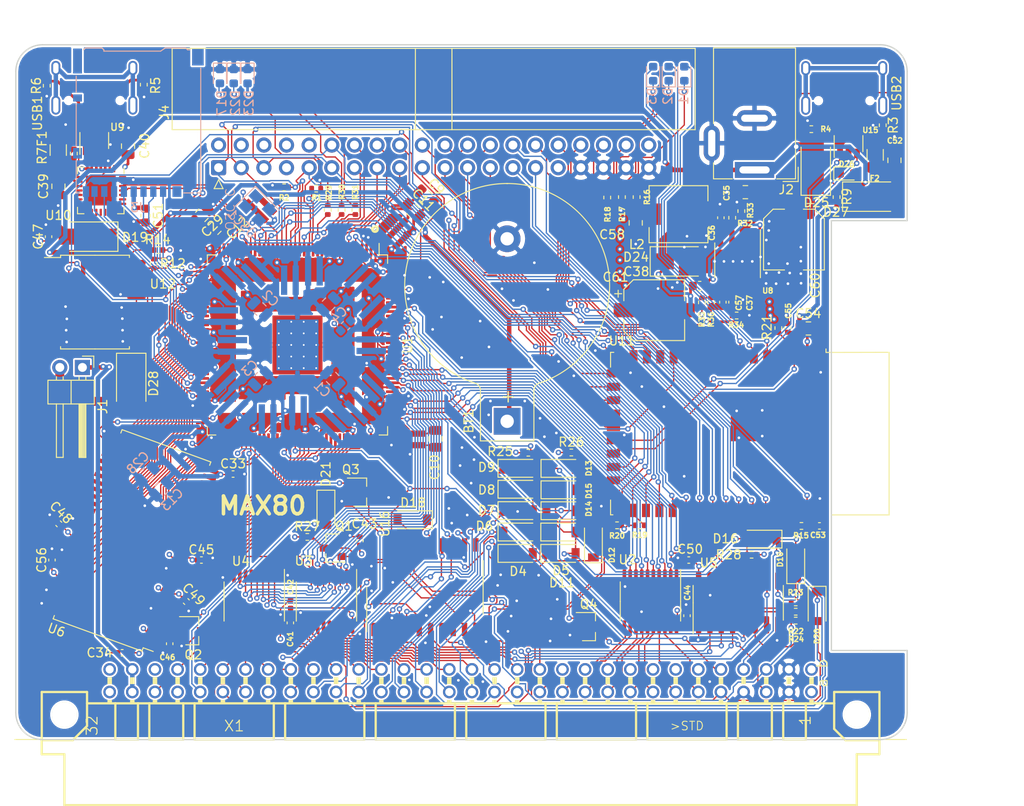
<source format=kicad_pcb>
(kicad_pcb (version 20171130) (host pcbnew 5.1.9-73d0e3b20d~88~ubuntu20.04.1)

  (general
    (thickness 1.6)
    (drawings 17)
    (tracks 3731)
    (zones 0)
    (modules 150)
    (nets 207)
  )

  (page A4)
  (title_block
    (title MAX80)
    (date 2021-01-31)
    (rev 0.01)
    (company "No name")
  )

  (layers
    (0 F.Cu signal)
    (1 In1.Cu signal)
    (2 In2.Cu signal)
    (31 B.Cu signal)
    (32 B.Adhes user)
    (33 F.Adhes user)
    (34 B.Paste user)
    (35 F.Paste user)
    (36 B.SilkS user)
    (37 F.SilkS user)
    (38 B.Mask user)
    (39 F.Mask user)
    (40 Dwgs.User user)
    (41 Cmts.User user)
    (42 Eco1.User user)
    (43 Eco2.User user)
    (44 Edge.Cuts user)
    (45 Margin user)
    (46 B.CrtYd user)
    (47 F.CrtYd user)
    (48 B.Fab user)
    (49 F.Fab user)
  )

  (setup
    (last_trace_width 0.15)
    (user_trace_width 0.3)
    (user_trace_width 0.5)
    (trace_clearance 0.15)
    (zone_clearance 0.2)
    (zone_45_only no)
    (trace_min 0.15)
    (via_size 0.6)
    (via_drill 0.3)
    (via_min_size 0.6)
    (via_min_drill 0.3)
    (uvia_size 0.3)
    (uvia_drill 0.1)
    (uvias_allowed no)
    (uvia_min_size 0.2)
    (uvia_min_drill 0.1)
    (edge_width 0.15)
    (segment_width 0.3)
    (pcb_text_width 0.3)
    (pcb_text_size 1.5 1.5)
    (mod_edge_width 0.15)
    (mod_text_size 1 1)
    (mod_text_width 0.15)
    (pad_size 2.6 1.6)
    (pad_drill 0)
    (pad_to_mask_clearance 0)
    (aux_axis_origin 0 0)
    (grid_origin 86.275 147.925)
    (visible_elements FFFFFF7F)
    (pcbplotparams
      (layerselection 0x010fc_ffffffff)
      (usegerberextensions false)
      (usegerberattributes true)
      (usegerberadvancedattributes true)
      (creategerberjobfile true)
      (excludeedgelayer true)
      (linewidth 0.100000)
      (plotframeref false)
      (viasonmask false)
      (mode 1)
      (useauxorigin false)
      (hpglpennumber 1)
      (hpglpenspeed 20)
      (hpglpendiameter 15.000000)
      (psnegative false)
      (psa4output false)
      (plotreference true)
      (plotvalue true)
      (plotinvisibletext false)
      (padsonsilk false)
      (subtractmaskfromsilk false)
      (outputformat 1)
      (mirror false)
      (drillshape 0)
      (scaleselection 1)
      (outputdirectory "abc80_gerber"))
  )

  (net 0 "")
  (net 1 VCC_ONE)
  (net 2 VCCA)
  (net 3 GND)
  (net 4 JTAGEN)
  (net 5 CLK0n)
  (net 6 +5V)
  (net 7 "Net-(R5-Pad2)")
  (net 8 "Net-(R6-Pad2)")
  (net 9 "Net-(R7-Pad1)")
  (net 10 "Net-(U10-Pad5)")
  (net 11 "Net-(U10-Pad4)")
  (net 12 "Net-(U9-Pad4)")
  (net 13 "Net-(U9-Pad6)")
  (net 14 "Net-(USB1-Pad13)")
  (net 15 "Net-(BT1-Pad1)")
  (net 16 /A4)
  (net 17 /A3)
  (net 18 /A2)
  (net 19 /A1)
  (net 20 /A0)
  (net 21 /IO0)
  (net 22 /IO3)
  (net 23 /IO4)
  (net 24 /IO5)
  (net 25 /IO6)
  (net 26 /IO7)
  (net 27 /WE)
  (net 28 /A11)
  (net 29 /IO9)
  (net 30 /A8)
  (net 31 /A7)
  (net 32 /A6)
  (net 33 /A5)
  (net 34 /A9)
  (net 35 /A10)
  (net 36 /A12)
  (net 37 /IO8)
  (net 38 /IO10)
  (net 39 /IO11)
  (net 40 /IO12)
  (net 41 /IO13)
  (net 42 /IO14)
  (net 43 /IO15)
  (net 44 /abc80bus/D7)
  (net 45 /abc80bus/D6)
  (net 46 /abc80bus/D5)
  (net 47 /abc80bus/D4)
  (net 48 /abc80bus/D3)
  (net 49 /abc80bus/D2)
  (net 50 /abc80bus/D1)
  (net 51 /abc80bus/D0)
  (net 52 /abc80bus/A8)
  (net 53 /abc80bus/A9)
  (net 54 /abc80bus/A10)
  (net 55 /abc80bus/A11)
  (net 56 /abc80bus/A12)
  (net 57 /abc80bus/A13)
  (net 58 /abc80bus/A14)
  (net 59 /abc80bus/A15)
  (net 60 /abc80bus/A7)
  (net 61 /abc80bus/A6)
  (net 62 /abc80bus/A5)
  (net 63 /abc80bus/A4)
  (net 64 /abc80bus/A3)
  (net 65 /abc80bus/A2)
  (net 66 /abc80bus/A1)
  (net 67 /abc80bus/A0)
  (net 68 /IO1)
  (net 69 /IO2)
  (net 70 /32KHZ)
  (net 71 /RTC_INT)
  (net 72 /abc80bus/ABC5V)
  (net 73 /SD_DAT1)
  (net 74 /SD_DAT2)
  (net 75 /SD_DAT3)
  (net 76 /SD_CMD)
  (net 77 /SD_CLK)
  (net 78 /SD_DAT0)
  (net 79 FPGA_TDI)
  (net 80 FPGA_TMS)
  (net 81 FPGA_TDO)
  (net 82 FPGA_TCK)
  (net 83 ABC_CLK_5)
  (net 84 /FPGA_SCL)
  (net 85 /FPGA_SDA)
  (net 86 FPGA_SPI_MISO)
  (net 87 FPGA_SPI_MOSI)
  (net 88 FPGA_SPI_CLK)
  (net 89 FGPA_SPI_CS_ESP32)
  (net 90 INT_ESP32)
  (net 91 "Net-(C53-Pad1)")
  (net 92 "Net-(F2-Pad2)")
  (net 93 ESP32_TDO)
  (net 94 ESP32_TCK)
  (net 95 ESP32_TMS)
  (net 96 ESP32_IO0)
  (net 97 ESP32_RXD)
  (net 98 ESP32_TXD)
  (net 99 ESP32_EN)
  (net 100 "Net-(R3-Pad2)")
  (net 101 "Net-(R4-Pad2)")
  (net 102 /ESP32/USB_D-)
  (net 103 /ESP32/USB_D+)
  (net 104 ESP32_TDI)
  (net 105 "Net-(U15-Pad6)")
  (net 106 "Net-(U15-Pad4)")
  (net 107 "Net-(USB2-Pad13)")
  (net 108 "Net-(D1-Pad2)")
  (net 109 "Net-(D1-Pad1)")
  (net 110 "Net-(D2-Pad2)")
  (net 111 "Net-(D2-Pad1)")
  (net 112 "Net-(D3-Pad2)")
  (net 113 "Net-(D3-Pad1)")
  (net 114 ESP32_SCL)
  (net 115 ESP32_SDA)
  (net 116 ESP32_CS2)
  (net 117 ESP32_CS0)
  (net 118 ESP32_MISO)
  (net 119 ESP32_SCK)
  (net 120 ESP32_MOSI)
  (net 121 ESP32_CS1)
  (net 122 /FPGA_USB_TXD)
  (net 123 /FPGA_USB_RXD)
  (net 124 /abc80bus/~XMEMW80)
  (net 125 /abc80bus/~CS)
  (net 126 /abc80bus/~C4)
  (net 127 /abc80bus/~C3)
  (net 128 /abc80bus/~C2)
  (net 129 /abc80bus/~C1)
  (net 130 /abc80bus/~OUT)
  (net 131 /abc80bus/~XOUT)
  (net 132 /abc80bus/~RST)
  (net 133 ~IORD)
  (net 134 /abc80bus/~XMEMFL)
  (net 135 /abc80bus/~XIN)
  (net 136 /abc80bus/~INP)
  (net 137 /abc80bus/~STATUS)
  (net 138 ~MEMRW)
  (net 139 "Net-(D18-Pad1)")
  (net 140 /abc80bus/~XINPSTB)
  (net 141 /abc80bus/~XOUTSTB)
  (net 142 /abc80bus/~XMEMW800)
  (net 143 ADSEL0)
  (net 144 ADSEL1)
  (net 145 "Net-(U3-Pad19)")
  (net 146 "Net-(U4-Pad19)")
  (net 147 /abc80bus/~INT)
  (net 148 ~IORW)
  (net 149 ~MEMRD)
  (net 150 AD0)
  (net 151 AD1)
  (net 152 AD2)
  (net 153 AD3)
  (net 154 AD4)
  (net 155 AD5)
  (net 156 AD6)
  (net 157 AD7)
  (net 158 O1)
  (net 159 O2)
  (net 160 /abc80bus/~RESIN)
  (net 161 /abc80bus/~XM)
  (net 162 /abc80bus/Y0)
  (net 163 /abc80bus/~Y0)
  (net 164 "Net-(D20-Pad1)")
  (net 165 "Net-(D21-Pad1)")
  (net 166 /FPGA_LED1)
  (net 167 /FPGA_LED2)
  (net 168 /FPGA_LED3)
  (net 169 "Net-(D17-Pad2)")
  (net 170 "Net-(D22-Pad2)")
  (net 171 "Net-(D23-Pad2)")
  (net 172 FPGA_GPIO3)
  (net 173 FPGA_GPIO2)
  (net 174 FPGA_GPIO1)
  (net 175 FPGA_GPIO0)
  (net 176 FPGA_GPIO5)
  (net 177 FPGA_GPIO4)
  (net 178 "Net-(C36-Pad1)")
  (net 179 "Net-(C37-Pad2)")
  (net 180 "Net-(C37-Pad1)")
  (net 181 "Net-(C38-Pad2)")
  (net 182 "Net-(R32-Pad2)")
  (net 183 "Net-(R35-Pad2)")
  (net 184 "Net-(C38-Pad1)")
  (net 185 /abc80bus/READY)
  (net 186 /abc80bus/~NMI)
  (net 187 "Net-(C35-Pad1)")
  (net 188 ~FPGA_READY)
  (net 189 FPGA_NMI)
  (net 190 "Net-(U1-Pad88)")
  (net 191 "Net-(C39-Pad2)")
  (net 192 "Net-(C52-Pad2)")
  (net 193 "Net-(D26-Pad2)")
  (net 194 FPGA_RESIN)
  (net 195 ABC_CLK_3)
  (net 196 "Net-(D19-Pad2)")
  (net 197 /DQMH)
  (net 198 /CLK)
  (net 199 /CKE)
  (net 200 /BA1)
  (net 201 /BA0)
  (net 202 /CS)
  (net 203 /RAS)
  (net 204 /CAS)
  (net 205 /DQML)
  (net 206 "Net-(D28-Pad2)")

  (net_class Default "This is the default net class."
    (clearance 0.15)
    (trace_width 0.15)
    (via_dia 0.6)
    (via_drill 0.3)
    (uvia_dia 0.3)
    (uvia_drill 0.1)
    (add_net +5V)
    (add_net /32KHZ)
    (add_net /A0)
    (add_net /A1)
    (add_net /A10)
    (add_net /A11)
    (add_net /A12)
    (add_net /A2)
    (add_net /A3)
    (add_net /A4)
    (add_net /A5)
    (add_net /A6)
    (add_net /A7)
    (add_net /A8)
    (add_net /A9)
    (add_net /BA0)
    (add_net /BA1)
    (add_net /CAS)
    (add_net /CKE)
    (add_net /CLK)
    (add_net /CS)
    (add_net /DQMH)
    (add_net /DQML)
    (add_net /ESP32/USB_D+)
    (add_net /ESP32/USB_D-)
    (add_net /FPGA_LED1)
    (add_net /FPGA_LED2)
    (add_net /FPGA_LED3)
    (add_net /FPGA_SCL)
    (add_net /FPGA_SDA)
    (add_net /FPGA_USB_RXD)
    (add_net /FPGA_USB_TXD)
    (add_net /IO0)
    (add_net /IO1)
    (add_net /IO10)
    (add_net /IO11)
    (add_net /IO12)
    (add_net /IO13)
    (add_net /IO14)
    (add_net /IO15)
    (add_net /IO2)
    (add_net /IO3)
    (add_net /IO4)
    (add_net /IO5)
    (add_net /IO6)
    (add_net /IO7)
    (add_net /IO8)
    (add_net /IO9)
    (add_net /RAS)
    (add_net /RTC_INT)
    (add_net /SD_CLK)
    (add_net /SD_CMD)
    (add_net /SD_DAT0)
    (add_net /SD_DAT1)
    (add_net /SD_DAT2)
    (add_net /SD_DAT3)
    (add_net /WE)
    (add_net /abc80bus/A0)
    (add_net /abc80bus/A1)
    (add_net /abc80bus/A10)
    (add_net /abc80bus/A11)
    (add_net /abc80bus/A12)
    (add_net /abc80bus/A13)
    (add_net /abc80bus/A14)
    (add_net /abc80bus/A15)
    (add_net /abc80bus/A2)
    (add_net /abc80bus/A3)
    (add_net /abc80bus/A4)
    (add_net /abc80bus/A5)
    (add_net /abc80bus/A6)
    (add_net /abc80bus/A7)
    (add_net /abc80bus/A8)
    (add_net /abc80bus/A9)
    (add_net /abc80bus/ABC5V)
    (add_net /abc80bus/D0)
    (add_net /abc80bus/D1)
    (add_net /abc80bus/D2)
    (add_net /abc80bus/D3)
    (add_net /abc80bus/D4)
    (add_net /abc80bus/D5)
    (add_net /abc80bus/D6)
    (add_net /abc80bus/D7)
    (add_net /abc80bus/READY)
    (add_net /abc80bus/Y0)
    (add_net /abc80bus/~C1)
    (add_net /abc80bus/~C2)
    (add_net /abc80bus/~C3)
    (add_net /abc80bus/~C4)
    (add_net /abc80bus/~CS)
    (add_net /abc80bus/~INP)
    (add_net /abc80bus/~INT)
    (add_net /abc80bus/~NMI)
    (add_net /abc80bus/~OUT)
    (add_net /abc80bus/~RESIN)
    (add_net /abc80bus/~RST)
    (add_net /abc80bus/~STATUS)
    (add_net /abc80bus/~XIN)
    (add_net /abc80bus/~XINPSTB)
    (add_net /abc80bus/~XM)
    (add_net /abc80bus/~XMEMFL)
    (add_net /abc80bus/~XMEMW80)
    (add_net /abc80bus/~XMEMW800)
    (add_net /abc80bus/~XOUT)
    (add_net /abc80bus/~XOUTSTB)
    (add_net /abc80bus/~Y0)
    (add_net ABC_CLK_3)
    (add_net ABC_CLK_5)
    (add_net AD0)
    (add_net AD1)
    (add_net AD2)
    (add_net AD3)
    (add_net AD4)
    (add_net AD5)
    (add_net AD6)
    (add_net AD7)
    (add_net ADSEL0)
    (add_net ADSEL1)
    (add_net CLK0n)
    (add_net ESP32_CS0)
    (add_net ESP32_CS1)
    (add_net ESP32_CS2)
    (add_net ESP32_EN)
    (add_net ESP32_IO0)
    (add_net ESP32_MISO)
    (add_net ESP32_MOSI)
    (add_net ESP32_RXD)
    (add_net ESP32_SCK)
    (add_net ESP32_SCL)
    (add_net ESP32_SDA)
    (add_net ESP32_TCK)
    (add_net ESP32_TDI)
    (add_net ESP32_TDO)
    (add_net ESP32_TMS)
    (add_net ESP32_TXD)
    (add_net FGPA_SPI_CS_ESP32)
    (add_net FPGA_GPIO0)
    (add_net FPGA_GPIO1)
    (add_net FPGA_GPIO2)
    (add_net FPGA_GPIO3)
    (add_net FPGA_GPIO4)
    (add_net FPGA_GPIO5)
    (add_net FPGA_NMI)
    (add_net FPGA_RESIN)
    (add_net FPGA_SPI_CLK)
    (add_net FPGA_SPI_MISO)
    (add_net FPGA_SPI_MOSI)
    (add_net FPGA_TCK)
    (add_net FPGA_TDI)
    (add_net FPGA_TDO)
    (add_net FPGA_TMS)
    (add_net GND)
    (add_net INT_ESP32)
    (add_net JTAGEN)
    (add_net "Net-(BT1-Pad1)")
    (add_net "Net-(C35-Pad1)")
    (add_net "Net-(C36-Pad1)")
    (add_net "Net-(C37-Pad1)")
    (add_net "Net-(C37-Pad2)")
    (add_net "Net-(C38-Pad1)")
    (add_net "Net-(C38-Pad2)")
    (add_net "Net-(C39-Pad2)")
    (add_net "Net-(C52-Pad2)")
    (add_net "Net-(C53-Pad1)")
    (add_net "Net-(D1-Pad1)")
    (add_net "Net-(D1-Pad2)")
    (add_net "Net-(D17-Pad2)")
    (add_net "Net-(D18-Pad1)")
    (add_net "Net-(D19-Pad2)")
    (add_net "Net-(D2-Pad1)")
    (add_net "Net-(D2-Pad2)")
    (add_net "Net-(D20-Pad1)")
    (add_net "Net-(D21-Pad1)")
    (add_net "Net-(D22-Pad2)")
    (add_net "Net-(D23-Pad2)")
    (add_net "Net-(D26-Pad2)")
    (add_net "Net-(D28-Pad2)")
    (add_net "Net-(D3-Pad1)")
    (add_net "Net-(D3-Pad2)")
    (add_net "Net-(F2-Pad2)")
    (add_net "Net-(R3-Pad2)")
    (add_net "Net-(R32-Pad2)")
    (add_net "Net-(R35-Pad2)")
    (add_net "Net-(R4-Pad2)")
    (add_net "Net-(R5-Pad2)")
    (add_net "Net-(R6-Pad2)")
    (add_net "Net-(R7-Pad1)")
    (add_net "Net-(U1-Pad88)")
    (add_net "Net-(U10-Pad4)")
    (add_net "Net-(U10-Pad5)")
    (add_net "Net-(U15-Pad4)")
    (add_net "Net-(U15-Pad6)")
    (add_net "Net-(U3-Pad19)")
    (add_net "Net-(U4-Pad19)")
    (add_net "Net-(U9-Pad4)")
    (add_net "Net-(U9-Pad6)")
    (add_net "Net-(USB1-Pad13)")
    (add_net "Net-(USB2-Pad13)")
    (add_net O1)
    (add_net O2)
    (add_net VCCA)
    (add_net VCC_ONE)
    (add_net ~FPGA_READY)
    (add_net ~IORD)
    (add_net ~IORW)
    (add_net ~MEMRD)
    (add_net ~MEMRW)
  )

  (module Diode_SMD:D_SMA (layer F.Cu) (tedit 586432E5) (tstamp 6032CF27)
    (at 65.447 139.035 270)
    (descr "Diode SMA (DO-214AC)")
    (tags "Diode SMA (DO-214AC)")
    (path /6013B380/603612AB)
    (attr smd)
    (fp_text reference D28 (at 0 -2.5 90) (layer F.SilkS)
      (effects (font (size 1 1) (thickness 0.15)))
    )
    (fp_text value MBRA340T (at 0 2.6 90) (layer F.Fab)
      (effects (font (size 1 1) (thickness 0.15)))
    )
    (fp_text user %R (at 0 -2.5 90) (layer F.Fab)
      (effects (font (size 1 1) (thickness 0.15)))
    )
    (fp_line (start -3.4 -1.65) (end -3.4 1.65) (layer F.SilkS) (width 0.12))
    (fp_line (start 2.3 1.5) (end -2.3 1.5) (layer F.Fab) (width 0.1))
    (fp_line (start -2.3 1.5) (end -2.3 -1.5) (layer F.Fab) (width 0.1))
    (fp_line (start 2.3 -1.5) (end 2.3 1.5) (layer F.Fab) (width 0.1))
    (fp_line (start 2.3 -1.5) (end -2.3 -1.5) (layer F.Fab) (width 0.1))
    (fp_line (start -3.5 -1.75) (end 3.5 -1.75) (layer F.CrtYd) (width 0.05))
    (fp_line (start 3.5 -1.75) (end 3.5 1.75) (layer F.CrtYd) (width 0.05))
    (fp_line (start 3.5 1.75) (end -3.5 1.75) (layer F.CrtYd) (width 0.05))
    (fp_line (start -3.5 1.75) (end -3.5 -1.75) (layer F.CrtYd) (width 0.05))
    (fp_line (start -0.64944 0.00102) (end -1.55114 0.00102) (layer F.Fab) (width 0.1))
    (fp_line (start 0.50118 0.00102) (end 1.4994 0.00102) (layer F.Fab) (width 0.1))
    (fp_line (start -0.64944 -0.79908) (end -0.64944 0.80112) (layer F.Fab) (width 0.1))
    (fp_line (start 0.50118 0.75032) (end 0.50118 -0.79908) (layer F.Fab) (width 0.1))
    (fp_line (start -0.64944 0.00102) (end 0.50118 0.75032) (layer F.Fab) (width 0.1))
    (fp_line (start -0.64944 0.00102) (end 0.50118 -0.79908) (layer F.Fab) (width 0.1))
    (fp_line (start -3.4 1.65) (end 2 1.65) (layer F.SilkS) (width 0.12))
    (fp_line (start -3.4 -1.65) (end 2 -1.65) (layer F.SilkS) (width 0.12))
    (pad 2 smd rect (at 2 0 270) (size 2.5 1.8) (layers F.Cu F.Paste F.Mask)
      (net 206 "Net-(D28-Pad2)"))
    (pad 1 smd rect (at -2 0 270) (size 2.5 1.8) (layers F.Cu F.Paste F.Mask)
      (net 6 +5V))
    (model ${KISYS3DMOD}/Diode_SMD.3dshapes/D_SMA.wrl
      (at (xyz 0 0 0))
      (scale (xyz 1 1 1))
      (rotate (xyz 0 0 0))
    )
  )

  (module Capacitor_SMD:C_0402_1005Metric (layer F.Cu) (tedit 5F68FEEE) (tstamp 603AB2EA)
    (at 56.557 158.847 90)
    (descr "Capacitor SMD 0402 (1005 Metric), square (rectangular) end terminal, IPC_7351 nominal, (Body size source: IPC-SM-782 page 76, https://www.pcb-3d.com/wordpress/wp-content/uploads/ipc-sm-782a_amendment_1_and_2.pdf), generated with kicad-footprint-generator")
    (tags capacitor)
    (path /6091A70C)
    (attr smd)
    (fp_text reference C56 (at 0 -1.16 90) (layer F.SilkS)
      (effects (font (size 1 1) (thickness 0.15)))
    )
    (fp_text value 100nF (at 0 1.16 90) (layer F.Fab)
      (effects (font (size 1 1) (thickness 0.15)))
    )
    (fp_line (start -0.5 0.25) (end -0.5 -0.25) (layer F.Fab) (width 0.1))
    (fp_line (start -0.5 -0.25) (end 0.5 -0.25) (layer F.Fab) (width 0.1))
    (fp_line (start 0.5 -0.25) (end 0.5 0.25) (layer F.Fab) (width 0.1))
    (fp_line (start 0.5 0.25) (end -0.5 0.25) (layer F.Fab) (width 0.1))
    (fp_line (start -0.107836 -0.36) (end 0.107836 -0.36) (layer F.SilkS) (width 0.12))
    (fp_line (start -0.107836 0.36) (end 0.107836 0.36) (layer F.SilkS) (width 0.12))
    (fp_line (start -0.91 0.46) (end -0.91 -0.46) (layer F.CrtYd) (width 0.05))
    (fp_line (start -0.91 -0.46) (end 0.91 -0.46) (layer F.CrtYd) (width 0.05))
    (fp_line (start 0.91 -0.46) (end 0.91 0.46) (layer F.CrtYd) (width 0.05))
    (fp_line (start 0.91 0.46) (end -0.91 0.46) (layer F.CrtYd) (width 0.05))
    (fp_text user %R (at 0 0 90) (layer F.Fab)
      (effects (font (size 0.25 0.25) (thickness 0.04)))
    )
    (pad 2 smd roundrect (at 0.48 0 90) (size 0.56 0.62) (layers F.Cu F.Paste F.Mask) (roundrect_rratio 0.25)
      (net 3 GND))
    (pad 1 smd roundrect (at -0.48 0 90) (size 0.56 0.62) (layers F.Cu F.Paste F.Mask) (roundrect_rratio 0.25)
      (net 1 VCC_ONE))
    (model ${KISYS3DMOD}/Capacitor_SMD.3dshapes/C_0402_1005Metric.wrl
      (at (xyz 0 0 0))
      (scale (xyz 1 1 1))
      (rotate (xyz 0 0 0))
    )
  )

  (module Capacitor_SMD:C_0402_1005Metric (layer F.Cu) (tedit 5F68FEEE) (tstamp 603AB1B9)
    (at 69.765 168.245 270)
    (descr "Capacitor SMD 0402 (1005 Metric), square (rectangular) end terminal, IPC_7351 nominal, (Body size source: IPC-SM-782 page 76, https://www.pcb-3d.com/wordpress/wp-content/uploads/ipc-sm-782a_amendment_1_and_2.pdf), generated with kicad-footprint-generator")
    (tags capacitor)
    (path /60932F0E)
    (attr smd)
    (fp_text reference C46 (at 1.524 0.254 180) (layer F.SilkS)
      (effects (font (size 0.6 0.6) (thickness 0.15)))
    )
    (fp_text value 100nF (at 0 1.16 90) (layer F.Fab)
      (effects (font (size 1 1) (thickness 0.15)))
    )
    (fp_line (start -0.5 0.25) (end -0.5 -0.25) (layer F.Fab) (width 0.1))
    (fp_line (start -0.5 -0.25) (end 0.5 -0.25) (layer F.Fab) (width 0.1))
    (fp_line (start 0.5 -0.25) (end 0.5 0.25) (layer F.Fab) (width 0.1))
    (fp_line (start 0.5 0.25) (end -0.5 0.25) (layer F.Fab) (width 0.1))
    (fp_line (start -0.107836 -0.36) (end 0.107836 -0.36) (layer F.SilkS) (width 0.12))
    (fp_line (start -0.107836 0.36) (end 0.107836 0.36) (layer F.SilkS) (width 0.12))
    (fp_line (start -0.91 0.46) (end -0.91 -0.46) (layer F.CrtYd) (width 0.05))
    (fp_line (start -0.91 -0.46) (end 0.91 -0.46) (layer F.CrtYd) (width 0.05))
    (fp_line (start 0.91 -0.46) (end 0.91 0.46) (layer F.CrtYd) (width 0.05))
    (fp_line (start 0.91 0.46) (end -0.91 0.46) (layer F.CrtYd) (width 0.05))
    (fp_text user %R (at 0 0 90) (layer F.Fab)
      (effects (font (size 0.25 0.25) (thickness 0.04)))
    )
    (pad 2 smd roundrect (at 0.48 0 270) (size 0.56 0.62) (layers F.Cu F.Paste F.Mask) (roundrect_rratio 0.25)
      (net 3 GND))
    (pad 1 smd roundrect (at -0.48 0 270) (size 0.56 0.62) (layers F.Cu F.Paste F.Mask) (roundrect_rratio 0.25)
      (net 1 VCC_ONE))
    (model ${KISYS3DMOD}/Capacitor_SMD.3dshapes/C_0402_1005Metric.wrl
      (at (xyz 0 0 0))
      (scale (xyz 1 1 1))
      (rotate (xyz 0 0 0))
    )
  )

  (module Capacitor_SMD:C_0402_1005Metric (layer F.Cu) (tedit 5F68FEEE) (tstamp 603AB1A8)
    (at 73.321 158.847)
    (descr "Capacitor SMD 0402 (1005 Metric), square (rectangular) end terminal, IPC_7351 nominal, (Body size source: IPC-SM-782 page 76, https://www.pcb-3d.com/wordpress/wp-content/uploads/ipc-sm-782a_amendment_1_and_2.pdf), generated with kicad-footprint-generator")
    (tags capacitor)
    (path /6094CE83)
    (attr smd)
    (fp_text reference C45 (at 0 -1.16) (layer F.SilkS)
      (effects (font (size 1 1) (thickness 0.15)))
    )
    (fp_text value 100nF (at 0 1.16) (layer F.Fab)
      (effects (font (size 1 1) (thickness 0.15)))
    )
    (fp_line (start -0.5 0.25) (end -0.5 -0.25) (layer F.Fab) (width 0.1))
    (fp_line (start -0.5 -0.25) (end 0.5 -0.25) (layer F.Fab) (width 0.1))
    (fp_line (start 0.5 -0.25) (end 0.5 0.25) (layer F.Fab) (width 0.1))
    (fp_line (start 0.5 0.25) (end -0.5 0.25) (layer F.Fab) (width 0.1))
    (fp_line (start -0.107836 -0.36) (end 0.107836 -0.36) (layer F.SilkS) (width 0.12))
    (fp_line (start -0.107836 0.36) (end 0.107836 0.36) (layer F.SilkS) (width 0.12))
    (fp_line (start -0.91 0.46) (end -0.91 -0.46) (layer F.CrtYd) (width 0.05))
    (fp_line (start -0.91 -0.46) (end 0.91 -0.46) (layer F.CrtYd) (width 0.05))
    (fp_line (start 0.91 -0.46) (end 0.91 0.46) (layer F.CrtYd) (width 0.05))
    (fp_line (start 0.91 0.46) (end -0.91 0.46) (layer F.CrtYd) (width 0.05))
    (fp_text user %R (at 0 0) (layer F.Fab)
      (effects (font (size 0.25 0.25) (thickness 0.04)))
    )
    (pad 2 smd roundrect (at 0.48 0) (size 0.56 0.62) (layers F.Cu F.Paste F.Mask) (roundrect_rratio 0.25)
      (net 3 GND))
    (pad 1 smd roundrect (at -0.48 0) (size 0.56 0.62) (layers F.Cu F.Paste F.Mask) (roundrect_rratio 0.25)
      (net 1 VCC_ONE))
    (model ${KISYS3DMOD}/Capacitor_SMD.3dshapes/C_0402_1005Metric.wrl
      (at (xyz 0 0 0))
      (scale (xyz 1 1 1))
      (rotate (xyz 0 0 0))
    )
  )

  (module Capacitor_SMD:C_0402_1005Metric (layer F.Cu) (tedit 5F68FEEE) (tstamp 603AC9A5)
    (at 64.431 169.261 180)
    (descr "Capacitor SMD 0402 (1005 Metric), square (rectangular) end terminal, IPC_7351 nominal, (Body size source: IPC-SM-782 page 76, https://www.pcb-3d.com/wordpress/wp-content/uploads/ipc-sm-782a_amendment_1_and_2.pdf), generated with kicad-footprint-generator")
    (tags capacitor)
    (path /6097D4FE)
    (attr smd)
    (fp_text reference C34 (at 2.54 0) (layer F.SilkS)
      (effects (font (size 1 1) (thickness 0.15)))
    )
    (fp_text value 100nF (at 0 1.16) (layer F.Fab)
      (effects (font (size 1 1) (thickness 0.15)))
    )
    (fp_line (start -0.5 0.25) (end -0.5 -0.25) (layer F.Fab) (width 0.1))
    (fp_line (start -0.5 -0.25) (end 0.5 -0.25) (layer F.Fab) (width 0.1))
    (fp_line (start 0.5 -0.25) (end 0.5 0.25) (layer F.Fab) (width 0.1))
    (fp_line (start 0.5 0.25) (end -0.5 0.25) (layer F.Fab) (width 0.1))
    (fp_line (start -0.107836 -0.36) (end 0.107836 -0.36) (layer F.SilkS) (width 0.12))
    (fp_line (start -0.107836 0.36) (end 0.107836 0.36) (layer F.SilkS) (width 0.12))
    (fp_line (start -0.91 0.46) (end -0.91 -0.46) (layer F.CrtYd) (width 0.05))
    (fp_line (start -0.91 -0.46) (end 0.91 -0.46) (layer F.CrtYd) (width 0.05))
    (fp_line (start 0.91 -0.46) (end 0.91 0.46) (layer F.CrtYd) (width 0.05))
    (fp_line (start 0.91 0.46) (end -0.91 0.46) (layer F.CrtYd) (width 0.05))
    (fp_text user %R (at 0 0) (layer F.Fab)
      (effects (font (size 0.25 0.25) (thickness 0.04)))
    )
    (pad 2 smd roundrect (at 0.48 0 180) (size 0.56 0.62) (layers F.Cu F.Paste F.Mask) (roundrect_rratio 0.25)
      (net 3 GND))
    (pad 1 smd roundrect (at -0.48 0 180) (size 0.56 0.62) (layers F.Cu F.Paste F.Mask) (roundrect_rratio 0.25)
      (net 1 VCC_ONE))
    (model ${KISYS3DMOD}/Capacitor_SMD.3dshapes/C_0402_1005Metric.wrl
      (at (xyz 0 0 0))
      (scale (xyz 1 1 1))
      (rotate (xyz 0 0 0))
    )
  )

  (module Capacitor_SMD:C_0402_1005Metric (layer F.Cu) (tedit 5F68FEEE) (tstamp 603AB046)
    (at 76.877 149.195)
    (descr "Capacitor SMD 0402 (1005 Metric), square (rectangular) end terminal, IPC_7351 nominal, (Body size source: IPC-SM-782 page 76, https://www.pcb-3d.com/wordpress/wp-content/uploads/ipc-sm-782a_amendment_1_and_2.pdf), generated with kicad-footprint-generator")
    (tags capacitor)
    (path /60997E09)
    (attr smd)
    (fp_text reference C33 (at 0 -1.16) (layer F.SilkS)
      (effects (font (size 1 1) (thickness 0.15)))
    )
    (fp_text value 100nF (at 0 1.16) (layer F.Fab)
      (effects (font (size 1 1) (thickness 0.15)))
    )
    (fp_line (start -0.5 0.25) (end -0.5 -0.25) (layer F.Fab) (width 0.1))
    (fp_line (start -0.5 -0.25) (end 0.5 -0.25) (layer F.Fab) (width 0.1))
    (fp_line (start 0.5 -0.25) (end 0.5 0.25) (layer F.Fab) (width 0.1))
    (fp_line (start 0.5 0.25) (end -0.5 0.25) (layer F.Fab) (width 0.1))
    (fp_line (start -0.107836 -0.36) (end 0.107836 -0.36) (layer F.SilkS) (width 0.12))
    (fp_line (start -0.107836 0.36) (end 0.107836 0.36) (layer F.SilkS) (width 0.12))
    (fp_line (start -0.91 0.46) (end -0.91 -0.46) (layer F.CrtYd) (width 0.05))
    (fp_line (start -0.91 -0.46) (end 0.91 -0.46) (layer F.CrtYd) (width 0.05))
    (fp_line (start 0.91 -0.46) (end 0.91 0.46) (layer F.CrtYd) (width 0.05))
    (fp_line (start 0.91 0.46) (end -0.91 0.46) (layer F.CrtYd) (width 0.05))
    (fp_text user %R (at 0 0) (layer F.Fab)
      (effects (font (size 0.25 0.25) (thickness 0.04)))
    )
    (pad 2 smd roundrect (at 0.48 0) (size 0.56 0.62) (layers F.Cu F.Paste F.Mask) (roundrect_rratio 0.25)
      (net 3 GND))
    (pad 1 smd roundrect (at -0.48 0) (size 0.56 0.62) (layers F.Cu F.Paste F.Mask) (roundrect_rratio 0.25)
      (net 1 VCC_ONE))
    (model ${KISYS3DMOD}/Capacitor_SMD.3dshapes/C_0402_1005Metric.wrl
      (at (xyz 0 0 0))
      (scale (xyz 1 1 1))
      (rotate (xyz 0 0 0))
    )
  )

  (module Package_SO:TSOP-II-54_22.2x10.16mm_P0.8mm (layer F.Cu) (tedit 5B589EC7) (tstamp 60346482)
    (at 65.535 156.645 160)
    (descr "54-lead TSOP typ II package")
    (tags "TSOPII TSOP2")
    (path /604F9283)
    (attr smd)
    (fp_text reference U6 (at 4.513002 -12.365253 160) (layer F.SilkS)
      (effects (font (size 1 1) (thickness 0.15)))
    )
    (fp_text value MT48LC16M16A2P-6A (at 0 12.5 160) (layer F.Fab)
      (effects (font (size 0.85 0.85) (thickness 0.15)))
    )
    (fp_line (start -6.76 -11.36) (end -6.76 11.36) (layer F.CrtYd) (width 0.05))
    (fp_line (start 6.76 11.36) (end -6.76 11.36) (layer F.CrtYd) (width 0.05))
    (fp_line (start 6.76 -11.36) (end 6.76 11.36) (layer F.CrtYd) (width 0.05))
    (fp_line (start -6.76 -11.36) (end 6.76 -11.36) (layer F.CrtYd) (width 0.05))
    (fp_line (start -5.3 10.9) (end -5.3 11.3) (layer F.SilkS) (width 0.12))
    (fp_line (start 5.3 10.9) (end 5.3 11.3) (layer F.SilkS) (width 0.12))
    (fp_line (start 5.3 -11.3) (end 5.3 -10.9) (layer F.SilkS) (width 0.12))
    (fp_line (start -5.3 11.3) (end 5.3 11.3) (layer F.SilkS) (width 0.12))
    (fp_line (start -5.3 -11.3) (end 5.3 -11.3) (layer F.SilkS) (width 0.12))
    (fp_line (start -5.3 -10.9) (end -5.3 -11.3) (layer F.SilkS) (width 0.12))
    (fp_line (start -6.5 -10.9) (end -5.3 -10.9) (layer F.SilkS) (width 0.12))
    (fp_line (start -4.08 -11.11) (end -5.08 -10.11) (layer F.Fab) (width 0.1))
    (fp_line (start -5.08 11.11) (end -5.08 -10.11) (layer F.Fab) (width 0.1))
    (fp_line (start 5.08 11.11) (end -5.08 11.11) (layer F.Fab) (width 0.1))
    (fp_line (start 5.08 -11.11) (end 5.08 11.11) (layer F.Fab) (width 0.1))
    (fp_line (start -4.08 -11.11) (end 5.08 -11.11) (layer F.Fab) (width 0.1))
    (fp_text user %R (at 0 0 160) (layer F.Fab)
      (effects (font (size 1 1) (thickness 0.15)))
    )
    (pad 54 smd rect (at 5.75 -10.4 160) (size 1.51 0.458) (layers F.Cu F.Paste F.Mask)
      (net 3 GND))
    (pad 53 smd rect (at 5.75 -9.6 160) (size 1.51 0.458) (layers F.Cu F.Paste F.Mask)
      (net 43 /IO15))
    (pad 52 smd rect (at 5.75 -8.8 160) (size 1.51 0.458) (layers F.Cu F.Paste F.Mask)
      (net 3 GND))
    (pad 51 smd rect (at 5.75 -8 160) (size 1.51 0.458) (layers F.Cu F.Paste F.Mask)
      (net 42 /IO14))
    (pad 50 smd rect (at 5.75 -7.2 160) (size 1.51 0.458) (layers F.Cu F.Paste F.Mask)
      (net 41 /IO13))
    (pad 49 smd rect (at 5.75 -6.4 160) (size 1.51 0.458) (layers F.Cu F.Paste F.Mask)
      (net 1 VCC_ONE))
    (pad 48 smd rect (at 5.75 -5.6 160) (size 1.51 0.458) (layers F.Cu F.Paste F.Mask)
      (net 40 /IO12))
    (pad 47 smd rect (at 5.75 -4.8 160) (size 1.51 0.458) (layers F.Cu F.Paste F.Mask)
      (net 39 /IO11))
    (pad 46 smd rect (at 5.75 -4 160) (size 1.51 0.458) (layers F.Cu F.Paste F.Mask)
      (net 3 GND))
    (pad 45 smd rect (at 5.75 -3.2 160) (size 1.51 0.458) (layers F.Cu F.Paste F.Mask)
      (net 38 /IO10))
    (pad 44 smd rect (at 5.75 -2.4 160) (size 1.51 0.458) (layers F.Cu F.Paste F.Mask)
      (net 29 /IO9))
    (pad 43 smd rect (at 5.75 -1.6 160) (size 1.51 0.458) (layers F.Cu F.Paste F.Mask)
      (net 1 VCC_ONE))
    (pad 42 smd rect (at 5.75 -0.8 160) (size 1.51 0.458) (layers F.Cu F.Paste F.Mask)
      (net 37 /IO8))
    (pad 41 smd rect (at 5.75 0 160) (size 1.51 0.458) (layers F.Cu F.Paste F.Mask)
      (net 3 GND))
    (pad 40 smd rect (at 5.75 0.8 160) (size 1.51 0.458) (layers F.Cu F.Paste F.Mask))
    (pad 39 smd rect (at 5.75 1.6 160) (size 1.51 0.458) (layers F.Cu F.Paste F.Mask)
      (net 197 /DQMH))
    (pad 38 smd rect (at 5.75 2.4 160) (size 1.51 0.458) (layers F.Cu F.Paste F.Mask)
      (net 198 /CLK))
    (pad 37 smd rect (at 5.75 3.2 160) (size 1.51 0.458) (layers F.Cu F.Paste F.Mask)
      (net 199 /CKE))
    (pad 36 smd rect (at 5.75 4 160) (size 1.51 0.458) (layers F.Cu F.Paste F.Mask)
      (net 36 /A12))
    (pad 35 smd rect (at 5.75 4.8 160) (size 1.51 0.458) (layers F.Cu F.Paste F.Mask)
      (net 28 /A11))
    (pad 34 smd rect (at 5.75 5.6 160) (size 1.51 0.458) (layers F.Cu F.Paste F.Mask)
      (net 34 /A9))
    (pad 33 smd rect (at 5.75 6.4 160) (size 1.51 0.458) (layers F.Cu F.Paste F.Mask)
      (net 30 /A8))
    (pad 32 smd rect (at 5.75 7.2 160) (size 1.51 0.458) (layers F.Cu F.Paste F.Mask)
      (net 31 /A7))
    (pad 31 smd rect (at 5.75 8 160) (size 1.51 0.458) (layers F.Cu F.Paste F.Mask)
      (net 32 /A6))
    (pad 30 smd rect (at 5.75 8.8 160) (size 1.51 0.458) (layers F.Cu F.Paste F.Mask)
      (net 33 /A5))
    (pad 29 smd rect (at 5.75 9.6 160) (size 1.51 0.458) (layers F.Cu F.Paste F.Mask)
      (net 16 /A4))
    (pad 28 smd rect (at 5.75 10.4 160) (size 1.51 0.458) (layers F.Cu F.Paste F.Mask)
      (net 3 GND))
    (pad 27 smd rect (at -5.75 10.4 160) (size 1.51 0.458) (layers F.Cu F.Paste F.Mask)
      (net 1 VCC_ONE))
    (pad 26 smd rect (at -5.75 9.6 160) (size 1.51 0.458) (layers F.Cu F.Paste F.Mask)
      (net 17 /A3))
    (pad 25 smd rect (at -5.75 8.8 160) (size 1.51 0.458) (layers F.Cu F.Paste F.Mask)
      (net 18 /A2))
    (pad 24 smd rect (at -5.75 8 160) (size 1.51 0.458) (layers F.Cu F.Paste F.Mask)
      (net 19 /A1))
    (pad 23 smd rect (at -5.75 7.2 160) (size 1.51 0.458) (layers F.Cu F.Paste F.Mask)
      (net 20 /A0))
    (pad 22 smd rect (at -5.75 6.4 160) (size 1.51 0.458) (layers F.Cu F.Paste F.Mask)
      (net 35 /A10))
    (pad 21 smd rect (at -5.75 5.6 160) (size 1.51 0.458) (layers F.Cu F.Paste F.Mask)
      (net 200 /BA1))
    (pad 20 smd rect (at -5.75 4.8 160) (size 1.51 0.458) (layers F.Cu F.Paste F.Mask)
      (net 201 /BA0))
    (pad 19 smd rect (at -5.75 4 160) (size 1.51 0.458) (layers F.Cu F.Paste F.Mask)
      (net 202 /CS))
    (pad 18 smd rect (at -5.75 3.2 160) (size 1.51 0.458) (layers F.Cu F.Paste F.Mask)
      (net 203 /RAS))
    (pad 17 smd rect (at -5.75 2.4 160) (size 1.51 0.458) (layers F.Cu F.Paste F.Mask)
      (net 204 /CAS))
    (pad 16 smd rect (at -5.75 1.6 160) (size 1.51 0.458) (layers F.Cu F.Paste F.Mask)
      (net 27 /WE))
    (pad 15 smd rect (at -5.75 0.8 160) (size 1.51 0.458) (layers F.Cu F.Paste F.Mask)
      (net 205 /DQML))
    (pad 14 smd rect (at -5.75 0 160) (size 1.51 0.458) (layers F.Cu F.Paste F.Mask)
      (net 1 VCC_ONE))
    (pad 13 smd rect (at -5.75 -0.8 160) (size 1.51 0.458) (layers F.Cu F.Paste F.Mask)
      (net 26 /IO7))
    (pad 12 smd rect (at -5.75 -1.6 160) (size 1.51 0.458) (layers F.Cu F.Paste F.Mask)
      (net 3 GND))
    (pad 11 smd rect (at -5.75 -2.4 160) (size 1.51 0.458) (layers F.Cu F.Paste F.Mask)
      (net 25 /IO6))
    (pad 10 smd rect (at -5.75 -3.2 160) (size 1.51 0.458) (layers F.Cu F.Paste F.Mask)
      (net 24 /IO5))
    (pad 9 smd rect (at -5.75 -4 160) (size 1.51 0.458) (layers F.Cu F.Paste F.Mask)
      (net 1 VCC_ONE))
    (pad 8 smd rect (at -5.75 -4.8 160) (size 1.51 0.458) (layers F.Cu F.Paste F.Mask)
      (net 23 /IO4))
    (pad 7 smd rect (at -5.75 -5.6 160) (size 1.51 0.458) (layers F.Cu F.Paste F.Mask)
      (net 22 /IO3))
    (pad 6 smd rect (at -5.75 -6.4 160) (size 1.51 0.458) (layers F.Cu F.Paste F.Mask)
      (net 3 GND))
    (pad 5 smd rect (at -5.75 -7.2 160) (size 1.51 0.458) (layers F.Cu F.Paste F.Mask)
      (net 69 /IO2))
    (pad 4 smd rect (at -5.75 -8 160) (size 1.51 0.458) (layers F.Cu F.Paste F.Mask)
      (net 68 /IO1))
    (pad 3 smd rect (at -5.75 -8.8 160) (size 1.51 0.458) (layers F.Cu F.Paste F.Mask)
      (net 1 VCC_ONE))
    (pad 2 smd rect (at -5.75 -9.6 160) (size 1.51 0.458) (layers F.Cu F.Paste F.Mask)
      (net 21 /IO0))
    (pad 1 smd rect (at -5.75 -10.4 160) (size 1.51 0.458) (layers F.Cu F.Paste F.Mask)
      (net 1 VCC_ONE))
    (model ${KISYS3DMOD}/Package_SO.3dshapes/TSOP-II-54_22.2x10.16mm_P0.8mm.wrl
      (at (xyz 0 0 0))
      (scale (xyz 1 1 1))
      (rotate (xyz 0 0 0))
    )
  )

  (module Connector_PinHeader_2.54mm:PinHeader_1x02_P2.54mm_Horizontal (layer F.Cu) (tedit 59FED5CB) (tstamp 6032D4AA)
    (at 59.975 137.225 270)
    (descr "Through hole angled pin header, 1x02, 2.54mm pitch, 6mm pin length, single row")
    (tags "Through hole angled pin header THT 1x02 2.54mm single row")
    (path /6013B380/603FB6A3)
    (fp_text reference J1 (at 4.385 -2.27 90) (layer F.SilkS)
      (effects (font (size 1 1) (thickness 0.15)))
    )
    (fp_text value Conn_01x02_Male (at 4.385 4.81 90) (layer F.Fab)
      (effects (font (size 1 1) (thickness 0.15)))
    )
    (fp_line (start 2.135 -1.27) (end 4.04 -1.27) (layer F.Fab) (width 0.1))
    (fp_line (start 4.04 -1.27) (end 4.04 3.81) (layer F.Fab) (width 0.1))
    (fp_line (start 4.04 3.81) (end 1.5 3.81) (layer F.Fab) (width 0.1))
    (fp_line (start 1.5 3.81) (end 1.5 -0.635) (layer F.Fab) (width 0.1))
    (fp_line (start 1.5 -0.635) (end 2.135 -1.27) (layer F.Fab) (width 0.1))
    (fp_line (start -0.32 -0.32) (end 1.5 -0.32) (layer F.Fab) (width 0.1))
    (fp_line (start -0.32 -0.32) (end -0.32 0.32) (layer F.Fab) (width 0.1))
    (fp_line (start -0.32 0.32) (end 1.5 0.32) (layer F.Fab) (width 0.1))
    (fp_line (start 4.04 -0.32) (end 10.04 -0.32) (layer F.Fab) (width 0.1))
    (fp_line (start 10.04 -0.32) (end 10.04 0.32) (layer F.Fab) (width 0.1))
    (fp_line (start 4.04 0.32) (end 10.04 0.32) (layer F.Fab) (width 0.1))
    (fp_line (start -0.32 2.22) (end 1.5 2.22) (layer F.Fab) (width 0.1))
    (fp_line (start -0.32 2.22) (end -0.32 2.86) (layer F.Fab) (width 0.1))
    (fp_line (start -0.32 2.86) (end 1.5 2.86) (layer F.Fab) (width 0.1))
    (fp_line (start 4.04 2.22) (end 10.04 2.22) (layer F.Fab) (width 0.1))
    (fp_line (start 10.04 2.22) (end 10.04 2.86) (layer F.Fab) (width 0.1))
    (fp_line (start 4.04 2.86) (end 10.04 2.86) (layer F.Fab) (width 0.1))
    (fp_line (start 1.44 -1.33) (end 1.44 3.87) (layer F.SilkS) (width 0.12))
    (fp_line (start 1.44 3.87) (end 4.1 3.87) (layer F.SilkS) (width 0.12))
    (fp_line (start 4.1 3.87) (end 4.1 -1.33) (layer F.SilkS) (width 0.12))
    (fp_line (start 4.1 -1.33) (end 1.44 -1.33) (layer F.SilkS) (width 0.12))
    (fp_line (start 4.1 -0.38) (end 10.1 -0.38) (layer F.SilkS) (width 0.12))
    (fp_line (start 10.1 -0.38) (end 10.1 0.38) (layer F.SilkS) (width 0.12))
    (fp_line (start 10.1 0.38) (end 4.1 0.38) (layer F.SilkS) (width 0.12))
    (fp_line (start 4.1 -0.32) (end 10.1 -0.32) (layer F.SilkS) (width 0.12))
    (fp_line (start 4.1 -0.2) (end 10.1 -0.2) (layer F.SilkS) (width 0.12))
    (fp_line (start 4.1 -0.08) (end 10.1 -0.08) (layer F.SilkS) (width 0.12))
    (fp_line (start 4.1 0.04) (end 10.1 0.04) (layer F.SilkS) (width 0.12))
    (fp_line (start 4.1 0.16) (end 10.1 0.16) (layer F.SilkS) (width 0.12))
    (fp_line (start 4.1 0.28) (end 10.1 0.28) (layer F.SilkS) (width 0.12))
    (fp_line (start 1.11 -0.38) (end 1.44 -0.38) (layer F.SilkS) (width 0.12))
    (fp_line (start 1.11 0.38) (end 1.44 0.38) (layer F.SilkS) (width 0.12))
    (fp_line (start 1.44 1.27) (end 4.1 1.27) (layer F.SilkS) (width 0.12))
    (fp_line (start 4.1 2.16) (end 10.1 2.16) (layer F.SilkS) (width 0.12))
    (fp_line (start 10.1 2.16) (end 10.1 2.92) (layer F.SilkS) (width 0.12))
    (fp_line (start 10.1 2.92) (end 4.1 2.92) (layer F.SilkS) (width 0.12))
    (fp_line (start 1.042929 2.16) (end 1.44 2.16) (layer F.SilkS) (width 0.12))
    (fp_line (start 1.042929 2.92) (end 1.44 2.92) (layer F.SilkS) (width 0.12))
    (fp_line (start -1.27 0) (end -1.27 -1.27) (layer F.SilkS) (width 0.12))
    (fp_line (start -1.27 -1.27) (end 0 -1.27) (layer F.SilkS) (width 0.12))
    (fp_line (start -1.8 -1.8) (end -1.8 4.35) (layer F.CrtYd) (width 0.05))
    (fp_line (start -1.8 4.35) (end 10.55 4.35) (layer F.CrtYd) (width 0.05))
    (fp_line (start 10.55 4.35) (end 10.55 -1.8) (layer F.CrtYd) (width 0.05))
    (fp_line (start 10.55 -1.8) (end -1.8 -1.8) (layer F.CrtYd) (width 0.05))
    (fp_text user %R (at 2.77 1.27) (layer F.Fab)
      (effects (font (size 1 1) (thickness 0.15)))
    )
    (pad 2 thru_hole oval (at 0 2.54 270) (size 1.7 1.7) (drill 1) (layers *.Cu *.Mask)
      (net 206 "Net-(D28-Pad2)"))
    (pad 1 thru_hole rect (at 0 0 270) (size 1.7 1.7) (drill 1) (layers *.Cu *.Mask)
      (net 72 /abc80bus/ABC5V))
    (model ${KISYS3DMOD}/Connector_PinHeader_2.54mm.3dshapes/PinHeader_1x02_P2.54mm_Horizontal.wrl
      (at (xyz 0 0 0))
      (scale (xyz 1 1 1))
      (rotate (xyz 0 0 0))
    )
  )

  (module Diode_SMD:D_SMA (layer F.Cu) (tedit 586432E5) (tstamp 60323018)
    (at 148.655 118.055)
    (descr "Diode SMA (DO-214AC)")
    (tags "Diode SMA (DO-214AC)")
    (path /602159BB/6032D6A5)
    (attr smd)
    (fp_text reference D27 (at -4.14 1.74) (layer F.SilkS)
      (effects (font (size 1 1) (thickness 0.15)))
    )
    (fp_text value MBRA340T (at 0 2.6) (layer F.Fab)
      (effects (font (size 1 1) (thickness 0.15)))
    )
    (fp_line (start -3.4 -1.65) (end 2 -1.65) (layer F.SilkS) (width 0.12))
    (fp_line (start -3.4 1.65) (end 2 1.65) (layer F.SilkS) (width 0.12))
    (fp_line (start -0.64944 0.00102) (end 0.50118 -0.79908) (layer F.Fab) (width 0.1))
    (fp_line (start -0.64944 0.00102) (end 0.50118 0.75032) (layer F.Fab) (width 0.1))
    (fp_line (start 0.50118 0.75032) (end 0.50118 -0.79908) (layer F.Fab) (width 0.1))
    (fp_line (start -0.64944 -0.79908) (end -0.64944 0.80112) (layer F.Fab) (width 0.1))
    (fp_line (start 0.50118 0.00102) (end 1.4994 0.00102) (layer F.Fab) (width 0.1))
    (fp_line (start -0.64944 0.00102) (end -1.55114 0.00102) (layer F.Fab) (width 0.1))
    (fp_line (start -3.5 1.75) (end -3.5 -1.75) (layer F.CrtYd) (width 0.05))
    (fp_line (start 3.5 1.75) (end -3.5 1.75) (layer F.CrtYd) (width 0.05))
    (fp_line (start 3.5 -1.75) (end 3.5 1.75) (layer F.CrtYd) (width 0.05))
    (fp_line (start -3.5 -1.75) (end 3.5 -1.75) (layer F.CrtYd) (width 0.05))
    (fp_line (start 2.3 -1.5) (end -2.3 -1.5) (layer F.Fab) (width 0.1))
    (fp_line (start 2.3 -1.5) (end 2.3 1.5) (layer F.Fab) (width 0.1))
    (fp_line (start -2.3 1.5) (end -2.3 -1.5) (layer F.Fab) (width 0.1))
    (fp_line (start 2.3 1.5) (end -2.3 1.5) (layer F.Fab) (width 0.1))
    (fp_line (start -3.4 -1.65) (end -3.4 1.65) (layer F.SilkS) (width 0.12))
    (fp_text user %R (at 0 -2.5) (layer F.Fab)
      (effects (font (size 1 1) (thickness 0.15)))
    )
    (pad 2 smd rect (at 2 0) (size 2.5 1.8) (layers F.Cu F.Paste F.Mask)
      (net 192 "Net-(C52-Pad2)"))
    (pad 1 smd rect (at -2 0) (size 2.5 1.8) (layers F.Cu F.Paste F.Mask)
      (net 6 +5V))
    (model ${KISYS3DMOD}/Diode_SMD.3dshapes/D_SMA.wrl
      (at (xyz 0 0 0))
      (scale (xyz 1 1 1))
      (rotate (xyz 0 0 0))
    )
  )

  (module Diode_SMD:D_SMA (layer F.Cu) (tedit 586432E5) (tstamp 60322ED8)
    (at 60.555 122.545 180)
    (descr "Diode SMA (DO-214AC)")
    (tags "Diode SMA (DO-214AC)")
    (path /601569F0/60325B03)
    (attr smd)
    (fp_text reference D19 (at -5.31 -0.07) (layer F.SilkS)
      (effects (font (size 1 1) (thickness 0.15)))
    )
    (fp_text value MBRA340T (at 0 2.6) (layer F.Fab)
      (effects (font (size 1 1) (thickness 0.15)))
    )
    (fp_line (start -3.4 -1.65) (end 2 -1.65) (layer F.SilkS) (width 0.12))
    (fp_line (start -3.4 1.65) (end 2 1.65) (layer F.SilkS) (width 0.12))
    (fp_line (start -0.64944 0.00102) (end 0.50118 -0.79908) (layer F.Fab) (width 0.1))
    (fp_line (start -0.64944 0.00102) (end 0.50118 0.75032) (layer F.Fab) (width 0.1))
    (fp_line (start 0.50118 0.75032) (end 0.50118 -0.79908) (layer F.Fab) (width 0.1))
    (fp_line (start -0.64944 -0.79908) (end -0.64944 0.80112) (layer F.Fab) (width 0.1))
    (fp_line (start 0.50118 0.00102) (end 1.4994 0.00102) (layer F.Fab) (width 0.1))
    (fp_line (start -0.64944 0.00102) (end -1.55114 0.00102) (layer F.Fab) (width 0.1))
    (fp_line (start -3.5 1.75) (end -3.5 -1.75) (layer F.CrtYd) (width 0.05))
    (fp_line (start 3.5 1.75) (end -3.5 1.75) (layer F.CrtYd) (width 0.05))
    (fp_line (start 3.5 -1.75) (end 3.5 1.75) (layer F.CrtYd) (width 0.05))
    (fp_line (start -3.5 -1.75) (end 3.5 -1.75) (layer F.CrtYd) (width 0.05))
    (fp_line (start 2.3 -1.5) (end -2.3 -1.5) (layer F.Fab) (width 0.1))
    (fp_line (start 2.3 -1.5) (end 2.3 1.5) (layer F.Fab) (width 0.1))
    (fp_line (start -2.3 1.5) (end -2.3 -1.5) (layer F.Fab) (width 0.1))
    (fp_line (start 2.3 1.5) (end -2.3 1.5) (layer F.Fab) (width 0.1))
    (fp_line (start -3.4 -1.65) (end -3.4 1.65) (layer F.SilkS) (width 0.12))
    (pad 2 smd rect (at 2 0 180) (size 2.5 1.8) (layers F.Cu F.Paste F.Mask)
      (net 196 "Net-(D19-Pad2)"))
    (pad 1 smd rect (at -2 0 180) (size 2.5 1.8) (layers F.Cu F.Paste F.Mask)
      (net 6 +5V))
    (model ${KISYS3DMOD}/Diode_SMD.3dshapes/D_SMA.wrl
      (at (xyz 0 0 0))
      (scale (xyz 1 1 1))
      (rotate (xyz 0 0 0))
    )
  )

  (module Package_TO_SOT_SMD:SOT-23 (layer F.Cu) (tedit 5A02FF57) (tstamp 6021E332)
    (at 116.775 166.325)
    (descr "SOT-23, Standard")
    (tags SOT-23)
    (path /6013B380/60285B62)
    (attr smd)
    (fp_text reference Q4 (at 0 -2.5) (layer F.SilkS)
      (effects (font (size 1 1) (thickness 0.15)))
    )
    (fp_text value AO3400A (at 0 2.5) (layer F.Fab)
      (effects (font (size 1 1) (thickness 0.15)))
    )
    (fp_line (start 0.76 1.58) (end -0.7 1.58) (layer F.SilkS) (width 0.12))
    (fp_line (start 0.76 -1.58) (end -1.4 -1.58) (layer F.SilkS) (width 0.12))
    (fp_line (start -1.7 1.75) (end -1.7 -1.75) (layer F.CrtYd) (width 0.05))
    (fp_line (start 1.7 1.75) (end -1.7 1.75) (layer F.CrtYd) (width 0.05))
    (fp_line (start 1.7 -1.75) (end 1.7 1.75) (layer F.CrtYd) (width 0.05))
    (fp_line (start -1.7 -1.75) (end 1.7 -1.75) (layer F.CrtYd) (width 0.05))
    (fp_line (start 0.76 -1.58) (end 0.76 -0.65) (layer F.SilkS) (width 0.12))
    (fp_line (start 0.76 1.58) (end 0.76 0.65) (layer F.SilkS) (width 0.12))
    (fp_line (start -0.7 1.52) (end 0.7 1.52) (layer F.Fab) (width 0.1))
    (fp_line (start 0.7 -1.52) (end 0.7 1.52) (layer F.Fab) (width 0.1))
    (fp_line (start -0.7 -0.95) (end -0.15 -1.52) (layer F.Fab) (width 0.1))
    (fp_line (start -0.15 -1.52) (end 0.7 -1.52) (layer F.Fab) (width 0.1))
    (fp_line (start -0.7 -0.95) (end -0.7 1.5) (layer F.Fab) (width 0.1))
    (fp_text user %R (at 0 0 90) (layer F.Fab)
      (effects (font (size 0.5 0.5) (thickness 0.075)))
    )
    (pad 3 smd rect (at 1 0) (size 0.9 0.8) (layers F.Cu F.Paste F.Mask)
      (net 160 /abc80bus/~RESIN))
    (pad 2 smd rect (at -1 0.95) (size 0.9 0.8) (layers F.Cu F.Paste F.Mask)
      (net 3 GND))
    (pad 1 smd rect (at -1 -0.95) (size 0.9 0.8) (layers F.Cu F.Paste F.Mask)
      (net 194 FPGA_RESIN))
    (model ${KISYS3DMOD}/Package_TO_SOT_SMD.3dshapes/SOT-23.wrl
      (at (xyz 0 0 0))
      (scale (xyz 1 1 1))
      (rotate (xyz 0 0 0))
    )
  )

  (module Resistor_SMD:R_0402_1005Metric (layer F.Cu) (tedit 5F68FEEE) (tstamp 6020EA01)
    (at 144.585 118.105 90)
    (descr "Resistor SMD 0402 (1005 Metric), square (rectangular) end terminal, IPC_7351 nominal, (Body size source: IPC-SM-782 page 72, https://www.pcb-3d.com/wordpress/wp-content/uploads/ipc-sm-782a_amendment_1_and_2.pdf), generated with kicad-footprint-generator")
    (tags resistor)
    (path /6013A59C/6024D9C9)
    (attr smd)
    (fp_text reference R9 (at 0.05 1.15 90) (layer F.SilkS)
      (effects (font (size 1 1) (thickness 0.15)))
    )
    (fp_text value 1k (at 0 1.17 90) (layer F.Fab)
      (effects (font (size 1 1) (thickness 0.15)))
    )
    (fp_line (start -0.525 0.27) (end -0.525 -0.27) (layer F.Fab) (width 0.1))
    (fp_line (start -0.525 -0.27) (end 0.525 -0.27) (layer F.Fab) (width 0.1))
    (fp_line (start 0.525 -0.27) (end 0.525 0.27) (layer F.Fab) (width 0.1))
    (fp_line (start 0.525 0.27) (end -0.525 0.27) (layer F.Fab) (width 0.1))
    (fp_line (start -0.153641 -0.38) (end 0.153641 -0.38) (layer F.SilkS) (width 0.12))
    (fp_line (start -0.153641 0.38) (end 0.153641 0.38) (layer F.SilkS) (width 0.12))
    (fp_line (start -0.93 0.47) (end -0.93 -0.47) (layer F.CrtYd) (width 0.05))
    (fp_line (start -0.93 -0.47) (end 0.93 -0.47) (layer F.CrtYd) (width 0.05))
    (fp_line (start 0.93 -0.47) (end 0.93 0.47) (layer F.CrtYd) (width 0.05))
    (fp_line (start 0.93 0.47) (end -0.93 0.47) (layer F.CrtYd) (width 0.05))
    (fp_text user %R (at 0 0 90) (layer F.Fab)
      (effects (font (size 0.26 0.26) (thickness 0.04)))
    )
    (pad 2 smd roundrect (at 0.51 0 90) (size 0.54 0.64) (layers F.Cu F.Paste F.Mask) (roundrect_rratio 0.25)
      (net 193 "Net-(D26-Pad2)"))
    (pad 1 smd roundrect (at -0.51 0 90) (size 0.54 0.64) (layers F.Cu F.Paste F.Mask) (roundrect_rratio 0.25)
      (net 1 VCC_ONE))
    (model ${KISYS3DMOD}/Resistor_SMD.3dshapes/R_0402_1005Metric.wrl
      (at (xyz 0 0 0))
      (scale (xyz 1 1 1))
      (rotate (xyz 0 0 0))
    )
  )

  (module LED_SMD:LED_0603_1608Metric (layer F.Cu) (tedit 5F68FEF1) (tstamp 6020FB48)
    (at 145.755 115.455)
    (descr "LED SMD 0603 (1608 Metric), square (rectangular) end terminal, IPC_7351 nominal, (Body size source: http://www.tortai-tech.com/upload/download/2011102023233369053.pdf), generated with kicad-footprint-generator")
    (tags LED)
    (path /6013A59C/6024C492)
    (attr smd)
    (fp_text reference D26 (at -0.04 -1.07) (layer F.SilkS)
      (effects (font (size 0.6 0.6) (thickness 0.15)))
    )
    (fp_text value LED-B (at 0 1.43) (layer F.Fab)
      (effects (font (size 1 1) (thickness 0.15)))
    )
    (fp_line (start 0.8 -0.4) (end -0.5 -0.4) (layer F.Fab) (width 0.1))
    (fp_line (start -0.5 -0.4) (end -0.8 -0.1) (layer F.Fab) (width 0.1))
    (fp_line (start -0.8 -0.1) (end -0.8 0.4) (layer F.Fab) (width 0.1))
    (fp_line (start -0.8 0.4) (end 0.8 0.4) (layer F.Fab) (width 0.1))
    (fp_line (start 0.8 0.4) (end 0.8 -0.4) (layer F.Fab) (width 0.1))
    (fp_line (start 0.8 -0.735) (end -1.485 -0.735) (layer F.SilkS) (width 0.12))
    (fp_line (start -1.485 -0.735) (end -1.485 0.735) (layer F.SilkS) (width 0.12))
    (fp_line (start -1.485 0.735) (end 0.8 0.735) (layer F.SilkS) (width 0.12))
    (fp_line (start -1.48 0.73) (end -1.48 -0.73) (layer F.CrtYd) (width 0.05))
    (fp_line (start -1.48 -0.73) (end 1.48 -0.73) (layer F.CrtYd) (width 0.05))
    (fp_line (start 1.48 -0.73) (end 1.48 0.73) (layer F.CrtYd) (width 0.05))
    (fp_line (start 1.48 0.73) (end -1.48 0.73) (layer F.CrtYd) (width 0.05))
    (fp_text user %R (at 0 0) (layer F.Fab)
      (effects (font (size 0.4 0.4) (thickness 0.06)))
    )
    (pad 2 smd roundrect (at 0.7875 0) (size 0.875 0.95) (layers F.Cu F.Paste F.Mask) (roundrect_rratio 0.25)
      (net 193 "Net-(D26-Pad2)"))
    (pad 1 smd roundrect (at -0.7875 0) (size 0.875 0.95) (layers F.Cu F.Paste F.Mask) (roundrect_rratio 0.25)
      (net 3 GND))
    (model ${KISYS3DMOD}/LED_SMD.3dshapes/LED_0603_1608Metric.wrl
      (at (xyz 0 0 0))
      (scale (xyz 1 1 1))
      (rotate (xyz 0 0 0))
    )
  )

  (module Capacitor_SMD:CP_Elec_6.3x5.4 (layer F.Cu) (tedit 5BCA39D0) (tstamp 60206C2E)
    (at 124.125 130.8)
    (descr "SMD capacitor, aluminum electrolytic, Panasonic C55, 6.3x5.4mm")
    (tags "capacitor electrolytic")
    (path /6013A59C/602A7E22)
    (attr smd)
    (fp_text reference C61 (at -4.34 -3.715) (layer F.SilkS)
      (effects (font (size 1 1) (thickness 0.15)))
    )
    (fp_text value 220uF (at 0 4.35) (layer F.Fab)
      (effects (font (size 1 1) (thickness 0.15)))
    )
    (fp_line (start -4.8 1.05) (end -3.55 1.05) (layer F.CrtYd) (width 0.05))
    (fp_line (start -4.8 -1.05) (end -4.8 1.05) (layer F.CrtYd) (width 0.05))
    (fp_line (start -3.55 -1.05) (end -4.8 -1.05) (layer F.CrtYd) (width 0.05))
    (fp_line (start -3.55 1.05) (end -3.55 2.4) (layer F.CrtYd) (width 0.05))
    (fp_line (start -3.55 -2.4) (end -3.55 -1.05) (layer F.CrtYd) (width 0.05))
    (fp_line (start -3.55 -2.4) (end -2.4 -3.55) (layer F.CrtYd) (width 0.05))
    (fp_line (start -3.55 2.4) (end -2.4 3.55) (layer F.CrtYd) (width 0.05))
    (fp_line (start -2.4 -3.55) (end 3.55 -3.55) (layer F.CrtYd) (width 0.05))
    (fp_line (start -2.4 3.55) (end 3.55 3.55) (layer F.CrtYd) (width 0.05))
    (fp_line (start 3.55 1.05) (end 3.55 3.55) (layer F.CrtYd) (width 0.05))
    (fp_line (start 4.8 1.05) (end 3.55 1.05) (layer F.CrtYd) (width 0.05))
    (fp_line (start 4.8 -1.05) (end 4.8 1.05) (layer F.CrtYd) (width 0.05))
    (fp_line (start 3.55 -1.05) (end 4.8 -1.05) (layer F.CrtYd) (width 0.05))
    (fp_line (start 3.55 -3.55) (end 3.55 -1.05) (layer F.CrtYd) (width 0.05))
    (fp_line (start -4.04375 -2.24125) (end -4.04375 -1.45375) (layer F.SilkS) (width 0.12))
    (fp_line (start -4.4375 -1.8475) (end -3.65 -1.8475) (layer F.SilkS) (width 0.12))
    (fp_line (start -3.41 2.345563) (end -2.345563 3.41) (layer F.SilkS) (width 0.12))
    (fp_line (start -3.41 -2.345563) (end -2.345563 -3.41) (layer F.SilkS) (width 0.12))
    (fp_line (start -3.41 -2.345563) (end -3.41 -1.06) (layer F.SilkS) (width 0.12))
    (fp_line (start -3.41 2.345563) (end -3.41 1.06) (layer F.SilkS) (width 0.12))
    (fp_line (start -2.345563 3.41) (end 3.41 3.41) (layer F.SilkS) (width 0.12))
    (fp_line (start -2.345563 -3.41) (end 3.41 -3.41) (layer F.SilkS) (width 0.12))
    (fp_line (start 3.41 -3.41) (end 3.41 -1.06) (layer F.SilkS) (width 0.12))
    (fp_line (start 3.41 3.41) (end 3.41 1.06) (layer F.SilkS) (width 0.12))
    (fp_line (start -2.389838 -1.645) (end -2.389838 -1.015) (layer F.Fab) (width 0.1))
    (fp_line (start -2.704838 -1.33) (end -2.074838 -1.33) (layer F.Fab) (width 0.1))
    (fp_line (start -3.3 2.3) (end -2.3 3.3) (layer F.Fab) (width 0.1))
    (fp_line (start -3.3 -2.3) (end -2.3 -3.3) (layer F.Fab) (width 0.1))
    (fp_line (start -3.3 -2.3) (end -3.3 2.3) (layer F.Fab) (width 0.1))
    (fp_line (start -2.3 3.3) (end 3.3 3.3) (layer F.Fab) (width 0.1))
    (fp_line (start -2.3 -3.3) (end 3.3 -3.3) (layer F.Fab) (width 0.1))
    (fp_line (start 3.3 -3.3) (end 3.3 3.3) (layer F.Fab) (width 0.1))
    (fp_circle (center 0 0) (end 3.15 0) (layer F.Fab) (width 0.1))
    (fp_text user %R (at 0 0) (layer F.Fab)
      (effects (font (size 1 1) (thickness 0.15)))
    )
    (pad 2 smd roundrect (at 2.8 0) (size 3.5 1.6) (layers F.Cu F.Paste F.Mask) (roundrect_rratio 0.15625)
      (net 3 GND))
    (pad 1 smd roundrect (at -2.8 0) (size 3.5 1.6) (layers F.Cu F.Paste F.Mask) (roundrect_rratio 0.15625)
      (net 1 VCC_ONE))
    (model ${KISYS3DMOD}/Capacitor_SMD.3dshapes/CP_Elec_6.3x5.4.wrl
      (at (xyz 0 0 0))
      (scale (xyz 1 1 1))
      (rotate (xyz 0 0 0))
    )
  )

  (module Capacitor_SMD:CP_Elec_6.3x5.4 (layer F.Cu) (tedit 5BCA39D0) (tstamp 601FE47A)
    (at 139.8 122.875 270)
    (descr "SMD capacitor, aluminum electrolytic, Panasonic C55, 6.3x5.4mm")
    (tags "capacitor electrolytic")
    (path /6013A59C/602A83A7)
    (attr smd)
    (fp_text reference C60 (at 5.15 -2.375 90) (layer F.SilkS)
      (effects (font (size 1 1) (thickness 0.15)))
    )
    (fp_text value 220uF (at 0 4.35 90) (layer F.Fab)
      (effects (font (size 1 1) (thickness 0.15)))
    )
    (fp_line (start -4.8 1.05) (end -3.55 1.05) (layer F.CrtYd) (width 0.05))
    (fp_line (start -4.8 -1.05) (end -4.8 1.05) (layer F.CrtYd) (width 0.05))
    (fp_line (start -3.55 -1.05) (end -4.8 -1.05) (layer F.CrtYd) (width 0.05))
    (fp_line (start -3.55 1.05) (end -3.55 2.4) (layer F.CrtYd) (width 0.05))
    (fp_line (start -3.55 -2.4) (end -3.55 -1.05) (layer F.CrtYd) (width 0.05))
    (fp_line (start -3.55 -2.4) (end -2.4 -3.55) (layer F.CrtYd) (width 0.05))
    (fp_line (start -3.55 2.4) (end -2.4 3.55) (layer F.CrtYd) (width 0.05))
    (fp_line (start -2.4 -3.55) (end 3.55 -3.55) (layer F.CrtYd) (width 0.05))
    (fp_line (start -2.4 3.55) (end 3.55 3.55) (layer F.CrtYd) (width 0.05))
    (fp_line (start 3.55 1.05) (end 3.55 3.55) (layer F.CrtYd) (width 0.05))
    (fp_line (start 4.8 1.05) (end 3.55 1.05) (layer F.CrtYd) (width 0.05))
    (fp_line (start 4.8 -1.05) (end 4.8 1.05) (layer F.CrtYd) (width 0.05))
    (fp_line (start 3.55 -1.05) (end 4.8 -1.05) (layer F.CrtYd) (width 0.05))
    (fp_line (start 3.55 -3.55) (end 3.55 -1.05) (layer F.CrtYd) (width 0.05))
    (fp_line (start -4.04375 -2.24125) (end -4.04375 -1.45375) (layer F.SilkS) (width 0.12))
    (fp_line (start -4.4375 -1.8475) (end -3.65 -1.8475) (layer F.SilkS) (width 0.12))
    (fp_line (start -3.41 2.345563) (end -2.345563 3.41) (layer F.SilkS) (width 0.12))
    (fp_line (start -3.41 -2.345563) (end -2.345563 -3.41) (layer F.SilkS) (width 0.12))
    (fp_line (start -3.41 -2.345563) (end -3.41 -1.06) (layer F.SilkS) (width 0.12))
    (fp_line (start -3.41 2.345563) (end -3.41 1.06) (layer F.SilkS) (width 0.12))
    (fp_line (start -2.345563 3.41) (end 3.41 3.41) (layer F.SilkS) (width 0.12))
    (fp_line (start -2.345563 -3.41) (end 3.41 -3.41) (layer F.SilkS) (width 0.12))
    (fp_line (start 3.41 -3.41) (end 3.41 -1.06) (layer F.SilkS) (width 0.12))
    (fp_line (start 3.41 3.41) (end 3.41 1.06) (layer F.SilkS) (width 0.12))
    (fp_line (start -2.389838 -1.645) (end -2.389838 -1.015) (layer F.Fab) (width 0.1))
    (fp_line (start -2.704838 -1.33) (end -2.074838 -1.33) (layer F.Fab) (width 0.1))
    (fp_line (start -3.3 2.3) (end -2.3 3.3) (layer F.Fab) (width 0.1))
    (fp_line (start -3.3 -2.3) (end -2.3 -3.3) (layer F.Fab) (width 0.1))
    (fp_line (start -3.3 -2.3) (end -3.3 2.3) (layer F.Fab) (width 0.1))
    (fp_line (start -2.3 3.3) (end 3.3 3.3) (layer F.Fab) (width 0.1))
    (fp_line (start -2.3 -3.3) (end 3.3 -3.3) (layer F.Fab) (width 0.1))
    (fp_line (start 3.3 -3.3) (end 3.3 3.3) (layer F.Fab) (width 0.1))
    (fp_circle (center 0 0) (end 3.15 0) (layer F.Fab) (width 0.1))
    (fp_text user %R (at 0 0 90) (layer F.Fab)
      (effects (font (size 1 1) (thickness 0.15)))
    )
    (pad 2 smd roundrect (at 2.8 0 270) (size 3.5 1.6) (layers F.Cu F.Paste F.Mask) (roundrect_rratio 0.15625)
      (net 3 GND))
    (pad 1 smd roundrect (at -2.8 0 270) (size 3.5 1.6) (layers F.Cu F.Paste F.Mask) (roundrect_rratio 0.15625)
      (net 187 "Net-(C35-Pad1)"))
    (model ${KISYS3DMOD}/Capacitor_SMD.3dshapes/CP_Elec_6.3x5.4.wrl
      (at (xyz 0 0 0))
      (scale (xyz 1 1 1))
      (rotate (xyz 0 0 0))
    )
  )

  (module Capacitor_SMD:C_0805_2012Metric (layer F.Cu) (tedit 5F68FEEE) (tstamp 60240E0A)
    (at 73.375 120.15 225)
    (descr "Capacitor SMD 0805 (2012 Metric), square (rectangular) end terminal, IPC_7351 nominal, (Body size source: IPC-SM-782 page 76, https://www.pcb-3d.com/wordpress/wp-content/uploads/ipc-sm-782a_amendment_1_and_2.pdf, https://docs.google.com/spreadsheets/d/1BsfQQcO9C6DZCsRaXUlFlo91Tg2WpOkGARC1WS5S8t0/edit?usp=sharing), generated with kicad-footprint-generator")
    (tags capacitor)
    (path /57BBEF6F)
    (attr smd)
    (fp_text reference C29 (at 0 -1.68 45) (layer F.SilkS)
      (effects (font (size 1 1) (thickness 0.15)))
    )
    (fp_text value 47uF (at 0 1.68 45) (layer F.Fab)
      (effects (font (size 1 1) (thickness 0.15)))
    )
    (fp_line (start 1.7 0.98) (end -1.7 0.98) (layer F.CrtYd) (width 0.05))
    (fp_line (start 1.7 -0.98) (end 1.7 0.98) (layer F.CrtYd) (width 0.05))
    (fp_line (start -1.7 -0.98) (end 1.7 -0.98) (layer F.CrtYd) (width 0.05))
    (fp_line (start -1.7 0.98) (end -1.7 -0.98) (layer F.CrtYd) (width 0.05))
    (fp_line (start -0.261252 0.735) (end 0.261252 0.735) (layer F.SilkS) (width 0.12))
    (fp_line (start -0.261252 -0.735) (end 0.261252 -0.735) (layer F.SilkS) (width 0.12))
    (fp_line (start 1 0.625) (end -1 0.625) (layer F.Fab) (width 0.1))
    (fp_line (start 1 -0.625) (end 1 0.625) (layer F.Fab) (width 0.1))
    (fp_line (start -1 -0.625) (end 1 -0.625) (layer F.Fab) (width 0.1))
    (fp_line (start -1 0.625) (end -1 -0.625) (layer F.Fab) (width 0.1))
    (fp_text user %R (at 0 0 45) (layer F.Fab)
      (effects (font (size 0.5 0.5) (thickness 0.08)))
    )
    (pad 2 smd roundrect (at 0.95 0 225) (size 1 1.45) (layers F.Cu F.Paste F.Mask) (roundrect_rratio 0.25)
      (net 1 VCC_ONE))
    (pad 1 smd roundrect (at -0.95 0 225) (size 1 1.45) (layers F.Cu F.Paste F.Mask) (roundrect_rratio 0.25)
      (net 3 GND))
    (model ${KISYS3DMOD}/Capacitor_SMD.3dshapes/C_0805_2012Metric.wrl
      (at (xyz 0 0 0))
      (scale (xyz 1 1 1))
      (rotate (xyz 0 0 0))
    )
  )

  (module Capacitor_SMD:C_0805_2012Metric (layer B.Cu) (tedit 5F68FEEE) (tstamp 6012B32A)
    (at 67.225 149.195 45)
    (descr "Capacitor SMD 0805 (2012 Metric), square (rectangular) end terminal, IPC_7351 nominal, (Body size source: IPC-SM-782 page 76, https://www.pcb-3d.com/wordpress/wp-content/uploads/ipc-sm-782a_amendment_1_and_2.pdf, https://docs.google.com/spreadsheets/d/1BsfQQcO9C6DZCsRaXUlFlo91Tg2WpOkGARC1WS5S8t0/edit?usp=sharing), generated with kicad-footprint-generator")
    (tags capacitor)
    (path /57BBEDBF)
    (attr smd)
    (fp_text reference C28 (at 0.179605 -1.616446 225) (layer B.SilkS)
      (effects (font (size 1 1) (thickness 0.15)) (justify mirror))
    )
    (fp_text value 47uF (at 0 -1.679999 225) (layer B.Fab)
      (effects (font (size 1 1) (thickness 0.15)) (justify mirror))
    )
    (fp_line (start 1.7 -0.98) (end -1.7 -0.98) (layer B.CrtYd) (width 0.05))
    (fp_line (start 1.7 0.98) (end 1.7 -0.98) (layer B.CrtYd) (width 0.05))
    (fp_line (start -1.7 0.98) (end 1.7 0.98) (layer B.CrtYd) (width 0.05))
    (fp_line (start -1.7 -0.98) (end -1.7 0.98) (layer B.CrtYd) (width 0.05))
    (fp_line (start -0.261252 -0.735) (end 0.261252 -0.735) (layer B.SilkS) (width 0.12))
    (fp_line (start -0.261252 0.735) (end 0.261252 0.735) (layer B.SilkS) (width 0.12))
    (fp_line (start 1 -0.625) (end -1 -0.625) (layer B.Fab) (width 0.1))
    (fp_line (start 1 0.625) (end 1 -0.625) (layer B.Fab) (width 0.1))
    (fp_line (start -1 0.625) (end 1 0.625) (layer B.Fab) (width 0.1))
    (fp_line (start -1 -0.625) (end -1 0.625) (layer B.Fab) (width 0.1))
    (fp_text user %R (at 0 0 225) (layer B.Fab)
      (effects (font (size 0.5 0.5) (thickness 0.08)) (justify mirror))
    )
    (pad 2 smd roundrect (at 0.95 0 45) (size 1 1.45) (layers B.Cu B.Paste B.Mask) (roundrect_rratio 0.25)
      (net 1 VCC_ONE))
    (pad 1 smd roundrect (at -0.95 0 45) (size 1 1.45) (layers B.Cu B.Paste B.Mask) (roundrect_rratio 0.25)
      (net 3 GND))
    (model ${KISYS3DMOD}/Capacitor_SMD.3dshapes/C_0805_2012Metric.wrl
      (at (xyz 0 0 0))
      (scale (xyz 1 1 1))
      (rotate (xyz 0 0 0))
    )
  )

  (module Capacitor_SMD:C_0805_2012Metric (layer B.Cu) (tedit 5F68FEEE) (tstamp 6039244F)
    (at 68.839249 150.882751 45)
    (descr "Capacitor SMD 0805 (2012 Metric), square (rectangular) end terminal, IPC_7351 nominal, (Body size source: IPC-SM-782 page 76, https://www.pcb-3d.com/wordpress/wp-content/uploads/ipc-sm-782a_amendment_1_and_2.pdf, https://docs.google.com/spreadsheets/d/1BsfQQcO9C6DZCsRaXUlFlo91Tg2WpOkGARC1WS5S8t0/edit?usp=sharing), generated with kicad-footprint-generator")
    (tags capacitor)
    (path /57BB0661)
    (attr smd)
    (fp_text reference C13 (at 0 1.679999 225) (layer B.SilkS)
      (effects (font (size 1 1) (thickness 0.15)) (justify mirror))
    )
    (fp_text value 47uF (at 0 -1.679999 225) (layer B.Fab)
      (effects (font (size 1 1) (thickness 0.15)) (justify mirror))
    )
    (fp_line (start 1.7 -0.98) (end -1.7 -0.98) (layer B.CrtYd) (width 0.05))
    (fp_line (start 1.7 0.98) (end 1.7 -0.98) (layer B.CrtYd) (width 0.05))
    (fp_line (start -1.7 0.98) (end 1.7 0.98) (layer B.CrtYd) (width 0.05))
    (fp_line (start -1.7 -0.98) (end -1.7 0.98) (layer B.CrtYd) (width 0.05))
    (fp_line (start -0.261252 -0.735) (end 0.261252 -0.735) (layer B.SilkS) (width 0.12))
    (fp_line (start -0.261252 0.735) (end 0.261252 0.735) (layer B.SilkS) (width 0.12))
    (fp_line (start 1 -0.625) (end -1 -0.625) (layer B.Fab) (width 0.1))
    (fp_line (start 1 0.625) (end 1 -0.625) (layer B.Fab) (width 0.1))
    (fp_line (start -1 0.625) (end 1 0.625) (layer B.Fab) (width 0.1))
    (fp_line (start -1 -0.625) (end -1 0.625) (layer B.Fab) (width 0.1))
    (fp_text user %R (at 0 0 225) (layer B.Fab)
      (effects (font (size 0.5 0.5) (thickness 0.08)) (justify mirror))
    )
    (pad 2 smd roundrect (at 0.95 0 45) (size 1 1.45) (layers B.Cu B.Paste B.Mask) (roundrect_rratio 0.25)
      (net 1 VCC_ONE))
    (pad 1 smd roundrect (at -0.95 0 45) (size 1 1.45) (layers B.Cu B.Paste B.Mask) (roundrect_rratio 0.25)
      (net 3 GND))
    (model ${KISYS3DMOD}/Capacitor_SMD.3dshapes/C_0805_2012Metric.wrl
      (at (xyz 0 0 0))
      (scale (xyz 1 1 1))
      (rotate (xyz 0 0 0))
    )
  )

  (module Capacitor_SMD:C_0805_2012Metric (layer F.Cu) (tedit 5F68FEEE) (tstamp 6012B05D)
    (at 74.825 121.6 225)
    (descr "Capacitor SMD 0805 (2012 Metric), square (rectangular) end terminal, IPC_7351 nominal, (Body size source: IPC-SM-782 page 76, https://www.pcb-3d.com/wordpress/wp-content/uploads/ipc-sm-782a_amendment_1_and_2.pdf, https://docs.google.com/spreadsheets/d/1BsfQQcO9C6DZCsRaXUlFlo91Tg2WpOkGARC1WS5S8t0/edit?usp=sharing), generated with kicad-footprint-generator")
    (tags capacitor)
    (path /57BB0614)
    (attr smd)
    (fp_text reference C12 (at -1.8208 -1.785445 45) (layer F.SilkS)
      (effects (font (size 1 1) (thickness 0.15)))
    )
    (fp_text value 47uF (at 0 1.68 45) (layer F.Fab)
      (effects (font (size 1 1) (thickness 0.15)))
    )
    (fp_line (start 1.7 0.98) (end -1.7 0.98) (layer F.CrtYd) (width 0.05))
    (fp_line (start 1.7 -0.98) (end 1.7 0.98) (layer F.CrtYd) (width 0.05))
    (fp_line (start -1.7 -0.98) (end 1.7 -0.98) (layer F.CrtYd) (width 0.05))
    (fp_line (start -1.7 0.98) (end -1.7 -0.98) (layer F.CrtYd) (width 0.05))
    (fp_line (start -0.261252 0.735) (end 0.261252 0.735) (layer F.SilkS) (width 0.12))
    (fp_line (start -0.261252 -0.735) (end 0.261252 -0.735) (layer F.SilkS) (width 0.12))
    (fp_line (start 1 0.625) (end -1 0.625) (layer F.Fab) (width 0.1))
    (fp_line (start 1 -0.625) (end 1 0.625) (layer F.Fab) (width 0.1))
    (fp_line (start -1 -0.625) (end 1 -0.625) (layer F.Fab) (width 0.1))
    (fp_line (start -1 0.625) (end -1 -0.625) (layer F.Fab) (width 0.1))
    (fp_text user %R (at 0 0 45) (layer F.Fab)
      (effects (font (size 0.5 0.5) (thickness 0.08)))
    )
    (pad 2 smd roundrect (at 0.95 0 225) (size 1 1.45) (layers F.Cu F.Paste F.Mask) (roundrect_rratio 0.25)
      (net 1 VCC_ONE))
    (pad 1 smd roundrect (at -0.95 0 225) (size 1 1.45) (layers F.Cu F.Paste F.Mask) (roundrect_rratio 0.25)
      (net 3 GND))
    (model ${KISYS3DMOD}/Capacitor_SMD.3dshapes/C_0805_2012Metric.wrl
      (at (xyz 0 0 0))
      (scale (xyz 1 1 1))
      (rotate (xyz 0 0 0))
    )
  )

  (module Capacitor_SMD:C_0805_2012Metric (layer F.Cu) (tedit 5F68FEEE) (tstamp 6012B0C3)
    (at 97.0511 119.6036 315)
    (descr "Capacitor SMD 0805 (2012 Metric), square (rectangular) end terminal, IPC_7351 nominal, (Body size source: IPC-SM-782 page 76, https://www.pcb-3d.com/wordpress/wp-content/uploads/ipc-sm-782a_amendment_1_and_2.pdf, https://docs.google.com/spreadsheets/d/1BsfQQcO9C6DZCsRaXUlFlo91Tg2WpOkGARC1WS5S8t0/edit?usp=sharing), generated with kicad-footprint-generator")
    (tags capacitor)
    (path /57BB05CE)
    (attr smd)
    (fp_text reference C11 (at 0 -1.68 135) (layer F.SilkS)
      (effects (font (size 1 1) (thickness 0.15)))
    )
    (fp_text value 47uF (at 0 1.68 135) (layer F.Fab)
      (effects (font (size 1 1) (thickness 0.15)))
    )
    (fp_line (start 1.7 0.98) (end -1.7 0.98) (layer F.CrtYd) (width 0.05))
    (fp_line (start 1.7 -0.98) (end 1.7 0.98) (layer F.CrtYd) (width 0.05))
    (fp_line (start -1.7 -0.98) (end 1.7 -0.98) (layer F.CrtYd) (width 0.05))
    (fp_line (start -1.7 0.98) (end -1.7 -0.98) (layer F.CrtYd) (width 0.05))
    (fp_line (start -0.261252 0.735) (end 0.261252 0.735) (layer F.SilkS) (width 0.12))
    (fp_line (start -0.261252 -0.735) (end 0.261252 -0.735) (layer F.SilkS) (width 0.12))
    (fp_line (start 1 0.625) (end -1 0.625) (layer F.Fab) (width 0.1))
    (fp_line (start 1 -0.625) (end 1 0.625) (layer F.Fab) (width 0.1))
    (fp_line (start -1 -0.625) (end 1 -0.625) (layer F.Fab) (width 0.1))
    (fp_line (start -1 0.625) (end -1 -0.625) (layer F.Fab) (width 0.1))
    (fp_text user %R (at 0 0 135) (layer F.Fab)
      (effects (font (size 0.5 0.5) (thickness 0.08)))
    )
    (pad 2 smd roundrect (at 0.95 0 315) (size 1 1.45) (layers F.Cu F.Paste F.Mask) (roundrect_rratio 0.25)
      (net 1 VCC_ONE))
    (pad 1 smd roundrect (at -0.95 0 315) (size 1 1.45) (layers F.Cu F.Paste F.Mask) (roundrect_rratio 0.25)
      (net 3 GND))
    (model ${KISYS3DMOD}/Capacitor_SMD.3dshapes/C_0805_2012Metric.wrl
      (at (xyz 0 0 0))
      (scale (xyz 1 1 1))
      (rotate (xyz 0 0 0))
    )
  )

  (module Capacitor_SMD:C_0805_2012Metric (layer F.Cu) (tedit 5F68FEEE) (tstamp 6012AA42)
    (at 99.5951 145.2446 90)
    (descr "Capacitor SMD 0805 (2012 Metric), square (rectangular) end terminal, IPC_7351 nominal, (Body size source: IPC-SM-782 page 76, https://www.pcb-3d.com/wordpress/wp-content/uploads/ipc-sm-782a_amendment_1_and_2.pdf, https://docs.google.com/spreadsheets/d/1BsfQQcO9C6DZCsRaXUlFlo91Tg2WpOkGARC1WS5S8t0/edit?usp=sharing), generated with kicad-footprint-generator")
    (tags capacitor)
    (path /57BB0565)
    (attr smd)
    (fp_text reference C10 (at -3.1884 -0.1121 90) (layer F.SilkS)
      (effects (font (size 1 1) (thickness 0.15)))
    )
    (fp_text value 47uF (at 0 1.68 90) (layer F.Fab)
      (effects (font (size 1 1) (thickness 0.15)))
    )
    (fp_line (start 1.7 0.98) (end -1.7 0.98) (layer F.CrtYd) (width 0.05))
    (fp_line (start 1.7 -0.98) (end 1.7 0.98) (layer F.CrtYd) (width 0.05))
    (fp_line (start -1.7 -0.98) (end 1.7 -0.98) (layer F.CrtYd) (width 0.05))
    (fp_line (start -1.7 0.98) (end -1.7 -0.98) (layer F.CrtYd) (width 0.05))
    (fp_line (start -0.261252 0.735) (end 0.261252 0.735) (layer F.SilkS) (width 0.12))
    (fp_line (start -0.261252 -0.735) (end 0.261252 -0.735) (layer F.SilkS) (width 0.12))
    (fp_line (start 1 0.625) (end -1 0.625) (layer F.Fab) (width 0.1))
    (fp_line (start 1 -0.625) (end 1 0.625) (layer F.Fab) (width 0.1))
    (fp_line (start -1 -0.625) (end 1 -0.625) (layer F.Fab) (width 0.1))
    (fp_line (start -1 0.625) (end -1 -0.625) (layer F.Fab) (width 0.1))
    (fp_text user %R (at 0 0 90) (layer F.Fab)
      (effects (font (size 0.5 0.5) (thickness 0.08)))
    )
    (pad 2 smd roundrect (at 0.95 0 90) (size 1 1.45) (layers F.Cu F.Paste F.Mask) (roundrect_rratio 0.25)
      (net 1 VCC_ONE))
    (pad 1 smd roundrect (at -0.95 0 90) (size 1 1.45) (layers F.Cu F.Paste F.Mask) (roundrect_rratio 0.25)
      (net 3 GND))
    (model ${KISYS3DMOD}/Capacitor_SMD.3dshapes/C_0805_2012Metric.wrl
      (at (xyz 0 0 0))
      (scale (xyz 1 1 1))
      (rotate (xyz 0 0 0))
    )
  )

  (module Capacitor_SMD:C_0805_2012Metric (layer F.Cu) (tedit 5F68FEEE) (tstamp 60285B71)
    (at 98.5011 118.1036 315)
    (descr "Capacitor SMD 0805 (2012 Metric), square (rectangular) end terminal, IPC_7351 nominal, (Body size source: IPC-SM-782 page 76, https://www.pcb-3d.com/wordpress/wp-content/uploads/ipc-sm-782a_amendment_1_and_2.pdf, https://docs.google.com/spreadsheets/d/1BsfQQcO9C6DZCsRaXUlFlo91Tg2WpOkGARC1WS5S8t0/edit?usp=sharing), generated with kicad-footprint-generator")
    (tags capacitor)
    (path /57BB0507)
    (attr smd)
    (fp_text reference C9 (at 0 -1.68 135) (layer F.SilkS)
      (effects (font (size 1 1) (thickness 0.15)))
    )
    (fp_text value 47uF (at 0 1.68 135) (layer F.Fab)
      (effects (font (size 1 1) (thickness 0.15)))
    )
    (fp_line (start 1.7 0.98) (end -1.7 0.98) (layer F.CrtYd) (width 0.05))
    (fp_line (start 1.7 -0.98) (end 1.7 0.98) (layer F.CrtYd) (width 0.05))
    (fp_line (start -1.7 -0.98) (end 1.7 -0.98) (layer F.CrtYd) (width 0.05))
    (fp_line (start -1.7 0.98) (end -1.7 -0.98) (layer F.CrtYd) (width 0.05))
    (fp_line (start -0.261252 0.735) (end 0.261252 0.735) (layer F.SilkS) (width 0.12))
    (fp_line (start -0.261252 -0.735) (end 0.261252 -0.735) (layer F.SilkS) (width 0.12))
    (fp_line (start 1 0.625) (end -1 0.625) (layer F.Fab) (width 0.1))
    (fp_line (start 1 -0.625) (end 1 0.625) (layer F.Fab) (width 0.1))
    (fp_line (start -1 -0.625) (end 1 -0.625) (layer F.Fab) (width 0.1))
    (fp_line (start -1 0.625) (end -1 -0.625) (layer F.Fab) (width 0.1))
    (fp_text user %R (at 0 0 135) (layer F.Fab)
      (effects (font (size 0.5 0.5) (thickness 0.08)))
    )
    (pad 2 smd roundrect (at 0.95 0 315) (size 1 1.45) (layers F.Cu F.Paste F.Mask) (roundrect_rratio 0.25)
      (net 1 VCC_ONE))
    (pad 1 smd roundrect (at -0.95 0 315) (size 1 1.45) (layers F.Cu F.Paste F.Mask) (roundrect_rratio 0.25)
      (net 3 GND))
    (model ${KISYS3DMOD}/Capacitor_SMD.3dshapes/C_0805_2012Metric.wrl
      (at (xyz 0 0 0))
      (scale (xyz 1 1 1))
      (rotate (xyz 0 0 0))
    )
  )

  (module Capacitor_SMD:C_0805_2012Metric (layer B.Cu) (tedit 5F68FEEE) (tstamp 6012B2FA)
    (at 87.5936 130.1316 45)
    (descr "Capacitor SMD 0805 (2012 Metric), square (rectangular) end terminal, IPC_7351 nominal, (Body size source: IPC-SM-782 page 76, https://www.pcb-3d.com/wordpress/wp-content/uploads/ipc-sm-782a_amendment_1_and_2.pdf, https://docs.google.com/spreadsheets/d/1BsfQQcO9C6DZCsRaXUlFlo91Tg2WpOkGARC1WS5S8t0/edit?usp=sharing), generated with kicad-footprint-generator")
    (tags capacitor)
    (path /57BAFE7E)
    (attr smd)
    (fp_text reference C4 (at 0 1.68 45) (layer B.SilkS)
      (effects (font (size 1 1) (thickness 0.15)) (justify mirror))
    )
    (fp_text value 47uF (at 0 -1.68 45) (layer B.Fab)
      (effects (font (size 1 1) (thickness 0.15)) (justify mirror))
    )
    (fp_line (start 1.7 -0.98) (end -1.7 -0.98) (layer B.CrtYd) (width 0.05))
    (fp_line (start 1.7 0.98) (end 1.7 -0.98) (layer B.CrtYd) (width 0.05))
    (fp_line (start -1.7 0.98) (end 1.7 0.98) (layer B.CrtYd) (width 0.05))
    (fp_line (start -1.7 -0.98) (end -1.7 0.98) (layer B.CrtYd) (width 0.05))
    (fp_line (start -0.261252 -0.735) (end 0.261252 -0.735) (layer B.SilkS) (width 0.12))
    (fp_line (start -0.261252 0.735) (end 0.261252 0.735) (layer B.SilkS) (width 0.12))
    (fp_line (start 1 -0.625) (end -1 -0.625) (layer B.Fab) (width 0.1))
    (fp_line (start 1 0.625) (end 1 -0.625) (layer B.Fab) (width 0.1))
    (fp_line (start -1 0.625) (end 1 0.625) (layer B.Fab) (width 0.1))
    (fp_line (start -1 -0.625) (end -1 0.625) (layer B.Fab) (width 0.1))
    (fp_text user %R (at 0 0 45) (layer B.Fab)
      (effects (font (size 0.5 0.5) (thickness 0.08)) (justify mirror))
    )
    (pad 2 smd roundrect (at 0.95 0 45) (size 1 1.45) (layers B.Cu B.Paste B.Mask) (roundrect_rratio 0.25)
      (net 2 VCCA))
    (pad 1 smd roundrect (at -0.95 0 45) (size 1 1.45) (layers B.Cu B.Paste B.Mask) (roundrect_rratio 0.25)
      (net 3 GND))
    (model ${KISYS3DMOD}/Capacitor_SMD.3dshapes/C_0805_2012Metric.wrl
      (at (xyz 0 0 0))
      (scale (xyz 1 1 1))
      (rotate (xyz 0 0 0))
    )
  )

  (module Capacitor_SMD:C_0805_2012Metric (layer B.Cu) (tedit 5F68FEEE) (tstamp 6012B261)
    (at 79.9511 138.5036 225)
    (descr "Capacitor SMD 0805 (2012 Metric), square (rectangular) end terminal, IPC_7351 nominal, (Body size source: IPC-SM-782 page 76, https://www.pcb-3d.com/wordpress/wp-content/uploads/ipc-sm-782a_amendment_1_and_2.pdf, https://docs.google.com/spreadsheets/d/1BsfQQcO9C6DZCsRaXUlFlo91Tg2WpOkGARC1WS5S8t0/edit?usp=sharing), generated with kicad-footprint-generator")
    (tags capacitor)
    (path /57BAFE3C)
    (attr smd)
    (fp_text reference C3 (at 0 1.68 45) (layer B.SilkS)
      (effects (font (size 1 1) (thickness 0.15)) (justify mirror))
    )
    (fp_text value 47uF (at 0 -1.68 45) (layer B.Fab)
      (effects (font (size 1 1) (thickness 0.15)) (justify mirror))
    )
    (fp_line (start 1.7 -0.98) (end -1.7 -0.98) (layer B.CrtYd) (width 0.05))
    (fp_line (start 1.7 0.98) (end 1.7 -0.98) (layer B.CrtYd) (width 0.05))
    (fp_line (start -1.7 0.98) (end 1.7 0.98) (layer B.CrtYd) (width 0.05))
    (fp_line (start -1.7 -0.98) (end -1.7 0.98) (layer B.CrtYd) (width 0.05))
    (fp_line (start -0.261252 -0.735) (end 0.261252 -0.735) (layer B.SilkS) (width 0.12))
    (fp_line (start -0.261252 0.735) (end 0.261252 0.735) (layer B.SilkS) (width 0.12))
    (fp_line (start 1 -0.625) (end -1 -0.625) (layer B.Fab) (width 0.1))
    (fp_line (start 1 0.625) (end 1 -0.625) (layer B.Fab) (width 0.1))
    (fp_line (start -1 0.625) (end 1 0.625) (layer B.Fab) (width 0.1))
    (fp_line (start -1 -0.625) (end -1 0.625) (layer B.Fab) (width 0.1))
    (fp_text user %R (at 0 0 45) (layer B.Fab)
      (effects (font (size 0.5 0.5) (thickness 0.08)) (justify mirror))
    )
    (pad 2 smd roundrect (at 0.95 0 225) (size 1 1.45) (layers B.Cu B.Paste B.Mask) (roundrect_rratio 0.25)
      (net 2 VCCA))
    (pad 1 smd roundrect (at -0.95 0 225) (size 1 1.45) (layers B.Cu B.Paste B.Mask) (roundrect_rratio 0.25)
      (net 3 GND))
    (model ${KISYS3DMOD}/Capacitor_SMD.3dshapes/C_0805_2012Metric.wrl
      (at (xyz 0 0 0))
      (scale (xyz 1 1 1))
      (rotate (xyz 0 0 0))
    )
  )

  (module Capacitor_SMD:C_0805_2012Metric (layer B.Cu) (tedit 5F68FEEE) (tstamp 6012B228)
    (at 79.874866 130.667866 135)
    (descr "Capacitor SMD 0805 (2012 Metric), square (rectangular) end terminal, IPC_7351 nominal, (Body size source: IPC-SM-782 page 76, https://www.pcb-3d.com/wordpress/wp-content/uploads/ipc-sm-782a_amendment_1_and_2.pdf, https://docs.google.com/spreadsheets/d/1BsfQQcO9C6DZCsRaXUlFlo91Tg2WpOkGARC1WS5S8t0/edit?usp=sharing), generated with kicad-footprint-generator")
    (tags capacitor)
    (path /57BAFDFF)
    (attr smd)
    (fp_text reference C2 (at 0 1.68 135) (layer B.SilkS)
      (effects (font (size 1 1) (thickness 0.15)) (justify mirror))
    )
    (fp_text value 47uF (at 0 -1.68 135) (layer B.Fab)
      (effects (font (size 1 1) (thickness 0.15)) (justify mirror))
    )
    (fp_line (start 1.7 -0.98) (end -1.7 -0.98) (layer B.CrtYd) (width 0.05))
    (fp_line (start 1.7 0.98) (end 1.7 -0.98) (layer B.CrtYd) (width 0.05))
    (fp_line (start -1.7 0.98) (end 1.7 0.98) (layer B.CrtYd) (width 0.05))
    (fp_line (start -1.7 -0.98) (end -1.7 0.98) (layer B.CrtYd) (width 0.05))
    (fp_line (start -0.261252 -0.735) (end 0.261252 -0.735) (layer B.SilkS) (width 0.12))
    (fp_line (start -0.261252 0.735) (end 0.261252 0.735) (layer B.SilkS) (width 0.12))
    (fp_line (start 1 -0.625) (end -1 -0.625) (layer B.Fab) (width 0.1))
    (fp_line (start 1 0.625) (end 1 -0.625) (layer B.Fab) (width 0.1))
    (fp_line (start -1 0.625) (end 1 0.625) (layer B.Fab) (width 0.1))
    (fp_line (start -1 -0.625) (end -1 0.625) (layer B.Fab) (width 0.1))
    (fp_text user %R (at 0 0 135) (layer B.Fab)
      (effects (font (size 0.5 0.5) (thickness 0.08)) (justify mirror))
    )
    (pad 2 smd roundrect (at 0.95 0 135) (size 1 1.45) (layers B.Cu B.Paste B.Mask) (roundrect_rratio 0.25)
      (net 2 VCCA))
    (pad 1 smd roundrect (at -0.95 0 135) (size 1 1.45) (layers B.Cu B.Paste B.Mask) (roundrect_rratio 0.25)
      (net 3 GND))
    (model ${KISYS3DMOD}/Capacitor_SMD.3dshapes/C_0805_2012Metric.wrl
      (at (xyz 0 0 0))
      (scale (xyz 1 1 1))
      (rotate (xyz 0 0 0))
    )
  )

  (module Capacitor_SMD:C_0805_2012Metric (layer B.Cu) (tedit 5F68FEEE) (tstamp 6012B291)
    (at 88.0511 138.4786 315)
    (descr "Capacitor SMD 0805 (2012 Metric), square (rectangular) end terminal, IPC_7351 nominal, (Body size source: IPC-SM-782 page 76, https://www.pcb-3d.com/wordpress/wp-content/uploads/ipc-sm-782a_amendment_1_and_2.pdf, https://docs.google.com/spreadsheets/d/1BsfQQcO9C6DZCsRaXUlFlo91Tg2WpOkGARC1WS5S8t0/edit?usp=sharing), generated with kicad-footprint-generator")
    (tags capacitor)
    (path /57BAFAFD)
    (attr smd)
    (fp_text reference C1 (at 0 1.68 135) (layer B.SilkS)
      (effects (font (size 1 1) (thickness 0.15)) (justify mirror))
    )
    (fp_text value 47uF (at 0 -1.68 135) (layer B.Fab)
      (effects (font (size 1 1) (thickness 0.15)) (justify mirror))
    )
    (fp_line (start 1.7 -0.98) (end -1.7 -0.98) (layer B.CrtYd) (width 0.05))
    (fp_line (start 1.7 0.98) (end 1.7 -0.98) (layer B.CrtYd) (width 0.05))
    (fp_line (start -1.7 0.98) (end 1.7 0.98) (layer B.CrtYd) (width 0.05))
    (fp_line (start -1.7 -0.98) (end -1.7 0.98) (layer B.CrtYd) (width 0.05))
    (fp_line (start -0.261252 -0.735) (end 0.261252 -0.735) (layer B.SilkS) (width 0.12))
    (fp_line (start -0.261252 0.735) (end 0.261252 0.735) (layer B.SilkS) (width 0.12))
    (fp_line (start 1 -0.625) (end -1 -0.625) (layer B.Fab) (width 0.1))
    (fp_line (start 1 0.625) (end 1 -0.625) (layer B.Fab) (width 0.1))
    (fp_line (start -1 0.625) (end 1 0.625) (layer B.Fab) (width 0.1))
    (fp_line (start -1 -0.625) (end -1 0.625) (layer B.Fab) (width 0.1))
    (fp_text user %R (at 0 0 135) (layer B.Fab)
      (effects (font (size 0.5 0.5) (thickness 0.08)) (justify mirror))
    )
    (pad 2 smd roundrect (at 0.95 0 315) (size 1 1.45) (layers B.Cu B.Paste B.Mask) (roundrect_rratio 0.25)
      (net 2 VCCA))
    (pad 1 smd roundrect (at -0.95 0 315) (size 1 1.45) (layers B.Cu B.Paste B.Mask) (roundrect_rratio 0.25)
      (net 3 GND))
    (model ${KISYS3DMOD}/Capacitor_SMD.3dshapes/C_0805_2012Metric.wrl
      (at (xyz 0 0 0))
      (scale (xyz 1 1 1))
      (rotate (xyz 0 0 0))
    )
  )

  (module max80:BatteryHolder_Keystone_103_1x20mm (layer F.Cu) (tedit 601E5DE3) (tstamp 60206633)
    (at 107.625 143.275 90)
    (descr http://www.keyelco.com/product-pdf.cfm?p=719)
    (tags "Keystone type 103 battery holder")
    (path /6023577B/6023A838)
    (fp_text reference BT1 (at 0 -4.3 90) (layer F.SilkS)
      (effects (font (size 1 1) (thickness 0.15)))
    )
    (fp_text value Battery_Cell (at 15 13 90) (layer F.Fab)
      (effects (font (size 1 1) (thickness 0.15)))
    )
    (fp_line (start 0 -1.3) (end 0 1.3) (layer F.Fab) (width 0.1))
    (fp_line (start 16.2 -1.3) (end 0 -1.3) (layer F.Fab) (width 0.1))
    (fp_line (start 0 1.3) (end 16.2 1.3) (layer F.Fab) (width 0.1))
    (fp_line (start -2.1 -2.5) (end -2.1 2.5) (layer F.Fab) (width 0.1))
    (fp_line (start -1.7 2.9) (end 3.5306 2.9) (layer F.Fab) (width 0.1))
    (fp_line (start 3.5306 -2.9) (end -1.7 -2.9) (layer F.Fab) (width 0.1))
    (fp_line (start 23.5712 -7.7216) (end 22.6314 -6.858) (layer F.Fab) (width 0.1))
    (fp_line (start 23.5712 7.7216) (end 22.6568 6.8834) (layer F.Fab) (width 0.1))
    (fp_line (start -2.2 3) (end 3.5 3) (layer F.SilkS) (width 0.12))
    (fp_line (start -2.2 3) (end -2.2 -3) (layer F.SilkS) (width 0.12))
    (fp_line (start -2.2 -3) (end 3.5 -3) (layer F.SilkS) (width 0.12))
    (fp_line (start -2.45 3.25) (end -2.45 -3.25) (layer F.CrtYd) (width 0.05))
    (fp_line (start -2.45 3.25) (end 3.5 3.25) (layer F.CrtYd) (width 0.05))
    (fp_line (start -2.45 -3.25) (end 3.5 -3.25) (layer F.CrtYd) (width 0.05))
    (fp_arc (start -1.7 -2.5) (end -2.1 -2.5) (angle 90) (layer F.Fab) (width 0.1))
    (fp_arc (start -1.7 2.5) (end -2.1 2.5) (angle -90) (layer F.Fab) (width 0.1))
    (fp_arc (start 16.2 0) (end 16.2 -1.3) (angle 180) (layer F.Fab) (width 0.1))
    (fp_arc (start 3.5 -3.8) (end 3.5 -2.9) (angle -70) (layer F.Fab) (width 0.1))
    (fp_arc (start 15.2 0) (end 5.2 -1.3) (angle 180) (layer F.Fab) (width 0.1))
    (fp_arc (start 15.2 0) (end 9 -1.3) (angle 170) (layer F.Fab) (width 0.1))
    (fp_arc (start 15.2 0) (end 13.3 -1.3) (angle 150) (layer F.Fab) (width 0.1))
    (fp_arc (start 15.2 0) (end 13.3 1.3) (angle -150) (layer F.Fab) (width 0.1))
    (fp_arc (start 15.2 0) (end 9 1.3) (angle -170) (layer F.Fab) (width 0.1))
    (fp_arc (start 15.2 0) (end 5.2 1.3) (angle -180) (layer F.Fab) (width 0.1))
    (fp_arc (start 15.2 0) (end 4.35 -3.5) (angle 162.5) (layer F.Fab) (width 0.1))
    (fp_arc (start 15.2 0) (end 4.35 3.5) (angle -162.5) (layer F.Fab) (width 0.1))
    (fp_arc (start 3.5 3.8) (end 3.5 2.9) (angle 70) (layer F.Fab) (width 0.1))
    (fp_arc (start 3.5 -3.8) (end 3.5 -3) (angle -70) (layer F.SilkS) (width 0.12))
    (fp_arc (start 15.2 0) (end 4.25 -3.5) (angle 162.5) (layer F.SilkS) (width 0.12))
    (fp_arc (start 3.5 3.8) (end 3.5 3) (angle 70) (layer F.SilkS) (width 0.12))
    (fp_arc (start 15.2 0) (end 4.25 3.5) (angle -162.5) (layer F.SilkS) (width 0.12))
    (fp_arc (start 3.5 -3.8) (end 3.5 -3.25) (angle -68.58703433) (layer F.CrtYd) (width 0.05))
    (fp_arc (start 3.5 3.8) (end 3.5 3.25) (angle 70) (layer F.CrtYd) (width 0.05))
    (fp_arc (start 15.2 0) (end 4.01 -3.6) (angle 162.1661955) (layer F.CrtYd) (width 0.05))
    (fp_arc (start 15.2 0) (end 4.016831 3.611889) (angle -162.1008173) (layer F.CrtYd) (width 0.05))
    (fp_text user %R (at 0 0 90) (layer F.Fab)
      (effects (font (size 1 1) (thickness 0.15)))
    )
    (fp_text user + (at 2.75 0 90) (layer F.SilkS)
      (effects (font (size 1.5 1.5) (thickness 0.15)))
    )
    (pad 1 thru_hole rect (at 0 0 90) (size 3 3) (drill 1.5) (layers *.Cu *.Mask)
      (net 15 "Net-(BT1-Pad1)"))
    (pad 2 thru_hole circle (at 20.49 0 90) (size 3 3) (drill 1.5) (layers *.Cu *.Mask)
      (net 3 GND))
    (model ${KISYS3DMOD}/Battery.3dshapes/BatteryHolder_Keystone_103_1x20mm.wrl
      (at (xyz 0 0 0))
      (scale (xyz 1 1 1))
      (rotate (xyz 0 0 0))
    )
  )

  (module Capacitor_SMD:C_0603_1608Metric (layer F.Cu) (tedit 5F68FEEE) (tstamp 601F0A81)
    (at 129.225 128.075)
    (descr "Capacitor SMD 0603 (1608 Metric), square (rectangular) end terminal, IPC_7351 nominal, (Body size source: IPC-SM-782 page 76, https://www.pcb-3d.com/wordpress/wp-content/uploads/ipc-sm-782a_amendment_1_and_2.pdf), generated with kicad-footprint-generator")
    (tags capacitor)
    (path /6013A59C/6025CAC8)
    (attr smd)
    (fp_text reference C38 (at -7.1 -1.6) (layer F.SilkS)
      (effects (font (size 1 1) (thickness 0.15)))
    )
    (fp_text value 100nF (at 0 1.43) (layer F.Fab)
      (effects (font (size 1 1) (thickness 0.15)))
    )
    (fp_line (start 1.48 0.73) (end -1.48 0.73) (layer F.CrtYd) (width 0.05))
    (fp_line (start 1.48 -0.73) (end 1.48 0.73) (layer F.CrtYd) (width 0.05))
    (fp_line (start -1.48 -0.73) (end 1.48 -0.73) (layer F.CrtYd) (width 0.05))
    (fp_line (start -1.48 0.73) (end -1.48 -0.73) (layer F.CrtYd) (width 0.05))
    (fp_line (start -0.14058 0.51) (end 0.14058 0.51) (layer F.SilkS) (width 0.12))
    (fp_line (start -0.14058 -0.51) (end 0.14058 -0.51) (layer F.SilkS) (width 0.12))
    (fp_line (start 0.8 0.4) (end -0.8 0.4) (layer F.Fab) (width 0.1))
    (fp_line (start 0.8 -0.4) (end 0.8 0.4) (layer F.Fab) (width 0.1))
    (fp_line (start -0.8 -0.4) (end 0.8 -0.4) (layer F.Fab) (width 0.1))
    (fp_line (start -0.8 0.4) (end -0.8 -0.4) (layer F.Fab) (width 0.1))
    (fp_text user %R (at 0 0) (layer F.Fab)
      (effects (font (size 0.4 0.4) (thickness 0.06)))
    )
    (pad 2 smd roundrect (at 0.775 0) (size 0.9 0.95) (layers F.Cu F.Paste F.Mask) (roundrect_rratio 0.25)
      (net 181 "Net-(C38-Pad2)"))
    (pad 1 smd roundrect (at -0.775 0) (size 0.9 0.95) (layers F.Cu F.Paste F.Mask) (roundrect_rratio 0.25)
      (net 184 "Net-(C38-Pad1)"))
    (model ${KISYS3DMOD}/Capacitor_SMD.3dshapes/C_0603_1608Metric.wrl
      (at (xyz 0 0 0))
      (scale (xyz 1 1 1))
      (rotate (xyz 0 0 0))
    )
  )

  (module Capacitor_SMD:C_0402_1005Metric (layer F.Cu) (tedit 5F68FEEE) (tstamp 601EBEC1)
    (at 131.6 120.425 90)
    (descr "Capacitor SMD 0402 (1005 Metric), square (rectangular) end terminal, IPC_7351 nominal, (Body size source: IPC-SM-782 page 76, https://www.pcb-3d.com/wordpress/wp-content/uploads/ipc-sm-782a_amendment_1_and_2.pdf), generated with kicad-footprint-generator")
    (tags capacitor)
    (path /6013A59C/60276365)
    (attr smd)
    (fp_text reference C36 (at -1.7 -1 90) (layer F.SilkS)
      (effects (font (size 0.6 0.6) (thickness 0.15)))
    )
    (fp_text value 15nF (at 0 1.16 90) (layer F.Fab)
      (effects (font (size 1 1) (thickness 0.15)))
    )
    (fp_line (start -0.5 0.25) (end -0.5 -0.25) (layer F.Fab) (width 0.1))
    (fp_line (start -0.5 -0.25) (end 0.5 -0.25) (layer F.Fab) (width 0.1))
    (fp_line (start 0.5 -0.25) (end 0.5 0.25) (layer F.Fab) (width 0.1))
    (fp_line (start 0.5 0.25) (end -0.5 0.25) (layer F.Fab) (width 0.1))
    (fp_line (start -0.107836 -0.36) (end 0.107836 -0.36) (layer F.SilkS) (width 0.12))
    (fp_line (start -0.107836 0.36) (end 0.107836 0.36) (layer F.SilkS) (width 0.12))
    (fp_line (start -0.91 0.46) (end -0.91 -0.46) (layer F.CrtYd) (width 0.05))
    (fp_line (start -0.91 -0.46) (end 0.91 -0.46) (layer F.CrtYd) (width 0.05))
    (fp_line (start 0.91 -0.46) (end 0.91 0.46) (layer F.CrtYd) (width 0.05))
    (fp_line (start 0.91 0.46) (end -0.91 0.46) (layer F.CrtYd) (width 0.05))
    (fp_text user %R (at 0 0 90) (layer F.Fab)
      (effects (font (size 0.25 0.25) (thickness 0.04)))
    )
    (pad 2 smd roundrect (at 0.48 0 90) (size 0.56 0.62) (layers F.Cu F.Paste F.Mask) (roundrect_rratio 0.25)
      (net 3 GND))
    (pad 1 smd roundrect (at -0.48 0 90) (size 0.56 0.62) (layers F.Cu F.Paste F.Mask) (roundrect_rratio 0.25)
      (net 178 "Net-(C36-Pad1)"))
    (model ${KISYS3DMOD}/Capacitor_SMD.3dshapes/C_0402_1005Metric.wrl
      (at (xyz 0 0 0))
      (scale (xyz 1 1 1))
      (rotate (xyz 0 0 0))
    )
  )

  (module Resistor_SMD:R_0402_1005Metric (layer F.Cu) (tedit 5F68FEEE) (tstamp 601FB77F)
    (at 133.375 131.4)
    (descr "Resistor SMD 0402 (1005 Metric), square (rectangular) end terminal, IPC_7351 nominal, (Body size source: IPC-SM-782 page 72, https://www.pcb-3d.com/wordpress/wp-content/uploads/ipc-sm-782a_amendment_1_and_2.pdf), generated with kicad-footprint-generator")
    (tags resistor)
    (path /6013A59C/6026DD71)
    (attr smd)
    (fp_text reference R34 (at -0.04 1.055) (layer F.SilkS)
      (effects (font (size 0.6 0.6) (thickness 0.15)))
    )
    (fp_text value 12.7k (at 0 1.17) (layer F.Fab)
      (effects (font (size 1 1) (thickness 0.15)))
    )
    (fp_line (start -0.525 0.27) (end -0.525 -0.27) (layer F.Fab) (width 0.1))
    (fp_line (start -0.525 -0.27) (end 0.525 -0.27) (layer F.Fab) (width 0.1))
    (fp_line (start 0.525 -0.27) (end 0.525 0.27) (layer F.Fab) (width 0.1))
    (fp_line (start 0.525 0.27) (end -0.525 0.27) (layer F.Fab) (width 0.1))
    (fp_line (start -0.153641 -0.38) (end 0.153641 -0.38) (layer F.SilkS) (width 0.12))
    (fp_line (start -0.153641 0.38) (end 0.153641 0.38) (layer F.SilkS) (width 0.12))
    (fp_line (start -0.93 0.47) (end -0.93 -0.47) (layer F.CrtYd) (width 0.05))
    (fp_line (start -0.93 -0.47) (end 0.93 -0.47) (layer F.CrtYd) (width 0.05))
    (fp_line (start 0.93 -0.47) (end 0.93 0.47) (layer F.CrtYd) (width 0.05))
    (fp_line (start 0.93 0.47) (end -0.93 0.47) (layer F.CrtYd) (width 0.05))
    (fp_text user %R (at 0 0) (layer F.Fab)
      (effects (font (size 0.26 0.26) (thickness 0.04)))
    )
    (pad 2 smd roundrect (at 0.51 0) (size 0.54 0.64) (layers F.Cu F.Paste F.Mask) (roundrect_rratio 0.25)
      (net 3 GND))
    (pad 1 smd roundrect (at -0.51 0) (size 0.54 0.64) (layers F.Cu F.Paste F.Mask) (roundrect_rratio 0.25)
      (net 179 "Net-(C37-Pad2)"))
    (model ${KISYS3DMOD}/Resistor_SMD.3dshapes/R_0402_1005Metric.wrl
      (at (xyz 0 0 0))
      (scale (xyz 1 1 1))
      (rotate (xyz 0 0 0))
    )
  )

  (module Resistor_SMD:R_0402_1005Metric (layer F.Cu) (tedit 5F68FEEE) (tstamp 601FB76E)
    (at 133.9 119.675 90)
    (descr "Resistor SMD 0402 (1005 Metric), square (rectangular) end terminal, IPC_7351 nominal, (Body size source: IPC-SM-782 page 72, https://www.pcb-3d.com/wordpress/wp-content/uploads/ipc-sm-782a_amendment_1_and_2.pdf), generated with kicad-footprint-generator")
    (tags resistor)
    (path /6013A59C/60287738)
    (attr smd)
    (fp_text reference R33 (at 0.07 1.015 90) (layer F.SilkS)
      (effects (font (size 0.6 0.6) (thickness 0.15)))
    )
    (fp_text value 120k (at 0 1.17 90) (layer F.Fab)
      (effects (font (size 1 1) (thickness 0.15)))
    )
    (fp_line (start -0.525 0.27) (end -0.525 -0.27) (layer F.Fab) (width 0.1))
    (fp_line (start -0.525 -0.27) (end 0.525 -0.27) (layer F.Fab) (width 0.1))
    (fp_line (start 0.525 -0.27) (end 0.525 0.27) (layer F.Fab) (width 0.1))
    (fp_line (start 0.525 0.27) (end -0.525 0.27) (layer F.Fab) (width 0.1))
    (fp_line (start -0.153641 -0.38) (end 0.153641 -0.38) (layer F.SilkS) (width 0.12))
    (fp_line (start -0.153641 0.38) (end 0.153641 0.38) (layer F.SilkS) (width 0.12))
    (fp_line (start -0.93 0.47) (end -0.93 -0.47) (layer F.CrtYd) (width 0.05))
    (fp_line (start -0.93 -0.47) (end 0.93 -0.47) (layer F.CrtYd) (width 0.05))
    (fp_line (start 0.93 -0.47) (end 0.93 0.47) (layer F.CrtYd) (width 0.05))
    (fp_line (start 0.93 0.47) (end -0.93 0.47) (layer F.CrtYd) (width 0.05))
    (fp_text user %R (at 0 0 90) (layer F.Fab)
      (effects (font (size 0.26 0.26) (thickness 0.04)))
    )
    (pad 2 smd roundrect (at 0.51 0 90) (size 0.54 0.64) (layers F.Cu F.Paste F.Mask) (roundrect_rratio 0.25)
      (net 3 GND))
    (pad 1 smd roundrect (at -0.51 0 90) (size 0.54 0.64) (layers F.Cu F.Paste F.Mask) (roundrect_rratio 0.25)
      (net 182 "Net-(R32-Pad2)"))
    (model ${KISYS3DMOD}/Resistor_SMD.3dshapes/R_0402_1005Metric.wrl
      (at (xyz 0 0 0))
      (scale (xyz 1 1 1))
      (rotate (xyz 0 0 0))
    )
  )

  (module Resistor_SMD:R_0402_1005Metric (layer F.Cu) (tedit 5F68FEEE) (tstamp 601FB75D)
    (at 132.875 120.425 270)
    (descr "Resistor SMD 0402 (1005 Metric), square (rectangular) end terminal, IPC_7351 nominal, (Body size source: IPC-SM-782 page 72, https://www.pcb-3d.com/wordpress/wp-content/uploads/ipc-sm-782a_amendment_1_and_2.pdf), generated with kicad-footprint-generator")
    (tags resistor)
    (path /6013A59C/602875D0)
    (attr smd)
    (fp_text reference R32 (at 0.63 -1.45 180) (layer F.SilkS)
      (effects (font (size 0.6 0.6) (thickness 0.15)))
    )
    (fp_text value 330k (at 0 1.17 90) (layer F.Fab)
      (effects (font (size 1 1) (thickness 0.15)))
    )
    (fp_line (start -0.525 0.27) (end -0.525 -0.27) (layer F.Fab) (width 0.1))
    (fp_line (start -0.525 -0.27) (end 0.525 -0.27) (layer F.Fab) (width 0.1))
    (fp_line (start 0.525 -0.27) (end 0.525 0.27) (layer F.Fab) (width 0.1))
    (fp_line (start 0.525 0.27) (end -0.525 0.27) (layer F.Fab) (width 0.1))
    (fp_line (start -0.153641 -0.38) (end 0.153641 -0.38) (layer F.SilkS) (width 0.12))
    (fp_line (start -0.153641 0.38) (end 0.153641 0.38) (layer F.SilkS) (width 0.12))
    (fp_line (start -0.93 0.47) (end -0.93 -0.47) (layer F.CrtYd) (width 0.05))
    (fp_line (start -0.93 -0.47) (end 0.93 -0.47) (layer F.CrtYd) (width 0.05))
    (fp_line (start 0.93 -0.47) (end 0.93 0.47) (layer F.CrtYd) (width 0.05))
    (fp_line (start 0.93 0.47) (end -0.93 0.47) (layer F.CrtYd) (width 0.05))
    (fp_text user %R (at 0 0 90) (layer F.Fab)
      (effects (font (size 0.26 0.26) (thickness 0.04)))
    )
    (pad 2 smd roundrect (at 0.51 0 270) (size 0.54 0.64) (layers F.Cu F.Paste F.Mask) (roundrect_rratio 0.25)
      (net 182 "Net-(R32-Pad2)"))
    (pad 1 smd roundrect (at -0.51 0 270) (size 0.54 0.64) (layers F.Cu F.Paste F.Mask) (roundrect_rratio 0.25)
      (net 187 "Net-(C35-Pad1)"))
    (model ${KISYS3DMOD}/Resistor_SMD.3dshapes/R_0402_1005Metric.wrl
      (at (xyz 0 0 0))
      (scale (xyz 1 1 1))
      (rotate (xyz 0 0 0))
    )
  )

  (module Capacitor_SMD:C_0805_2012Metric (layer F.Cu) (tedit 5F68FEEE) (tstamp 60211466)
    (at 134.35 117.55 180)
    (descr "Capacitor SMD 0805 (2012 Metric), square (rectangular) end terminal, IPC_7351 nominal, (Body size source: IPC-SM-782 page 76, https://www.pcb-3d.com/wordpress/wp-content/uploads/ipc-sm-782a_amendment_1_and_2.pdf, https://docs.google.com/spreadsheets/d/1BsfQQcO9C6DZCsRaXUlFlo91Tg2WpOkGARC1WS5S8t0/edit?usp=sharing), generated with kicad-footprint-generator")
    (tags capacitor)
    (path /6013A59C/60299F43)
    (attr smd)
    (fp_text reference C35 (at 2.1 -0.1 90) (layer F.SilkS)
      (effects (font (size 0.6 0.6) (thickness 0.15)))
    )
    (fp_text value 47uF (at 0 1.68) (layer F.Fab)
      (effects (font (size 1 1) (thickness 0.15)))
    )
    (fp_line (start -1 0.625) (end -1 -0.625) (layer F.Fab) (width 0.1))
    (fp_line (start -1 -0.625) (end 1 -0.625) (layer F.Fab) (width 0.1))
    (fp_line (start 1 -0.625) (end 1 0.625) (layer F.Fab) (width 0.1))
    (fp_line (start 1 0.625) (end -1 0.625) (layer F.Fab) (width 0.1))
    (fp_line (start -0.261252 -0.735) (end 0.261252 -0.735) (layer F.SilkS) (width 0.12))
    (fp_line (start -0.261252 0.735) (end 0.261252 0.735) (layer F.SilkS) (width 0.12))
    (fp_line (start -1.7 0.98) (end -1.7 -0.98) (layer F.CrtYd) (width 0.05))
    (fp_line (start -1.7 -0.98) (end 1.7 -0.98) (layer F.CrtYd) (width 0.05))
    (fp_line (start 1.7 -0.98) (end 1.7 0.98) (layer F.CrtYd) (width 0.05))
    (fp_line (start 1.7 0.98) (end -1.7 0.98) (layer F.CrtYd) (width 0.05))
    (fp_text user %R (at 0 0) (layer F.Fab)
      (effects (font (size 0.5 0.5) (thickness 0.08)))
    )
    (pad 2 smd roundrect (at 0.95 0 180) (size 1 1.45) (layers F.Cu F.Paste F.Mask) (roundrect_rratio 0.25)
      (net 3 GND))
    (pad 1 smd roundrect (at -0.95 0 180) (size 1 1.45) (layers F.Cu F.Paste F.Mask) (roundrect_rratio 0.25)
      (net 187 "Net-(C35-Pad1)"))
    (model ${KISYS3DMOD}/Capacitor_SMD.3dshapes/C_0805_2012Metric.wrl
      (at (xyz 0 0 0))
      (scale (xyz 1 1 1))
      (rotate (xyz 0 0 0))
    )
  )

  (module Connector_IDC:IDC-Header_2x20_P2.54mm_Horizontal (layer F.Cu) (tedit 5EAC9A08) (tstamp 6023ED55)
    (at 75.2511 114.8036 90)
    (descr "Through hole IDC box header, 2x20, 2.54mm pitch, DIN 41651 / IEC 60603-13, double rows, https://docs.google.com/spreadsheets/d/16SsEcesNF15N3Lb4niX7dcUr-NY5_MFPQhobNuNppn4/edit#gid=0")
    (tags "Through hole horizontal IDC box header THT 2x20 2.54mm double row")
    (path /60B94961/60B95FED)
    (fp_text reference J4 (at 6.215 -6.1 90) (layer F.SilkS)
      (effects (font (size 1 1) (thickness 0.15)))
    )
    (fp_text value Conn_02x20_Odd_Even (at 6.215 54.36 90) (layer F.Fab)
      (effects (font (size 1 1) (thickness 0.15)))
    )
    (fp_line (start 13.78 -5.6) (end -1.35 -5.6) (layer F.CrtYd) (width 0.05))
    (fp_line (start 13.78 53.86) (end 13.78 -5.6) (layer F.CrtYd) (width 0.05))
    (fp_line (start -1.35 53.86) (end 13.78 53.86) (layer F.CrtYd) (width 0.05))
    (fp_line (start -1.35 -5.6) (end -1.35 53.86) (layer F.CrtYd) (width 0.05))
    (fp_line (start -2.35 0.5) (end -1.35 0) (layer F.SilkS) (width 0.12))
    (fp_line (start -2.35 -0.5) (end -2.35 0.5) (layer F.SilkS) (width 0.12))
    (fp_line (start -1.35 0) (end -2.35 -0.5) (layer F.SilkS) (width 0.12))
    (fp_line (start 4.27 53.47) (end 4.27 -5.21) (layer F.SilkS) (width 0.12))
    (fp_line (start 13.39 53.47) (end 4.27 53.47) (layer F.SilkS) (width 0.12))
    (fp_line (start 13.39 -5.21) (end 13.39 53.47) (layer F.SilkS) (width 0.12))
    (fp_line (start 4.27 -5.21) (end 13.39 -5.21) (layer F.SilkS) (width 0.12))
    (fp_line (start 4.38 53.36) (end 4.38 -4.1) (layer F.Fab) (width 0.1))
    (fp_line (start 13.28 53.36) (end 4.38 53.36) (layer F.Fab) (width 0.1))
    (fp_line (start 13.28 -5.1) (end 13.28 53.36) (layer F.Fab) (width 0.1))
    (fp_line (start 5.38 -5.1) (end 13.28 -5.1) (layer F.Fab) (width 0.1))
    (fp_line (start -0.32 48.58) (end 4.38 48.58) (layer F.Fab) (width 0.1))
    (fp_line (start -0.32 47.94) (end -0.32 48.58) (layer F.Fab) (width 0.1))
    (fp_line (start 4.38 47.94) (end -0.32 47.94) (layer F.Fab) (width 0.1))
    (fp_line (start -0.32 46.04) (end 4.38 46.04) (layer F.Fab) (width 0.1))
    (fp_line (start -0.32 45.4) (end -0.32 46.04) (layer F.Fab) (width 0.1))
    (fp_line (start 4.38 45.4) (end -0.32 45.4) (layer F.Fab) (width 0.1))
    (fp_line (start -0.32 43.5) (end 4.38 43.5) (layer F.Fab) (width 0.1))
    (fp_line (start -0.32 42.86) (end -0.32 43.5) (layer F.Fab) (width 0.1))
    (fp_line (start 4.38 42.86) (end -0.32 42.86) (layer F.Fab) (width 0.1))
    (fp_line (start -0.32 40.96) (end 4.38 40.96) (layer F.Fab) (width 0.1))
    (fp_line (start -0.32 40.32) (end -0.32 40.96) (layer F.Fab) (width 0.1))
    (fp_line (start 4.38 40.32) (end -0.32 40.32) (layer F.Fab) (width 0.1))
    (fp_line (start -0.32 38.42) (end 4.38 38.42) (layer F.Fab) (width 0.1))
    (fp_line (start -0.32 37.78) (end -0.32 38.42) (layer F.Fab) (width 0.1))
    (fp_line (start 4.38 37.78) (end -0.32 37.78) (layer F.Fab) (width 0.1))
    (fp_line (start -0.32 35.88) (end 4.38 35.88) (layer F.Fab) (width 0.1))
    (fp_line (start -0.32 35.24) (end -0.32 35.88) (layer F.Fab) (width 0.1))
    (fp_line (start 4.38 35.24) (end -0.32 35.24) (layer F.Fab) (width 0.1))
    (fp_line (start -0.32 33.34) (end 4.38 33.34) (layer F.Fab) (width 0.1))
    (fp_line (start -0.32 32.7) (end -0.32 33.34) (layer F.Fab) (width 0.1))
    (fp_line (start 4.38 32.7) (end -0.32 32.7) (layer F.Fab) (width 0.1))
    (fp_line (start -0.32 30.8) (end 4.38 30.8) (layer F.Fab) (width 0.1))
    (fp_line (start -0.32 30.16) (end -0.32 30.8) (layer F.Fab) (width 0.1))
    (fp_line (start 4.38 30.16) (end -0.32 30.16) (layer F.Fab) (width 0.1))
    (fp_line (start -0.32 28.26) (end 4.38 28.26) (layer F.Fab) (width 0.1))
    (fp_line (start -0.32 27.62) (end -0.32 28.26) (layer F.Fab) (width 0.1))
    (fp_line (start 4.38 27.62) (end -0.32 27.62) (layer F.Fab) (width 0.1))
    (fp_line (start -0.32 25.72) (end 4.38 25.72) (layer F.Fab) (width 0.1))
    (fp_line (start -0.32 25.08) (end -0.32 25.72) (layer F.Fab) (width 0.1))
    (fp_line (start 4.38 25.08) (end -0.32 25.08) (layer F.Fab) (width 0.1))
    (fp_line (start -0.32 23.18) (end 4.38 23.18) (layer F.Fab) (width 0.1))
    (fp_line (start -0.32 22.54) (end -0.32 23.18) (layer F.Fab) (width 0.1))
    (fp_line (start 4.38 22.54) (end -0.32 22.54) (layer F.Fab) (width 0.1))
    (fp_line (start -0.32 20.64) (end 4.38 20.64) (layer F.Fab) (width 0.1))
    (fp_line (start -0.32 20) (end -0.32 20.64) (layer F.Fab) (width 0.1))
    (fp_line (start 4.38 20) (end -0.32 20) (layer F.Fab) (width 0.1))
    (fp_line (start -0.32 18.1) (end 4.38 18.1) (layer F.Fab) (width 0.1))
    (fp_line (start -0.32 17.46) (end -0.32 18.1) (layer F.Fab) (width 0.1))
    (fp_line (start 4.38 17.46) (end -0.32 17.46) (layer F.Fab) (width 0.1))
    (fp_line (start -0.32 15.56) (end 4.38 15.56) (layer F.Fab) (width 0.1))
    (fp_line (start -0.32 14.92) (end -0.32 15.56) (layer F.Fab) (width 0.1))
    (fp_line (start 4.38 14.92) (end -0.32 14.92) (layer F.Fab) (width 0.1))
    (fp_line (start -0.32 13.02) (end 4.38 13.02) (layer F.Fab) (width 0.1))
    (fp_line (start -0.32 12.38) (end -0.32 13.02) (layer F.Fab) (width 0.1))
    (fp_line (start 4.38 12.38) (end -0.32 12.38) (layer F.Fab) (width 0.1))
    (fp_line (start -0.32 10.48) (end 4.38 10.48) (layer F.Fab) (width 0.1))
    (fp_line (start -0.32 9.84) (end -0.32 10.48) (layer F.Fab) (width 0.1))
    (fp_line (start 4.38 9.84) (end -0.32 9.84) (layer F.Fab) (width 0.1))
    (fp_line (start -0.32 7.94) (end 4.38 7.94) (layer F.Fab) (width 0.1))
    (fp_line (start -0.32 7.3) (end -0.32 7.94) (layer F.Fab) (width 0.1))
    (fp_line (start 4.38 7.3) (end -0.32 7.3) (layer F.Fab) (width 0.1))
    (fp_line (start -0.32 5.4) (end 4.38 5.4) (layer F.Fab) (width 0.1))
    (fp_line (start -0.32 4.76) (end -0.32 5.4) (layer F.Fab) (width 0.1))
    (fp_line (start 4.38 4.76) (end -0.32 4.76) (layer F.Fab) (width 0.1))
    (fp_line (start -0.32 2.86) (end 4.38 2.86) (layer F.Fab) (width 0.1))
    (fp_line (start -0.32 2.22) (end -0.32 2.86) (layer F.Fab) (width 0.1))
    (fp_line (start 4.38 2.22) (end -0.32 2.22) (layer F.Fab) (width 0.1))
    (fp_line (start -0.32 0.32) (end 4.38 0.32) (layer F.Fab) (width 0.1))
    (fp_line (start -0.32 -0.32) (end -0.32 0.32) (layer F.Fab) (width 0.1))
    (fp_line (start 4.38 -0.32) (end -0.32 -0.32) (layer F.Fab) (width 0.1))
    (fp_line (start 4.27 26.18) (end 13.39 26.18) (layer F.SilkS) (width 0.12))
    (fp_line (start 4.27 22.08) (end 13.39 22.08) (layer F.SilkS) (width 0.12))
    (fp_line (start 4.38 26.18) (end 13.28 26.18) (layer F.Fab) (width 0.1))
    (fp_line (start 4.38 22.08) (end 13.28 22.08) (layer F.Fab) (width 0.1))
    (fp_line (start 4.38 -4.1) (end 5.38 -5.1) (layer F.Fab) (width 0.1))
    (fp_text user %R (at 8.83 24.13) (layer F.Fab)
      (effects (font (size 1 1) (thickness 0.15)))
    )
    (pad 40 thru_hole circle (at 2.54 48.26 90) (size 1.7 1.7) (drill 1) (layers *.Cu *.Mask))
    (pad 38 thru_hole circle (at 2.54 45.72 90) (size 1.7 1.7) (drill 1) (layers *.Cu *.Mask)
      (net 104 ESP32_TDI))
    (pad 36 thru_hole circle (at 2.54 43.18 90) (size 1.7 1.7) (drill 1) (layers *.Cu *.Mask)
      (net 93 ESP32_TDO))
    (pad 34 thru_hole circle (at 2.54 40.64 90) (size 1.7 1.7) (drill 1) (layers *.Cu *.Mask)
      (net 94 ESP32_TCK))
    (pad 32 thru_hole circle (at 2.54 38.1 90) (size 1.7 1.7) (drill 1) (layers *.Cu *.Mask)
      (net 95 ESP32_TMS))
    (pad 30 thru_hole circle (at 2.54 35.56 90) (size 1.7 1.7) (drill 1) (layers *.Cu *.Mask)
      (net 96 ESP32_IO0))
    (pad 28 thru_hole circle (at 2.54 33.02 90) (size 1.7 1.7) (drill 1) (layers *.Cu *.Mask)
      (net 99 ESP32_EN))
    (pad 26 thru_hole circle (at 2.54 30.48 90) (size 1.7 1.7) (drill 1) (layers *.Cu *.Mask)
      (net 118 ESP32_MISO))
    (pad 24 thru_hole circle (at 2.54 27.94 90) (size 1.7 1.7) (drill 1) (layers *.Cu *.Mask)
      (net 119 ESP32_SCK))
    (pad 22 thru_hole circle (at 2.54 25.4 90) (size 1.7 1.7) (drill 1) (layers *.Cu *.Mask)
      (net 120 ESP32_MOSI))
    (pad 20 thru_hole circle (at 2.54 22.86 90) (size 1.7 1.7) (drill 1) (layers *.Cu *.Mask)
      (net 115 ESP32_SDA))
    (pad 18 thru_hole circle (at 2.54 20.32 90) (size 1.7 1.7) (drill 1) (layers *.Cu *.Mask)
      (net 176 FPGA_GPIO5))
    (pad 16 thru_hole circle (at 2.54 17.78 90) (size 1.7 1.7) (drill 1) (layers *.Cu *.Mask)
      (net 172 FPGA_GPIO3))
    (pad 14 thru_hole circle (at 2.54 15.24 90) (size 1.7 1.7) (drill 1) (layers *.Cu *.Mask)
      (net 174 FPGA_GPIO1))
    (pad 12 thru_hole circle (at 2.54 12.7 90) (size 1.7 1.7) (drill 1) (layers *.Cu *.Mask)
      (net 85 /FPGA_SDA))
    (pad 10 thru_hole circle (at 2.54 10.16 90) (size 1.7 1.7) (drill 1) (layers *.Cu *.Mask)
      (net 3 GND))
    (pad 8 thru_hole circle (at 2.54 7.62 90) (size 1.7 1.7) (drill 1) (layers *.Cu *.Mask))
    (pad 6 thru_hole circle (at 2.54 5.08 90) (size 1.7 1.7) (drill 1) (layers *.Cu *.Mask))
    (pad 4 thru_hole circle (at 2.54 2.54 90) (size 1.7 1.7) (drill 1) (layers *.Cu *.Mask)
      (net 1 VCC_ONE))
    (pad 2 thru_hole circle (at 2.54 0 90) (size 1.7 1.7) (drill 1) (layers *.Cu *.Mask)
      (net 3 GND))
    (pad 39 thru_hole circle (at 0 48.26 90) (size 1.7 1.7) (drill 1) (layers *.Cu *.Mask)
      (net 3 GND))
    (pad 37 thru_hole circle (at 0 45.72 90) (size 1.7 1.7) (drill 1) (layers *.Cu *.Mask)
      (net 3 GND))
    (pad 35 thru_hole circle (at 0 43.18 90) (size 1.7 1.7) (drill 1) (layers *.Cu *.Mask)
      (net 3 GND))
    (pad 33 thru_hole circle (at 0 40.64 90) (size 1.7 1.7) (drill 1) (layers *.Cu *.Mask)
      (net 3 GND))
    (pad 31 thru_hole circle (at 0 38.1 90) (size 1.7 1.7) (drill 1) (layers *.Cu *.Mask)
      (net 1 VCC_ONE))
    (pad 29 thru_hole circle (at 0 35.56 90) (size 1.7 1.7) (drill 1) (layers *.Cu *.Mask)
      (net 97 ESP32_RXD))
    (pad 27 thru_hole circle (at 0 33.02 90) (size 1.7 1.7) (drill 1) (layers *.Cu *.Mask)
      (net 98 ESP32_TXD))
    (pad 25 thru_hole circle (at 0 30.48 90) (size 1.7 1.7) (drill 1) (layers *.Cu *.Mask)
      (net 117 ESP32_CS0))
    (pad 23 thru_hole circle (at 0 27.94 90) (size 1.7 1.7) (drill 1) (layers *.Cu *.Mask)
      (net 121 ESP32_CS1))
    (pad 21 thru_hole circle (at 0 25.4 90) (size 1.7 1.7) (drill 1) (layers *.Cu *.Mask)
      (net 114 ESP32_SCL))
    (pad 19 thru_hole circle (at 0 22.86 90) (size 1.7 1.7) (drill 1) (layers *.Cu *.Mask)
      (net 116 ESP32_CS2))
    (pad 17 thru_hole circle (at 0 20.32 90) (size 1.7 1.7) (drill 1) (layers *.Cu *.Mask)
      (net 177 FPGA_GPIO4))
    (pad 15 thru_hole circle (at 0 17.78 90) (size 1.7 1.7) (drill 1) (layers *.Cu *.Mask)
      (net 173 FPGA_GPIO2))
    (pad 13 thru_hole circle (at 0 15.24 90) (size 1.7 1.7) (drill 1) (layers *.Cu *.Mask)
      (net 175 FPGA_GPIO0))
    (pad 11 thru_hole circle (at 0 12.7 90) (size 1.7 1.7) (drill 1) (layers *.Cu *.Mask)
      (net 84 /FPGA_SCL))
    (pad 9 thru_hole circle (at 0 10.16 90) (size 1.7 1.7) (drill 1) (layers *.Cu *.Mask)
      (net 79 FPGA_TDI))
    (pad 7 thru_hole circle (at 0 7.62 90) (size 1.7 1.7) (drill 1) (layers *.Cu *.Mask))
    (pad 5 thru_hole circle (at 0 5.08 90) (size 1.7 1.7) (drill 1) (layers *.Cu *.Mask)
      (net 80 FPGA_TMS))
    (pad 3 thru_hole circle (at 0 2.54 90) (size 1.7 1.7) (drill 1) (layers *.Cu *.Mask)
      (net 81 FPGA_TDO))
    (pad 1 thru_hole roundrect (at 0 0 90) (size 1.7 1.7) (drill 1) (layers *.Cu *.Mask) (roundrect_rratio 0.1470588235294118)
      (net 82 FPGA_TCK))
    (model ${KISYS3DMOD}/Connector_IDC.3dshapes/IDC-Header_2x20_P2.54mm_Horizontal.wrl
      (at (xyz 0 0 0))
      (scale (xyz 1 1 1))
      (rotate (xyz 0 0 0))
    )
  )

  (module max80:MAB64B-FAB64Q (layer F.Cu) (tedit 0) (tstamp 6025F71F)
    (at 102.4011 176.2036 270)
    (descr "<b>DIN 41612 CONNECTOR</b>\n<p>\nMale, 64 pins, type B, rows ab, grid 2.54 mm<br />\nFemale, 64 bits, type Q, rows ab, grid 2.54 mm<br />\nB mates with Q, but pin numbers reversed\n</p>")
    (path /6013B380/6011F2D2)
    (fp_text reference X1 (at 1.27 25.4) (layer F.SilkS)
      (effects (font (size 1.2065 1.2065) (thickness 0.12065)))
    )
    (fp_text value ABC-Bus (at 1.27 5.1054) (layer F.Fab)
      (effects (font (size 1.2065 1.2065) (thickness 0.12065)))
    )
    (fp_poly (pts (xy -4.191 39.624) (xy -3.429 39.624) (xy -3.429 39.116) (xy -4.191 39.116)) (layer F.SilkS) (width 0))
    (fp_poly (pts (xy -4.191 37.084) (xy -3.429 37.084) (xy -3.429 36.576) (xy -4.191 36.576)) (layer F.SilkS) (width 0))
    (fp_poly (pts (xy -4.191 34.544) (xy -3.429 34.544) (xy -3.429 34.036) (xy -4.191 34.036)) (layer F.SilkS) (width 0))
    (fp_poly (pts (xy -4.191 32.004) (xy -3.429 32.004) (xy -3.429 31.496) (xy -4.191 31.496)) (layer F.SilkS) (width 0))
    (fp_poly (pts (xy -4.191 29.464) (xy -3.429 29.464) (xy -3.429 28.956) (xy -4.191 28.956)) (layer F.SilkS) (width 0))
    (fp_poly (pts (xy -4.191 26.924) (xy -3.429 26.924) (xy -3.429 26.416) (xy -4.191 26.416)) (layer F.SilkS) (width 0))
    (fp_poly (pts (xy -4.191 24.384) (xy -3.429 24.384) (xy -3.429 23.876) (xy -4.191 23.876)) (layer F.SilkS) (width 0))
    (fp_poly (pts (xy -4.191 21.844) (xy -3.429 21.844) (xy -3.429 21.336) (xy -4.191 21.336)) (layer F.SilkS) (width 0))
    (fp_poly (pts (xy -4.191 19.304) (xy -3.429 19.304) (xy -3.429 18.796) (xy -4.191 18.796)) (layer F.SilkS) (width 0))
    (fp_poly (pts (xy -4.191 16.764) (xy -3.429 16.764) (xy -3.429 16.256) (xy -4.191 16.256)) (layer F.SilkS) (width 0))
    (fp_poly (pts (xy -4.191 14.224) (xy -3.429 14.224) (xy -3.429 13.716) (xy -4.191 13.716)) (layer F.SilkS) (width 0))
    (fp_poly (pts (xy -4.191 11.684) (xy -3.429 11.684) (xy -3.429 11.176) (xy -4.191 11.176)) (layer F.SilkS) (width 0))
    (fp_poly (pts (xy -4.191 9.144) (xy -3.429 9.144) (xy -3.429 8.636) (xy -4.191 8.636)) (layer F.SilkS) (width 0))
    (fp_poly (pts (xy -4.191 6.604) (xy -3.429 6.604) (xy -3.429 6.096) (xy -4.191 6.096)) (layer F.SilkS) (width 0))
    (fp_poly (pts (xy -4.191 4.064) (xy -3.429 4.064) (xy -3.429 3.556) (xy -4.191 3.556)) (layer F.SilkS) (width 0))
    (fp_poly (pts (xy -4.191 1.524) (xy -3.429 1.524) (xy -3.429 1.016) (xy -4.191 1.016)) (layer F.SilkS) (width 0))
    (fp_poly (pts (xy -4.191 -1.016) (xy -3.429 -1.016) (xy -3.429 -1.524) (xy -4.191 -1.524)) (layer F.SilkS) (width 0))
    (fp_poly (pts (xy -4.191 -3.556) (xy -3.429 -3.556) (xy -3.429 -4.064) (xy -4.191 -4.064)) (layer F.SilkS) (width 0))
    (fp_poly (pts (xy -4.191 -6.096) (xy -3.429 -6.096) (xy -3.429 -6.604) (xy -4.191 -6.604)) (layer F.SilkS) (width 0))
    (fp_poly (pts (xy -4.191 -8.636) (xy -3.429 -8.636) (xy -3.429 -9.144) (xy -4.191 -9.144)) (layer F.SilkS) (width 0))
    (fp_poly (pts (xy -4.191 -11.176) (xy -3.429 -11.176) (xy -3.429 -11.684) (xy -4.191 -11.684)) (layer F.SilkS) (width 0))
    (fp_poly (pts (xy -4.191 -13.716) (xy -3.429 -13.716) (xy -3.429 -14.224) (xy -4.191 -14.224)) (layer F.SilkS) (width 0))
    (fp_poly (pts (xy -4.191 -16.256) (xy -3.429 -16.256) (xy -3.429 -16.764) (xy -4.191 -16.764)) (layer F.SilkS) (width 0))
    (fp_poly (pts (xy -4.191 -18.796) (xy -3.429 -18.796) (xy -3.429 -19.304) (xy -4.191 -19.304)) (layer F.SilkS) (width 0))
    (fp_poly (pts (xy -4.191 -21.336) (xy -3.429 -21.336) (xy -3.429 -21.844) (xy -4.191 -21.844)) (layer F.SilkS) (width 0))
    (fp_poly (pts (xy -4.191 -23.876) (xy -3.429 -23.876) (xy -3.429 -24.384) (xy -4.191 -24.384)) (layer F.SilkS) (width 0))
    (fp_poly (pts (xy -4.191 -26.416) (xy -3.429 -26.416) (xy -3.429 -26.924) (xy -4.191 -26.924)) (layer F.SilkS) (width 0))
    (fp_poly (pts (xy -4.191 -28.956) (xy -3.429 -28.956) (xy -3.429 -29.464) (xy -4.191 -29.464)) (layer F.SilkS) (width 0))
    (fp_poly (pts (xy -4.191 -31.496) (xy -3.429 -31.496) (xy -3.429 -32.004) (xy -4.191 -32.004)) (layer F.SilkS) (width 0))
    (fp_poly (pts (xy -4.191 -34.036) (xy -3.429 -34.036) (xy -3.429 -34.544) (xy -4.191 -34.544)) (layer F.SilkS) (width 0))
    (fp_poly (pts (xy -4.191 -36.576) (xy -3.429 -36.576) (xy -3.429 -37.084) (xy -4.191 -37.084)) (layer F.SilkS) (width 0))
    (fp_poly (pts (xy -4.191 -39.116) (xy -3.429 -39.116) (xy -3.429 -39.624) (xy -4.191 -39.624)) (layer F.SilkS) (width 0))
    (fp_poly (pts (xy -5.334 39.624) (xy -4.191 39.624) (xy -4.191 39.116) (xy -5.334 39.116)) (layer F.Fab) (width 0))
    (fp_poly (pts (xy -1.651 39.624) (xy -1.27 39.624) (xy -1.27 39.116) (xy -1.651 39.116)) (layer F.SilkS) (width 0))
    (fp_poly (pts (xy -3.429 39.624) (xy -1.651 39.624) (xy -1.651 39.116) (xy -3.429 39.116)) (layer F.Fab) (width 0))
    (fp_poly (pts (xy -1.651 37.084) (xy -1.27 37.084) (xy -1.27 36.576) (xy -1.651 36.576)) (layer F.SilkS) (width 0))
    (fp_poly (pts (xy -3.429 37.084) (xy -1.651 37.084) (xy -1.651 36.576) (xy -3.429 36.576)) (layer F.Fab) (width 0))
    (fp_poly (pts (xy -5.334 37.084) (xy -4.191 37.084) (xy -4.191 36.576) (xy -5.334 36.576)) (layer F.Fab) (width 0))
    (fp_poly (pts (xy -5.334 34.544) (xy -4.191 34.544) (xy -4.191 34.036) (xy -5.334 34.036)) (layer F.Fab) (width 0))
    (fp_poly (pts (xy -3.429 34.544) (xy -1.651 34.544) (xy -1.651 34.036) (xy -3.429 34.036)) (layer F.Fab) (width 0))
    (fp_poly (pts (xy -1.651 34.544) (xy -1.27 34.544) (xy -1.27 34.036) (xy -1.651 34.036)) (layer F.SilkS) (width 0))
    (fp_poly (pts (xy -1.651 32.004) (xy -1.27 32.004) (xy -1.27 31.496) (xy -1.651 31.496)) (layer F.SilkS) (width 0))
    (fp_poly (pts (xy -3.429 32.004) (xy -1.651 32.004) (xy -1.651 31.496) (xy -3.429 31.496)) (layer F.Fab) (width 0))
    (fp_poly (pts (xy -5.334 32.004) (xy -4.191 32.004) (xy -4.191 31.496) (xy -5.334 31.496)) (layer F.Fab) (width 0))
    (fp_poly (pts (xy -5.334 29.464) (xy -4.191 29.464) (xy -4.191 28.956) (xy -5.334 28.956)) (layer F.Fab) (width 0))
    (fp_poly (pts (xy -1.651 29.464) (xy -1.27 29.464) (xy -1.27 28.956) (xy -1.651 28.956)) (layer F.SilkS) (width 0))
    (fp_poly (pts (xy -3.429 29.464) (xy -1.651 29.464) (xy -1.651 28.956) (xy -3.429 28.956)) (layer F.Fab) (width 0))
    (fp_poly (pts (xy -5.334 26.924) (xy -4.191 26.924) (xy -4.191 26.416) (xy -5.334 26.416)) (layer F.Fab) (width 0))
    (fp_poly (pts (xy -1.651 26.924) (xy -1.27 26.924) (xy -1.27 26.416) (xy -1.651 26.416)) (layer F.SilkS) (width 0))
    (fp_poly (pts (xy -3.429 26.924) (xy -1.651 26.924) (xy -1.651 26.416) (xy -3.429 26.416)) (layer F.Fab) (width 0))
    (fp_poly (pts (xy -5.334 24.384) (xy -4.191 24.384) (xy -4.191 23.876) (xy -5.334 23.876)) (layer F.Fab) (width 0))
    (fp_poly (pts (xy -1.651 24.384) (xy -1.27 24.384) (xy -1.27 23.876) (xy -1.651 23.876)) (layer F.SilkS) (width 0))
    (fp_poly (pts (xy -3.429 24.384) (xy -1.651 24.384) (xy -1.651 23.876) (xy -3.429 23.876)) (layer F.Fab) (width 0))
    (fp_poly (pts (xy -1.651 21.844) (xy -1.27 21.844) (xy -1.27 21.336) (xy -1.651 21.336)) (layer F.SilkS) (width 0))
    (fp_poly (pts (xy -3.429 21.844) (xy -1.651 21.844) (xy -1.651 21.336) (xy -3.429 21.336)) (layer F.Fab) (width 0))
    (fp_poly (pts (xy -5.334 21.844) (xy -4.191 21.844) (xy -4.191 21.336) (xy -5.334 21.336)) (layer F.Fab) (width 0))
    (fp_poly (pts (xy -5.334 19.304) (xy -4.191 19.304) (xy -4.191 18.796) (xy -5.334 18.796)) (layer F.Fab) (width 0))
    (fp_poly (pts (xy -1.651 19.304) (xy -1.27 19.304) (xy -1.27 18.796) (xy -1.651 18.796)) (layer F.SilkS) (width 0))
    (fp_poly (pts (xy -3.429 19.304) (xy -1.651 19.304) (xy -1.651 18.796) (xy -3.429 18.796)) (layer F.Fab) (width 0))
    (fp_poly (pts (xy -5.334 14.224) (xy -4.191 14.224) (xy -4.191 13.716) (xy -5.334 13.716)) (layer F.Fab) (width 0))
    (fp_poly (pts (xy -3.429 14.224) (xy -1.651 14.224) (xy -1.651 13.716) (xy -3.429 13.716)) (layer F.Fab) (width 0))
    (fp_poly (pts (xy -5.334 16.764) (xy -4.191 16.764) (xy -4.191 16.256) (xy -5.334 16.256)) (layer F.Fab) (width 0))
    (fp_poly (pts (xy -1.651 16.764) (xy -1.27 16.764) (xy -1.27 16.256) (xy -1.651 16.256)) (layer F.SilkS) (width 0))
    (fp_poly (pts (xy -3.429 16.764) (xy -1.651 16.764) (xy -1.651 16.256) (xy -3.429 16.256)) (layer F.Fab) (width 0))
    (fp_poly (pts (xy -5.334 11.684) (xy -4.191 11.684) (xy -4.191 11.176) (xy -5.334 11.176)) (layer F.Fab) (width 0))
    (fp_poly (pts (xy -3.429 11.684) (xy -1.651 11.684) (xy -1.651 11.176) (xy -3.429 11.176)) (layer F.Fab) (width 0))
    (fp_poly (pts (xy -1.651 14.224) (xy -1.27 14.224) (xy -1.27 13.716) (xy -1.651 13.716)) (layer F.SilkS) (width 0))
    (fp_poly (pts (xy -1.651 11.684) (xy -1.27 11.684) (xy -1.27 11.176) (xy -1.651 11.176)) (layer F.SilkS) (width 0))
    (fp_poly (pts (xy -1.651 9.144) (xy -1.27 9.144) (xy -1.27 8.636) (xy -1.651 8.636)) (layer F.SilkS) (width 0))
    (fp_poly (pts (xy -3.429 9.144) (xy -1.651 9.144) (xy -1.651 8.636) (xy -3.429 8.636)) (layer F.Fab) (width 0))
    (fp_poly (pts (xy -5.334 9.144) (xy -4.191 9.144) (xy -4.191 8.636) (xy -5.334 8.636)) (layer F.Fab) (width 0))
    (fp_poly (pts (xy -5.334 6.604) (xy -4.191 6.604) (xy -4.191 6.096) (xy -5.334 6.096)) (layer F.Fab) (width 0))
    (fp_poly (pts (xy -1.651 6.604) (xy -1.27 6.604) (xy -1.27 6.096) (xy -1.651 6.096)) (layer F.SilkS) (width 0))
    (fp_poly (pts (xy -3.429 6.604) (xy -1.651 6.604) (xy -1.651 6.096) (xy -3.429 6.096)) (layer F.Fab) (width 0))
    (fp_poly (pts (xy -5.334 4.064) (xy -4.191 4.064) (xy -4.191 3.556) (xy -5.334 3.556)) (layer F.Fab) (width 0))
    (fp_poly (pts (xy -3.429 4.064) (xy -1.651 4.064) (xy -1.651 3.556) (xy -3.429 3.556)) (layer F.Fab) (width 0))
    (fp_poly (pts (xy -1.651 4.064) (xy -1.27 4.064) (xy -1.27 3.556) (xy -1.651 3.556)) (layer F.SilkS) (width 0))
    (fp_poly (pts (xy -5.334 1.524) (xy -4.191 1.524) (xy -4.191 1.016) (xy -5.334 1.016)) (layer F.Fab) (width 0))
    (fp_poly (pts (xy -3.429 1.524) (xy -1.651 1.524) (xy -1.651 1.016) (xy -3.429 1.016)) (layer F.Fab) (width 0))
    (fp_poly (pts (xy -1.651 1.524) (xy -1.27 1.524) (xy -1.27 1.016) (xy -1.651 1.016)) (layer F.SilkS) (width 0))
    (fp_poly (pts (xy -1.651 -1.016) (xy -1.27 -1.016) (xy -1.27 -1.524) (xy -1.651 -1.524)) (layer F.SilkS) (width 0))
    (fp_poly (pts (xy -3.429 -1.016) (xy -1.651 -1.016) (xy -1.651 -1.524) (xy -3.429 -1.524)) (layer F.Fab) (width 0))
    (fp_poly (pts (xy -5.334 -1.016) (xy -4.191 -1.016) (xy -4.191 -1.524) (xy -5.334 -1.524)) (layer F.Fab) (width 0))
    (fp_poly (pts (xy -5.334 -3.556) (xy -4.191 -3.556) (xy -4.191 -4.064) (xy -5.334 -4.064)) (layer F.Fab) (width 0))
    (fp_poly (pts (xy -1.651 -3.556) (xy -1.27 -3.556) (xy -1.27 -4.064) (xy -1.651 -4.064)) (layer F.SilkS) (width 0))
    (fp_poly (pts (xy -1.651 -6.096) (xy -1.27 -6.096) (xy -1.27 -6.604) (xy -1.651 -6.604)) (layer F.SilkS) (width 0))
    (fp_poly (pts (xy -3.429 -3.556) (xy -1.651 -3.556) (xy -1.651 -4.064) (xy -3.429 -4.064)) (layer F.Fab) (width 0))
    (fp_poly (pts (xy -3.429 -6.096) (xy -1.651 -6.096) (xy -1.651 -6.604) (xy -3.429 -6.604)) (layer F.Fab) (width 0))
    (fp_poly (pts (xy -5.334 -6.096) (xy -4.191 -6.096) (xy -4.191 -6.604) (xy -5.334 -6.604)) (layer F.Fab) (width 0))
    (fp_poly (pts (xy -5.334 -8.636) (xy -4.191 -8.636) (xy -4.191 -9.144) (xy -5.334 -9.144)) (layer F.Fab) (width 0))
    (fp_poly (pts (xy -5.334 -11.176) (xy -4.191 -11.176) (xy -4.191 -11.684) (xy -5.334 -11.684)) (layer F.Fab) (width 0))
    (fp_poly (pts (xy -1.651 -8.636) (xy -1.27 -8.636) (xy -1.27 -9.144) (xy -1.651 -9.144)) (layer F.SilkS) (width 0))
    (fp_poly (pts (xy -1.651 -11.176) (xy -1.27 -11.176) (xy -1.27 -11.684) (xy -1.651 -11.684)) (layer F.SilkS) (width 0))
    (fp_poly (pts (xy -3.429 -8.636) (xy -1.651 -8.636) (xy -1.651 -9.144) (xy -3.429 -9.144)) (layer F.Fab) (width 0))
    (fp_poly (pts (xy -3.429 -11.176) (xy -1.651 -11.176) (xy -1.651 -11.684) (xy -3.429 -11.684)) (layer F.Fab) (width 0))
    (fp_poly (pts (xy -1.651 -13.716) (xy -1.27 -13.716) (xy -1.27 -14.224) (xy -1.651 -14.224)) (layer F.SilkS) (width 0))
    (fp_poly (pts (xy -3.429 -13.716) (xy -1.651 -13.716) (xy -1.651 -14.224) (xy -3.429 -14.224)) (layer F.Fab) (width 0))
    (fp_poly (pts (xy -5.334 -13.716) (xy -4.191 -13.716) (xy -4.191 -14.224) (xy -5.334 -14.224)) (layer F.Fab) (width 0))
    (fp_poly (pts (xy -5.334 -16.256) (xy -4.191 -16.256) (xy -4.191 -16.764) (xy -5.334 -16.764)) (layer F.Fab) (width 0))
    (fp_poly (pts (xy -3.429 -16.256) (xy -1.651 -16.256) (xy -1.651 -16.764) (xy -3.429 -16.764)) (layer F.Fab) (width 0))
    (fp_poly (pts (xy -1.651 -16.256) (xy -1.27 -16.256) (xy -1.27 -16.764) (xy -1.651 -16.764)) (layer F.SilkS) (width 0))
    (fp_poly (pts (xy -5.334 -18.796) (xy -4.191 -18.796) (xy -4.191 -19.304) (xy -5.334 -19.304)) (layer F.Fab) (width 0))
    (fp_poly (pts (xy -1.651 -18.796) (xy -1.27 -18.796) (xy -1.27 -19.304) (xy -1.651 -19.304)) (layer F.SilkS) (width 0))
    (fp_poly (pts (xy -3.429 -18.796) (xy -1.651 -18.796) (xy -1.651 -19.304) (xy -3.429 -19.304)) (layer F.Fab) (width 0))
    (fp_poly (pts (xy -5.334 -21.336) (xy -4.191 -21.336) (xy -4.191 -21.844) (xy -5.334 -21.844)) (layer F.Fab) (width 0))
    (fp_poly (pts (xy -1.651 -21.336) (xy -1.27 -21.336) (xy -1.27 -21.844) (xy -1.651 -21.844)) (layer F.SilkS) (width 0))
    (fp_poly (pts (xy -3.429 -21.336) (xy -1.651 -21.336) (xy -1.651 -21.844) (xy -3.429 -21.844)) (layer F.Fab) (width 0))
    (fp_poly (pts (xy -3.429 -23.876) (xy -1.651 -23.876) (xy -1.651 -24.384) (xy -3.429 -24.384)) (layer F.Fab) (width 0))
    (fp_poly (pts (xy -1.651 -23.876) (xy -1.27 -23.876) (xy -1.27 -24.384) (xy -1.651 -24.384)) (layer F.SilkS) (width 0))
    (fp_poly (pts (xy -5.334 -23.876) (xy -4.191 -23.876) (xy -4.191 -24.384) (xy -5.334 -24.384)) (layer F.Fab) (width 0))
    (fp_poly (pts (xy -5.334 -26.416) (xy -4.191 -26.416) (xy -4.191 -26.924) (xy -5.334 -26.924)) (layer F.Fab) (width 0))
    (fp_poly (pts (xy -5.334 -28.956) (xy -4.191 -28.956) (xy -4.191 -29.464) (xy -5.334 -29.464)) (layer F.Fab) (width 0))
    (fp_poly (pts (xy -3.429 -26.416) (xy -1.651 -26.416) (xy -1.651 -26.924) (xy -3.429 -26.924)) (layer F.Fab) (width 0))
    (fp_poly (pts (xy -3.429 -28.956) (xy -1.651 -28.956) (xy -1.651 -29.464) (xy -3.429 -29.464)) (layer F.Fab) (width 0))
    (fp_poly (pts (xy -1.651 -26.416) (xy -1.27 -26.416) (xy -1.27 -26.924) (xy -1.651 -26.924)) (layer F.SilkS) (width 0))
    (fp_poly (pts (xy -1.651 -28.956) (xy -1.27 -28.956) (xy -1.27 -29.464) (xy -1.651 -29.464)) (layer F.SilkS) (width 0))
    (fp_poly (pts (xy -5.334 -31.496) (xy -4.191 -31.496) (xy -4.191 -32.004) (xy -5.334 -32.004)) (layer F.Fab) (width 0))
    (fp_poly (pts (xy -3.429 -31.496) (xy -1.651 -31.496) (xy -1.651 -32.004) (xy -3.429 -32.004)) (layer F.Fab) (width 0))
    (fp_poly (pts (xy -1.651 -31.496) (xy -1.27 -31.496) (xy -1.27 -32.004) (xy -1.651 -32.004)) (layer F.SilkS) (width 0))
    (fp_poly (pts (xy -3.429 -34.036) (xy -1.651 -34.036) (xy -1.651 -34.544) (xy -3.429 -34.544)) (layer F.Fab) (width 0))
    (fp_poly (pts (xy -1.651 -34.036) (xy -1.27 -34.036) (xy -1.27 -34.544) (xy -1.651 -34.544)) (layer F.SilkS) (width 0))
    (fp_poly (pts (xy -5.334 -34.036) (xy -4.191 -34.036) (xy -4.191 -34.544) (xy -5.334 -34.544)) (layer F.Fab) (width 0))
    (fp_poly (pts (xy -5.334 -36.576) (xy -4.191 -36.576) (xy -4.191 -37.084) (xy -5.334 -37.084)) (layer F.Fab) (width 0))
    (fp_poly (pts (xy -3.429 -36.576) (xy -1.651 -36.576) (xy -1.651 -37.084) (xy -3.429 -37.084)) (layer F.Fab) (width 0))
    (fp_poly (pts (xy -1.651 -36.576) (xy -1.27 -36.576) (xy -1.27 -37.084) (xy -1.651 -37.084)) (layer F.SilkS) (width 0))
    (fp_poly (pts (xy -5.334 -39.116) (xy -4.191 -39.116) (xy -4.191 -39.624) (xy -5.334 -39.624)) (layer F.Fab) (width 0))
    (fp_poly (pts (xy -3.429 -39.116) (xy -1.651 -39.116) (xy -1.651 -39.624) (xy -3.429 -39.624)) (layer F.Fab) (width 0))
    (fp_poly (pts (xy -1.651 -39.116) (xy -1.27 -39.116) (xy -1.27 -39.624) (xy -1.651 -39.624)) (layer F.SilkS) (width 0))
    (fp_circle (center 0 44.45) (end 1.27 44.45) (layer F.SilkS) (width 0.254))
    (fp_circle (center 0 -44.45) (end 1.27 -44.45) (layer F.SilkS) (width 0.254))
    (fp_line (start 2.794 50.0126) (end 2.794 -50.0126) (layer F.SilkS) (width 0.12))
    (fp_line (start -1.27 38.735) (end -1.27 41.91) (layer F.SilkS) (width 0.254))
    (fp_line (start 2.794 38.735) (end -1.27 38.735) (layer F.SilkS) (width 0.254))
    (fp_line (start -1.27 36.195) (end -1.27 38.735) (layer F.SilkS) (width 0.254))
    (fp_line (start 2.794 36.195) (end 2.794 38.735) (layer F.SilkS) (width 0.254))
    (fp_line (start 2.794 36.195) (end -1.27 36.195) (layer F.SilkS) (width 0.254))
    (fp_line (start -1.27 34.925) (end -1.27 36.195) (layer F.SilkS) (width 0.254))
    (fp_line (start 2.794 34.925) (end -1.27 34.925) (layer F.SilkS) (width 0.254))
    (fp_line (start -1.27 31.115) (end -1.27 34.925) (layer F.SilkS) (width 0.254))
    (fp_line (start 2.794 31.115) (end 2.794 34.925) (layer F.SilkS) (width 0.254))
    (fp_line (start 2.794 31.115) (end -1.27 31.115) (layer F.SilkS) (width 0.254))
    (fp_line (start -1.27 29.845) (end -1.27 31.115) (layer F.SilkS) (width 0.254))
    (fp_line (start 2.794 29.845) (end -1.27 29.845) (layer F.SilkS) (width 0.254))
    (fp_line (start -1.27 20.955) (end -1.27 29.845) (layer F.SilkS) (width 0.254))
    (fp_line (start 2.794 20.955) (end 2.794 29.845) (layer F.SilkS) (width 0.254))
    (fp_line (start 2.794 20.955) (end -1.27 20.955) (layer F.SilkS) (width 0.254))
    (fp_line (start -1.27 19.685) (end -1.27 20.955) (layer F.SilkS) (width 0.254))
    (fp_line (start 2.794 19.685) (end -1.27 19.685) (layer F.SilkS) (width 0.254))
    (fp_line (start -1.27 10.795) (end -1.27 19.685) (layer F.SilkS) (width 0.254))
    (fp_line (start 2.794 10.795) (end 2.794 19.685) (layer F.SilkS) (width 0.254))
    (fp_line (start 2.794 10.795) (end -1.27 10.795) (layer F.SilkS) (width 0.254))
    (fp_line (start -1.27 9.525) (end -1.27 10.795) (layer F.SilkS) (width 0.254))
    (fp_line (start 2.794 9.525) (end -1.27 9.525) (layer F.SilkS) (width 0.254))
    (fp_line (start -1.27 0.635) (end -1.27 9.525) (layer F.SilkS) (width 0.254))
    (fp_line (start 2.794 0.635) (end 2.794 9.525) (layer F.SilkS) (width 0.254))
    (fp_line (start 2.794 0.635) (end -1.27 0.635) (layer F.SilkS) (width 0.254))
    (fp_line (start -1.27 -0.635) (end -1.27 0.635) (layer F.SilkS) (width 0.254))
    (fp_line (start 2.794 -0.635) (end -1.27 -0.635) (layer F.SilkS) (width 0.254))
    (fp_line (start -1.27 -9.525) (end -1.27 -0.635) (layer F.SilkS) (width 0.254))
    (fp_line (start 2.794 -9.525) (end 2.794 -0.635) (layer F.SilkS) (width 0.254))
    (fp_line (start 2.794 -9.525) (end -1.27 -9.525) (layer F.SilkS) (width 0.254))
    (fp_line (start -1.27 -10.795) (end -1.27 -9.525) (layer F.SilkS) (width 0.254))
    (fp_line (start 2.794 -10.795) (end -1.27 -10.795) (layer F.SilkS) (width 0.254))
    (fp_line (start -1.27 -19.685) (end -1.27 -10.795) (layer F.SilkS) (width 0.254))
    (fp_line (start 2.794 -19.685) (end 2.794 -10.795) (layer F.SilkS) (width 0.254))
    (fp_line (start 2.794 -19.685) (end -1.27 -19.685) (layer F.SilkS) (width 0.254))
    (fp_line (start -1.27 -20.955) (end -1.27 -19.685) (layer F.SilkS) (width 0.254))
    (fp_line (start 2.794 -20.955) (end -1.27 -20.955) (layer F.SilkS) (width 0.254))
    (fp_line (start -1.27 -29.845) (end -1.27 -20.955) (layer F.SilkS) (width 0.254))
    (fp_line (start 2.794 -29.845) (end 2.794 -20.955) (layer F.SilkS) (width 0.254))
    (fp_line (start 2.794 -29.845) (end -1.27 -29.845) (layer F.SilkS) (width 0.254))
    (fp_line (start -1.27 -31.115) (end -1.27 -29.845) (layer F.SilkS) (width 0.254))
    (fp_line (start 2.794 -31.115) (end -1.27 -31.115) (layer F.SilkS) (width 0.254))
    (fp_line (start -1.27 -34.925) (end -1.27 -31.115) (layer F.SilkS) (width 0.254))
    (fp_line (start 2.794 -34.925) (end 2.794 -31.115) (layer F.SilkS) (width 0.254))
    (fp_line (start 2.794 -34.925) (end -1.27 -34.925) (layer F.SilkS) (width 0.254))
    (fp_line (start -1.27 -36.195) (end -1.27 -34.925) (layer F.SilkS) (width 0.254))
    (fp_line (start 2.794 -36.195) (end -1.27 -36.195) (layer F.SilkS) (width 0.254))
    (fp_line (start -1.27 -38.735) (end -1.27 -36.195) (layer F.SilkS) (width 0.254))
    (fp_line (start 2.794 -38.735) (end -1.27 -38.735) (layer F.SilkS) (width 0.254))
    (fp_line (start 2.794 -38.735) (end 2.794 -36.195) (layer F.SilkS) (width 0.254))
    (fp_line (start -1.27 -41.91) (end -1.27 -38.735) (layer F.SilkS) (width 0.254))
    (fp_line (start -1.27 41.91) (end 1.27 41.91) (layer F.SilkS) (width 0.254))
    (fp_line (start -2.54 41.91) (end -1.27 41.91) (layer F.SilkS) (width 0.254))
    (fp_line (start -2.54 41.91) (end -2.54 46.99) (layer F.SilkS) (width 0.254))
    (fp_line (start 2.8702 43.5102) (end 2.8702 46.99) (layer F.SilkS) (width 0.254))
    (fp_line (start 2.8702 43.5102) (end 1.27 41.91) (layer F.SilkS) (width 0.254))
    (fp_line (start 2.8702 46.99) (end 4.445 46.99) (layer F.SilkS) (width 0.254))
    (fp_line (start -2.54 46.99) (end 2.8702 46.99) (layer F.SilkS) (width 0.254))
    (fp_line (start 2.8702 -43.18) (end 2.8702 -46.99) (layer F.SilkS) (width 0.254))
    (fp_line (start 1.6002 -41.91) (end 2.8702 -43.18) (layer F.SilkS) (width 0.254))
    (fp_line (start 2.8702 -46.99) (end -2.54 -46.99) (layer F.SilkS) (width 0.254))
    (fp_line (start 4.445 -46.99) (end 2.8702 -46.99) (layer F.SilkS) (width 0.254))
    (fp_line (start -1.27 -41.91) (end 1.6002 -41.91) (layer F.SilkS) (width 0.254))
    (fp_line (start -2.54 -41.91) (end -1.27 -41.91) (layer F.SilkS) (width 0.254))
    (fp_line (start -2.54 -46.99) (end -2.54 -41.91) (layer F.SilkS) (width 0.254))
    (fp_line (start 4.445 -44.45) (end 4.445 -46.99) (layer F.SilkS) (width 0.254))
    (fp_line (start 10.16 -44.45) (end 4.445 -44.45) (layer F.SilkS) (width 0.254))
    (fp_line (start 10.16 44.45) (end 10.16 -44.45) (layer F.SilkS) (width 0.254))
    (fp_line (start 4.445 44.45) (end 10.16 44.45) (layer F.SilkS) (width 0.254))
    (fp_line (start 4.445 46.99) (end 4.445 44.45) (layer F.SilkS) (width 0.254))
    (fp_text user >STD (at 1.27 -25.4) (layer F.SilkS)
      (effects (font (size 0.9652 0.9652) (thickness 0.1016)))
    )
    (fp_text user 32 (at 0 40.64 90) (layer F.SilkS)
      (effects (font (size 1.2065 1.2065) (thickness 0.127)) (justify right bottom))
    )
    (fp_text user b (at -6.35 -41.275 90) (layer F.SilkS)
      (effects (font (size 1.2065 1.2065) (thickness 0.127)) (justify right bottom))
    )
    (fp_text user 1 (at 0 -39.37 90) (layer F.SilkS)
      (effects (font (size 1.2065 1.2065) (thickness 0.127)) (justify right bottom))
    )
    (fp_text user a (at -4.191 -41.275 90) (layer F.SilkS)
      (effects (font (size 1.2065 1.2065) (thickness 0.127)) (justify right bottom))
    )
    (pad "" np_thru_hole circle (at 0 44.45 270) (size 2.794 2.794) (drill 2.794) (layers *.Cu *.Mask))
    (pad "" np_thru_hole circle (at 0 -44.45 270) (size 2.794 2.794) (drill 2.794) (layers *.Cu *.Mask))
    (pad B32 thru_hole circle (at -5.08 39.37 270) (size 1.4224 1.4224) (drill 0.9144) (layers *.Cu *.Mask)
      (solder_mask_margin 0.1016))
    (pad B31 thru_hole circle (at -5.08 36.83 270) (size 1.4224 1.4224) (drill 0.9144) (layers *.Cu *.Mask)
      (net 72 /abc80bus/ABC5V) (solder_mask_margin 0.1016))
    (pad B30 thru_hole circle (at -5.08 34.29 270) (size 1.4224 1.4224) (drill 0.9144) (layers *.Cu *.Mask)
      (solder_mask_margin 0.1016))
    (pad B29 thru_hole circle (at -5.08 31.75 270) (size 1.4224 1.4224) (drill 0.9144) (layers *.Cu *.Mask)
      (net 67 /abc80bus/A0) (solder_mask_margin 0.1016))
    (pad B28 thru_hole circle (at -5.08 29.21 270) (size 1.4224 1.4224) (drill 0.9144) (layers *.Cu *.Mask)
      (net 66 /abc80bus/A1) (solder_mask_margin 0.1016))
    (pad B27 thru_hole circle (at -5.08 26.67 270) (size 1.4224 1.4224) (drill 0.9144) (layers *.Cu *.Mask)
      (net 65 /abc80bus/A2) (solder_mask_margin 0.1016))
    (pad B26 thru_hole circle (at -5.08 24.13 270) (size 1.4224 1.4224) (drill 0.9144) (layers *.Cu *.Mask)
      (net 64 /abc80bus/A3) (solder_mask_margin 0.1016))
    (pad B25 thru_hole circle (at -5.08 21.59 270) (size 1.4224 1.4224) (drill 0.9144) (layers *.Cu *.Mask)
      (net 63 /abc80bus/A4) (solder_mask_margin 0.1016))
    (pad B24 thru_hole circle (at -5.08 19.05 270) (size 1.4224 1.4224) (drill 0.9144) (layers *.Cu *.Mask)
      (net 62 /abc80bus/A5) (solder_mask_margin 0.1016))
    (pad B23 thru_hole circle (at -5.08 16.51 270) (size 1.4224 1.4224) (drill 0.9144) (layers *.Cu *.Mask)
      (net 61 /abc80bus/A6) (solder_mask_margin 0.1016))
    (pad B22 thru_hole circle (at -5.08 13.97 270) (size 1.4224 1.4224) (drill 0.9144) (layers *.Cu *.Mask)
      (net 60 /abc80bus/A7) (solder_mask_margin 0.1016))
    (pad B21 thru_hole circle (at -5.08 11.43 270) (size 1.4224 1.4224) (drill 0.9144) (layers *.Cu *.Mask)
      (net 52 /abc80bus/A8) (solder_mask_margin 0.1016))
    (pad B20 thru_hole circle (at -5.08 8.89 270) (size 1.4224 1.4224) (drill 0.9144) (layers *.Cu *.Mask)
      (net 53 /abc80bus/A9) (solder_mask_margin 0.1016))
    (pad B19 thru_hole circle (at -5.08 6.35 270) (size 1.4224 1.4224) (drill 0.9144) (layers *.Cu *.Mask)
      (net 54 /abc80bus/A10) (solder_mask_margin 0.1016))
    (pad B18 thru_hole circle (at -5.08 3.81 270) (size 1.4224 1.4224) (drill 0.9144) (layers *.Cu *.Mask)
      (net 55 /abc80bus/A11) (solder_mask_margin 0.1016))
    (pad B17 thru_hole circle (at -5.08 1.27 270) (size 1.4224 1.4224) (drill 0.9144) (layers *.Cu *.Mask)
      (net 56 /abc80bus/A12) (solder_mask_margin 0.1016))
    (pad B16 thru_hole circle (at -5.08 -1.27 270) (size 1.4224 1.4224) (drill 0.9144) (layers *.Cu *.Mask)
      (net 57 /abc80bus/A13) (solder_mask_margin 0.1016))
    (pad B15 thru_hole circle (at -5.08 -3.81 270) (size 1.4224 1.4224) (drill 0.9144) (layers *.Cu *.Mask)
      (net 58 /abc80bus/A14) (solder_mask_margin 0.1016))
    (pad B14 thru_hole circle (at -5.08 -6.35 270) (size 1.4224 1.4224) (drill 0.9144) (layers *.Cu *.Mask)
      (net 59 /abc80bus/A15) (solder_mask_margin 0.1016))
    (pad B13 thru_hole circle (at -5.08 -8.89 270) (size 1.4224 1.4224) (drill 0.9144) (layers *.Cu *.Mask)
      (net 147 /abc80bus/~INT) (solder_mask_margin 0.1016))
    (pad B12 thru_hole circle (at -5.08 -11.43 270) (size 1.4224 1.4224) (drill 0.9144) (layers *.Cu *.Mask)
      (solder_mask_margin 0.1016))
    (pad B11 thru_hole circle (at -5.08 -13.97 270) (size 1.4224 1.4224) (drill 0.9144) (layers *.Cu *.Mask)
      (solder_mask_margin 0.1016))
    (pad B10 thru_hole circle (at -5.08 -16.51 270) (size 1.4224 1.4224) (drill 0.9144) (layers *.Cu *.Mask)
      (solder_mask_margin 0.1016))
    (pad B9 thru_hole circle (at -5.08 -19.05 270) (size 1.4224 1.4224) (drill 0.9144) (layers *.Cu *.Mask)
      (solder_mask_margin 0.1016))
    (pad B8 thru_hole circle (at -5.08 -21.59 270) (size 1.4224 1.4224) (drill 0.9144) (layers *.Cu *.Mask)
      (solder_mask_margin 0.1016))
    (pad B7 thru_hole circle (at -5.08 -24.13 270) (size 1.4224 1.4224) (drill 0.9144) (layers *.Cu *.Mask)
      (solder_mask_margin 0.1016))
    (pad B6 thru_hole circle (at -5.08 -26.67 270) (size 1.4224 1.4224) (drill 0.9144) (layers *.Cu *.Mask)
      (solder_mask_margin 0.1016))
    (pad B5 thru_hole circle (at -5.08 -29.21 270) (size 1.4224 1.4224) (drill 0.9144) (layers *.Cu *.Mask)
      (net 83 ABC_CLK_5) (solder_mask_margin 0.1016))
    (pad B4 thru_hole circle (at -5.08 -31.75 270) (size 1.4224 1.4224) (drill 0.9144) (layers *.Cu *.Mask)
      (net 134 /abc80bus/~XMEMFL) (solder_mask_margin 0.1016))
    (pad B3 thru_hole circle (at -5.08 -34.29 270) (size 1.4224 1.4224) (drill 0.9144) (layers *.Cu *.Mask)
      (net 142 /abc80bus/~XMEMW800) (solder_mask_margin 0.1016))
    (pad B2 thru_hole circle (at -5.08 -36.83 270) (size 1.4224 1.4224) (drill 0.9144) (layers *.Cu *.Mask)
      (net 3 GND) (solder_mask_margin 0.1016))
    (pad B1 thru_hole circle (at -5.08 -39.37 270) (size 1.4224 1.4224) (drill 0.9144) (layers *.Cu *.Mask)
      (solder_mask_margin 0.1016))
    (pad A32 thru_hole circle (at -2.54 39.37 270) (size 1.4224 1.4224) (drill 0.9144) (layers *.Cu *.Mask)
      (solder_mask_margin 0.1016))
    (pad A31 thru_hole circle (at -2.54 36.83 270) (size 1.4224 1.4224) (drill 0.9144) (layers *.Cu *.Mask)
      (net 72 /abc80bus/ABC5V) (solder_mask_margin 0.1016))
    (pad A30 thru_hole circle (at -2.54 34.29 270) (size 1.4224 1.4224) (drill 0.9144) (layers *.Cu *.Mask)
      (net 185 /abc80bus/READY) (solder_mask_margin 0.1016))
    (pad A29 thru_hole circle (at -2.54 31.75 270) (size 1.4224 1.4224) (drill 0.9144) (layers *.Cu *.Mask)
      (solder_mask_margin 0.1016))
    (pad A28 thru_hole circle (at -2.54 29.21 270) (size 1.4224 1.4224) (drill 0.9144) (layers *.Cu *.Mask)
      (net 161 /abc80bus/~XM) (solder_mask_margin 0.1016))
    (pad A27 thru_hole circle (at -2.54 26.67 270) (size 1.4224 1.4224) (drill 0.9144) (layers *.Cu *.Mask)
      (net 141 /abc80bus/~XOUTSTB) (solder_mask_margin 0.1016))
    (pad A26 thru_hole circle (at -2.54 24.13 270) (size 1.4224 1.4224) (drill 0.9144) (layers *.Cu *.Mask)
      (net 140 /abc80bus/~XINPSTB) (solder_mask_margin 0.1016))
    (pad A25 thru_hole circle (at -2.54 21.59 270) (size 1.4224 1.4224) (drill 0.9144) (layers *.Cu *.Mask)
      (solder_mask_margin 0.1016))
    (pad A24 thru_hole circle (at -2.54 19.05 270) (size 1.4224 1.4224) (drill 0.9144) (layers *.Cu *.Mask)
      (net 186 /abc80bus/~NMI) (solder_mask_margin 0.1016))
    (pad A23 thru_hole circle (at -2.54 16.51 270) (size 1.4224 1.4224) (drill 0.9144) (layers *.Cu *.Mask)
      (net 125 /abc80bus/~CS) (solder_mask_margin 0.1016))
    (pad A22 thru_hole circle (at -2.54 13.97 270) (size 1.4224 1.4224) (drill 0.9144) (layers *.Cu *.Mask)
      (net 130 /abc80bus/~OUT) (solder_mask_margin 0.1016))
    (pad A21 thru_hole circle (at -2.54 11.43 270) (size 1.4224 1.4224) (drill 0.9144) (layers *.Cu *.Mask)
      (net 129 /abc80bus/~C1) (solder_mask_margin 0.1016))
    (pad A20 thru_hole circle (at -2.54 8.89 270) (size 1.4224 1.4224) (drill 0.9144) (layers *.Cu *.Mask)
      (net 128 /abc80bus/~C2) (solder_mask_margin 0.1016))
    (pad A19 thru_hole circle (at -2.54 6.35 270) (size 1.4224 1.4224) (drill 0.9144) (layers *.Cu *.Mask)
      (net 127 /abc80bus/~C3) (solder_mask_margin 0.1016))
    (pad A18 thru_hole circle (at -2.54 3.81 270) (size 1.4224 1.4224) (drill 0.9144) (layers *.Cu *.Mask)
      (net 126 /abc80bus/~C4) (solder_mask_margin 0.1016))
    (pad A17 thru_hole circle (at -2.54 1.27 270) (size 1.4224 1.4224) (drill 0.9144) (layers *.Cu *.Mask)
      (net 136 /abc80bus/~INP) (solder_mask_margin 0.1016))
    (pad A16 thru_hole circle (at -2.54 -1.27 270) (size 1.4224 1.4224) (drill 0.9144) (layers *.Cu *.Mask)
      (net 137 /abc80bus/~STATUS) (solder_mask_margin 0.1016))
    (pad A15 thru_hole circle (at -2.54 -3.81 270) (size 1.4224 1.4224) (drill 0.9144) (layers *.Cu *.Mask)
      (net 132 /abc80bus/~RST) (solder_mask_margin 0.1016))
    (pad A14 thru_hole circle (at -2.54 -6.35 270) (size 1.4224 1.4224) (drill 0.9144) (layers *.Cu *.Mask)
      (solder_mask_margin 0.1016))
    (pad A13 thru_hole circle (at -2.54 -8.89 270) (size 1.4224 1.4224) (drill 0.9144) (layers *.Cu *.Mask)
      (net 51 /abc80bus/D0) (solder_mask_margin 0.1016))
    (pad A12 thru_hole circle (at -2.54 -11.43 270) (size 1.4224 1.4224) (drill 0.9144) (layers *.Cu *.Mask)
      (net 50 /abc80bus/D1) (solder_mask_margin 0.1016))
    (pad A11 thru_hole circle (at -2.54 -13.97 270) (size 1.4224 1.4224) (drill 0.9144) (layers *.Cu *.Mask)
      (net 49 /abc80bus/D2) (solder_mask_margin 0.1016))
    (pad A10 thru_hole circle (at -2.54 -16.51 270) (size 1.4224 1.4224) (drill 0.9144) (layers *.Cu *.Mask)
      (net 48 /abc80bus/D3) (solder_mask_margin 0.1016))
    (pad A9 thru_hole circle (at -2.54 -19.05 270) (size 1.4224 1.4224) (drill 0.9144) (layers *.Cu *.Mask)
      (net 47 /abc80bus/D4) (solder_mask_margin 0.1016))
    (pad A8 thru_hole circle (at -2.54 -21.59 270) (size 1.4224 1.4224) (drill 0.9144) (layers *.Cu *.Mask)
      (net 46 /abc80bus/D5) (solder_mask_margin 0.1016))
    (pad A7 thru_hole circle (at -2.54 -24.13 270) (size 1.4224 1.4224) (drill 0.9144) (layers *.Cu *.Mask)
      (net 45 /abc80bus/D6) (solder_mask_margin 0.1016))
    (pad A6 thru_hole circle (at -2.54 -26.67 270) (size 1.4224 1.4224) (drill 0.9144) (layers *.Cu *.Mask)
      (net 44 /abc80bus/D7) (solder_mask_margin 0.1016))
    (pad A5 thru_hole circle (at -2.54 -29.21 270) (size 1.4224 1.4224) (drill 0.9144) (layers *.Cu *.Mask)
      (net 124 /abc80bus/~XMEMW80) (solder_mask_margin 0.1016))
    (pad A4 thru_hole circle (at -2.54 -31.75 270) (size 1.4224 1.4224) (drill 0.9144) (layers *.Cu *.Mask)
      (net 3 GND) (solder_mask_margin 0.1016))
    (pad A3 thru_hole circle (at -2.54 -34.29 270) (size 1.4224 1.4224) (drill 0.9144) (layers *.Cu *.Mask)
      (net 160 /abc80bus/~RESIN) (solder_mask_margin 0.1016))
    (pad A2 thru_hole circle (at -2.54 -36.83 270) (size 1.4224 1.4224) (drill 0.9144) (layers *.Cu *.Mask)
      (net 3 GND) (solder_mask_margin 0.1016))
    (pad A1 thru_hole circle (at -2.54 -39.37 270) (size 1.4224 1.4224) (drill 0.9144) (layers *.Cu *.Mask)
      (solder_mask_margin 0.1016))
  )

  (module max80:HRO-TYPE-C-31-M-12 (layer F.Cu) (tedit 601C1DD9) (tstamp 6025F706)
    (at 145.4411 101.0336 180)
    (path /602159BB/610EE858)
    (attr smd)
    (fp_text reference USB2 (at -5.8839 -5.4164 90) (layer F.SilkS)
      (effects (font (size 1 1) (thickness 0.15)))
    )
    (fp_text value HRO-TYPE-C-31-M-12 (at 0 1.15) (layer Dwgs.User)
      (effects (font (size 1 1) (thickness 0.15)))
    )
    (fp_line (start -4.47 0) (end 4.47 0) (layer Dwgs.User) (width 0.15))
    (fp_line (start -4.47 0) (end -4.47 -7.3) (layer Dwgs.User) (width 0.15))
    (fp_line (start 4.47 0) (end 4.47 -7.3) (layer Dwgs.User) (width 0.15))
    (fp_line (start -4.47 -7.3) (end 4.47 -7.3) (layer Dwgs.User) (width 0.15))
    (pad 12 smd rect (at 3.225 -7.695 180) (size 0.6 1.45) (layers F.Cu F.Paste F.Mask)
      (net 3 GND))
    (pad 1 smd rect (at -3.225 -7.695 180) (size 0.6 1.45) (layers F.Cu F.Paste F.Mask)
      (net 3 GND))
    (pad 11 smd rect (at 2.45 -7.695 180) (size 0.6 1.45) (layers F.Cu F.Paste F.Mask)
      (net 92 "Net-(F2-Pad2)"))
    (pad 2 smd rect (at -2.45 -7.695 180) (size 0.6 1.45) (layers F.Cu F.Paste F.Mask)
      (net 92 "Net-(F2-Pad2)"))
    (pad 3 smd rect (at -1.75 -7.695 180) (size 0.3 1.45) (layers F.Cu F.Paste F.Mask))
    (pad 10 smd rect (at 1.75 -7.695 180) (size 0.3 1.45) (layers F.Cu F.Paste F.Mask)
      (net 101 "Net-(R4-Pad2)"))
    (pad 4 smd rect (at -1.25 -7.695 180) (size 0.3 1.45) (layers F.Cu F.Paste F.Mask)
      (net 100 "Net-(R3-Pad2)"))
    (pad 9 smd rect (at 1.25 -7.695 180) (size 0.3 1.45) (layers F.Cu F.Paste F.Mask))
    (pad 5 smd rect (at -0.75 -7.695 180) (size 0.3 1.45) (layers F.Cu F.Paste F.Mask))
    (pad 8 smd rect (at 0.75 -7.695 180) (size 0.3 1.45) (layers F.Cu F.Paste F.Mask))
    (pad 7 smd rect (at 0.25 -7.695 180) (size 0.3 1.45) (layers F.Cu F.Paste F.Mask)
      (net 105 "Net-(U15-Pad6)"))
    (pad 6 smd rect (at -0.25 -7.695 180) (size 0.3 1.45) (layers F.Cu F.Paste F.Mask)
      (net 106 "Net-(U15-Pad4)"))
    (pad "" np_thru_hole circle (at 2.89 -6.25 180) (size 0.65 0.65) (drill 0.65) (layers *.Cu *.Mask))
    (pad "" np_thru_hole circle (at -2.89 -6.25 180) (size 0.65 0.65) (drill 0.65) (layers *.Cu *.Mask))
    (pad 13 thru_hole oval (at -4.32 -6.78 180) (size 1 2.1) (drill oval 0.6 1.7) (layers *.Cu *.Mask)
      (net 107 "Net-(USB2-Pad13)"))
    (pad 13 thru_hole oval (at 4.32 -6.78 180) (size 1 2.1) (drill oval 0.6 1.7) (layers *.Cu *.Mask)
      (net 107 "Net-(USB2-Pad13)"))
    (pad 13 thru_hole oval (at -4.32 -2.6 180) (size 1 1.6) (drill oval 0.6 1.2) (layers *.Cu *.Mask)
      (net 107 "Net-(USB2-Pad13)"))
    (pad 13 thru_hole oval (at 4.32 -2.6 180) (size 1 1.6) (drill oval 0.6 1.2) (layers *.Cu *.Mask)
      (net 107 "Net-(USB2-Pad13)"))
    (model "3d-models/HRO  TYPE-C-31-M-12.step"
      (offset (xyz -4.5 0 0))
      (scale (xyz 1 1 1))
      (rotate (xyz 90 180 180))
    )
  )

  (module max80:HRO-TYPE-C-31-M-12 (layer F.Cu) (tedit 601C1DD9) (tstamp 6025F6ED)
    (at 61.3111 101.0136 180)
    (path /601569F0/6114CF45)
    (attr smd)
    (fp_text reference USB1 (at 6.3861 -7.6864 270) (layer F.SilkS)
      (effects (font (size 1 1) (thickness 0.15)))
    )
    (fp_text value HRO-TYPE-C-31-M-12 (at 0 1.15) (layer Dwgs.User)
      (effects (font (size 1 1) (thickness 0.15)))
    )
    (fp_line (start -4.47 0) (end 4.47 0) (layer Dwgs.User) (width 0.15))
    (fp_line (start -4.47 0) (end -4.47 -7.3) (layer Dwgs.User) (width 0.15))
    (fp_line (start 4.47 0) (end 4.47 -7.3) (layer Dwgs.User) (width 0.15))
    (fp_line (start -4.47 -7.3) (end 4.47 -7.3) (layer Dwgs.User) (width 0.15))
    (pad 12 smd rect (at 3.225 -7.695 180) (size 0.6 1.45) (layers F.Cu F.Paste F.Mask)
      (net 3 GND))
    (pad 1 smd rect (at -3.225 -7.695 180) (size 0.6 1.45) (layers F.Cu F.Paste F.Mask)
      (net 3 GND))
    (pad 11 smd rect (at 2.45 -7.695 180) (size 0.6 1.45) (layers F.Cu F.Paste F.Mask)
      (net 196 "Net-(D19-Pad2)"))
    (pad 2 smd rect (at -2.45 -7.695 180) (size 0.6 1.45) (layers F.Cu F.Paste F.Mask)
      (net 196 "Net-(D19-Pad2)"))
    (pad 3 smd rect (at -1.75 -7.695 180) (size 0.3 1.45) (layers F.Cu F.Paste F.Mask))
    (pad 10 smd rect (at 1.75 -7.695 180) (size 0.3 1.45) (layers F.Cu F.Paste F.Mask)
      (net 8 "Net-(R6-Pad2)"))
    (pad 4 smd rect (at -1.25 -7.695 180) (size 0.3 1.45) (layers F.Cu F.Paste F.Mask)
      (net 7 "Net-(R5-Pad2)"))
    (pad 9 smd rect (at 1.25 -7.695 180) (size 0.3 1.45) (layers F.Cu F.Paste F.Mask))
    (pad 5 smd rect (at -0.75 -7.695 180) (size 0.3 1.45) (layers F.Cu F.Paste F.Mask))
    (pad 8 smd rect (at 0.75 -7.695 180) (size 0.3 1.45) (layers F.Cu F.Paste F.Mask))
    (pad 7 smd rect (at 0.25 -7.695 180) (size 0.3 1.45) (layers F.Cu F.Paste F.Mask)
      (net 13 "Net-(U9-Pad6)"))
    (pad 6 smd rect (at -0.25 -7.695 180) (size 0.3 1.45) (layers F.Cu F.Paste F.Mask)
      (net 12 "Net-(U9-Pad4)"))
    (pad "" np_thru_hole circle (at 2.89 -6.25 180) (size 0.65 0.65) (drill 0.65) (layers *.Cu *.Mask))
    (pad "" np_thru_hole circle (at -2.89 -6.25 180) (size 0.65 0.65) (drill 0.65) (layers *.Cu *.Mask))
    (pad 13 thru_hole oval (at -4.32 -6.78 180) (size 1 2.1) (drill oval 0.6 1.7) (layers *.Cu *.Mask)
      (net 14 "Net-(USB1-Pad13)"))
    (pad 13 thru_hole oval (at 4.32 -6.78 180) (size 1 2.1) (drill oval 0.6 1.7) (layers *.Cu *.Mask)
      (net 14 "Net-(USB1-Pad13)"))
    (pad 13 thru_hole oval (at -4.32 -2.6 180) (size 1 1.6) (drill oval 0.6 1.2) (layers *.Cu *.Mask)
      (net 14 "Net-(USB1-Pad13)"))
    (pad 13 thru_hole oval (at 4.32 -2.6 180) (size 1 1.6) (drill oval 0.6 1.2) (layers *.Cu *.Mask)
      (net 14 "Net-(USB1-Pad13)"))
    (model "3d-models/HRO  TYPE-C-31-M-12.step"
      (offset (xyz -4.5 0 0))
      (scale (xyz 1 1 1))
      (rotate (xyz 90 180 180))
    )
  )

  (module Package_SO:SO-20_12.8x7.5mm_P1.27mm (layer F.Cu) (tedit 5A02F2D3) (tstamp 6025F6C8)
    (at 98.4 161.9 90)
    (descr "SO-20, 12.8x7.5mm, https://www.nxp.com/docs/en/data-sheet/SA605.pdf")
    (tags "S0-20 ")
    (path /6013B380/60DE7FE3)
    (attr smd)
    (fp_text reference U16 (at 7.117 -4.505 270) (layer F.SilkS)
      (effects (font (size 1 1) (thickness 0.15)))
    )
    (fp_text value 74HC244 (at 0 7.99 90) (layer F.Fab)
      (effects (font (size 1 1) (thickness 0.15)))
    )
    (fp_line (start -1.2 -6.4) (end 2.2 -6.4) (layer F.Fab) (width 0.1))
    (fp_line (start 2.2 -6.4) (end 2.2 6.4) (layer F.Fab) (width 0.1))
    (fp_line (start 2.2 6.4) (end -2.2 6.4) (layer F.Fab) (width 0.1))
    (fp_line (start -2.2 6.4) (end -2.2 -5.4) (layer F.Fab) (width 0.1))
    (fp_line (start -2.2 -5.4) (end -1.2 -6.4) (layer F.Fab) (width 0.1))
    (fp_line (start -3 6.53) (end 3 6.53) (layer F.SilkS) (width 0.12))
    (fp_line (start -5 -6.53) (end 0 -6.53) (layer F.SilkS) (width 0.12))
    (fp_line (start -5.7 -6.7) (end 5.7 -6.7) (layer F.CrtYd) (width 0.05))
    (fp_line (start 5.7 -6.7) (end 5.7 6.7) (layer F.CrtYd) (width 0.05))
    (fp_line (start 5.7 6.7) (end -5.7 6.7) (layer F.CrtYd) (width 0.05))
    (fp_line (start -5.7 6.7) (end -5.7 -6.7) (layer F.CrtYd) (width 0.05))
    (fp_text user %R (at 0 0 90) (layer F.Fab)
      (effects (font (size 1 1) (thickness 0.15)))
    )
    (pad 20 smd rect (at 4.75 -5.715 90) (size 1.5 0.6) (layers F.Cu F.Paste F.Mask)
      (net 1 VCC_ONE))
    (pad 19 smd rect (at 4.75 -4.445 90) (size 1.5 0.6) (layers F.Cu F.Paste F.Mask)
      (net 162 /abc80bus/Y0))
    (pad 18 smd rect (at 4.75 -3.175 90) (size 1.5 0.6) (layers F.Cu F.Paste F.Mask)
      (net 195 ABC_CLK_3))
    (pad 17 smd rect (at 4.75 -1.905 90) (size 1.5 0.6) (layers F.Cu F.Paste F.Mask)
      (net 142 /abc80bus/~XMEMW800))
    (pad 16 smd rect (at 4.75 -0.635 90) (size 1.5 0.6) (layers F.Cu F.Paste F.Mask)
      (net 139 "Net-(D18-Pad1)"))
    (pad 15 smd rect (at 4.75 0.635 90) (size 1.5 0.6) (layers F.Cu F.Paste F.Mask)
      (net 159 O2))
    (pad 14 smd rect (at 4.75 1.905 90) (size 1.5 0.6) (layers F.Cu F.Paste F.Mask)
      (net 138 ~MEMRW))
    (pad 13 smd rect (at 4.75 3.175 90) (size 1.5 0.6) (layers F.Cu F.Paste F.Mask)
      (net 158 O1))
    (pad 12 smd rect (at 4.75 4.445 90) (size 1.5 0.6) (layers F.Cu F.Paste F.Mask))
    (pad 11 smd rect (at 4.75 5.715 90) (size 1.5 0.6) (layers F.Cu F.Paste F.Mask)
      (net 83 ABC_CLK_5))
    (pad 10 smd rect (at -4.75 5.715 90) (size 1.5 0.6) (layers F.Cu F.Paste F.Mask)
      (net 3 GND))
    (pad 9 smd rect (at -4.75 4.445 90) (size 1.5 0.6) (layers F.Cu F.Paste F.Mask)
      (net 195 ABC_CLK_3))
    (pad 8 smd rect (at -4.75 3.175 90) (size 1.5 0.6) (layers F.Cu F.Paste F.Mask))
    (pad 7 smd rect (at -4.75 1.905 90) (size 1.5 0.6) (layers F.Cu F.Paste F.Mask)
      (net 164 "Net-(D20-Pad1)"))
    (pad 1 smd rect (at -4.75 -5.715 90) (size 1.5 0.6) (layers F.Cu F.Paste F.Mask)
      (net 163 /abc80bus/~Y0))
    (pad 2 smd rect (at -4.75 -4.445 90) (size 1.5 0.6) (layers F.Cu F.Paste F.Mask)
      (net 83 ABC_CLK_5))
    (pad 3 smd rect (at -4.75 -3.175 90) (size 1.5 0.6) (layers F.Cu F.Paste F.Mask)
      (net 138 ~MEMRW))
    (pad 4 smd rect (at -4.75 -1.905 90) (size 1.5 0.6) (layers F.Cu F.Paste F.Mask)
      (net 158 O1))
    (pad 5 smd rect (at -4.75 -0.635 90) (size 1.5 0.6) (layers F.Cu F.Paste F.Mask)
      (net 165 "Net-(D21-Pad1)"))
    (pad 6 smd rect (at -4.75 0.635 90) (size 1.5 0.6) (layers F.Cu F.Paste F.Mask)
      (net 124 /abc80bus/~XMEMW80))
    (model ${KISYS3DMOD}/Package_SO.3dshapes/SO-20_12.8x7.5mm_P1.27mm.wrl
      (at (xyz 0 0 0))
      (scale (xyz 1 1 1))
      (rotate (xyz 0 0 0))
    )
  )

  (module max80:ESP32-S2-WROVER (layer F.Cu) (tedit 601C1C9B) (tstamp 601E90D1)
    (at 131.0261 144.6536 270)
    (descr "ESP32-S2-WROVER(-I) 2.4 GHz Wi-Fi https://www.espressif.com/sites/default/files/documentation/esp32-s2-wroom_esp32-s2-wroom-i_datasheet_en.pdf")
    (tags "ESP32-S2  ESP32  WIFI")
    (path /602159BB/610EDBDA)
    (attr smd)
    (fp_text reference U11 (at -10.41 10.53) (layer F.SilkS)
      (effects (font (size 1 1) (thickness 0.15)))
    )
    (fp_text value ESP32-S2-WROVER-I (at 0.04 13.145 270) (layer F.Fab)
      (effects (font (size 1 1) (thickness 0.15)))
    )
    (fp_line (start 9 -13.023) (end -9 -13.023) (layer F.Fab) (width 0.1))
    (fp_line (start 9 -19.32) (end 9 11.68) (layer F.Fab) (width 0.1))
    (fp_line (start -9 -19.323) (end 9 -19.323) (layer F.Fab) (width 0.1))
    (fp_line (start -9 -19.32) (end -9 -13.02) (layer F.Fab) (width 0.1))
    (fp_line (start -9 11.68) (end 9 11.68) (layer F.Fab) (width 0.1))
    (fp_line (start -9.12 11.8) (end -7.46 11.8) (layer F.SilkS) (width 0.12))
    (fp_line (start -9.12 11.44) (end -9.12 11.8) (layer F.SilkS) (width 0.12))
    (fp_line (start 9.12 11.8) (end 7.46 11.8) (layer F.SilkS) (width 0.12))
    (fp_line (start 9.12 11.54) (end 9.12 11.8) (layer F.SilkS) (width 0.12))
    (fp_line (start -9.125 -19.45) (end 9.13 -19.45) (layer F.SilkS) (width 0.12))
    (fp_line (start -9.11 -12.37) (end -9.125 -19.45) (layer F.SilkS) (width 0.12))
    (fp_line (start 9.13 -13.03) (end 9.13 -19.45) (layer F.SilkS) (width 0.12))
    (fp_line (start -9.63 -12.77) (end -9.63 12.47) (layer F.CrtYd) (width 0.05))
    (fp_line (start 9.63 12.47) (end 9.63 -12.77) (layer F.CrtYd) (width 0.05))
    (fp_line (start -9.63 12.47) (end 9.63 12.47) (layer F.CrtYd) (width 0.05))
    (fp_line (start -9.11 -12.37) (end -9.5 -12.37) (layer F.SilkS) (width 0.12))
    (fp_line (start -24 -13.023) (end 24 -13.023) (layer Dwgs.User) (width 0.12))
    (fp_line (start -24 -34.323) (end 24 -34.323) (layer Dwgs.User) (width 0.12))
    (fp_line (start 24 -34.323) (end 24 -13.023) (layer Dwgs.User) (width 0.12))
    (fp_line (start -24 -34.323) (end -24 -13.023) (layer Dwgs.User) (width 0.12))
    (fp_line (start 24 -15.03) (end 22 -13.03) (layer Dwgs.User) (width 0.12))
    (fp_line (start 24 -20.04) (end 17 -13.03) (layer Dwgs.User) (width 0.12))
    (fp_line (start 24 -25.02) (end 12 -13.03) (layer Dwgs.User) (width 0.12))
    (fp_line (start 24 -30.04) (end 7.01 -13.03) (layer Dwgs.User) (width 0.12))
    (fp_line (start 23.28 -34.32) (end 2 -13.03) (layer Dwgs.User) (width 0.12))
    (fp_line (start 18.31 -34.32) (end -2.95 -13.03) (layer Dwgs.User) (width 0.12))
    (fp_line (start 13.28 -34.32) (end -7.99 -13.03) (layer Dwgs.User) (width 0.12))
    (fp_line (start 8.26 -34.32) (end -13.01 -13.02) (layer Dwgs.User) (width 0.12))
    (fp_line (start 3.27 -34.32) (end -18 -13.03) (layer Dwgs.User) (width 0.12))
    (fp_line (start -1.73 -34.32) (end -23 -13.03) (layer Dwgs.User) (width 0.12))
    (fp_line (start -6.7 -34.32) (end -24 -17.01) (layer Dwgs.User) (width 0.12))
    (fp_line (start -11.69 -34.32) (end -24 -22.01) (layer Dwgs.User) (width 0.12))
    (fp_line (start -16.69 -34.32) (end -24 -27) (layer Dwgs.User) (width 0.12))
    (fp_line (start -21.69 -34.32) (end -23.99 -32.02) (layer Dwgs.User) (width 0.12))
    (fp_line (start 9.63 -12.77) (end 24.25 -12.77) (layer F.CrtYd) (width 0.05))
    (fp_line (start 24.25 -12.77) (end 24.25 -34.57) (layer F.CrtYd) (width 0.05))
    (fp_line (start 24.25 -34.57) (end -24.25 -34.57) (layer F.CrtYd) (width 0.05))
    (fp_line (start -24.25 -34.57) (end -24.25 -12.77) (layer F.CrtYd) (width 0.05))
    (fp_line (start -24.25 -12.77) (end -9.63 -12.77) (layer F.CrtYd) (width 0.05))
    (fp_line (start -9 -12.02) (end -8.5 -12.52) (layer F.Fab) (width 0.1))
    (fp_line (start -8.5 -12.52) (end -9 -13.02) (layer F.Fab) (width 0.1))
    (fp_line (start -9 -12.02) (end -9 11.68) (layer F.Fab) (width 0.1))
    (fp_text user ANTENNA (at 0 -16.15 90) (layer Cmts.User)
      (effects (font (size 1.25 1.25) (thickness 0.15)))
    )
    (fp_text user "KEEP-OUT ZONE" (at 0 -27.09 90) (layer Cmts.User)
      (effects (font (size 2 2) (thickness 0.15)))
    )
    (fp_text user %R (at 0 0 90) (layer F.Fab)
      (effects (font (size 1 1) (thickness 0.15)))
    )
    (pad 1 smd rect (at -8.625 -11.775 270) (size 1.5 0.9) (layers F.Cu F.Paste F.Mask)
      (net 3 GND))
    (pad 15 smd rect (at -8.625 9.225 90) (size 1.5 0.9) (layers F.Cu F.Paste F.Mask)
      (net 87 FPGA_SPI_MOSI))
    (pad 16 smd rect (at -8.625 10.725 90) (size 1.5 0.9) (layers F.Cu F.Paste F.Mask)
      (net 86 FPGA_SPI_MISO))
    (pad 17 smd rect (at -6.75 11.475 270) (size 0.9 1.5) (layers F.Cu F.Paste F.Mask)
      (net 80 FPGA_TMS))
    (pad 18 smd rect (at -5.25 11.475 270) (size 0.9 1.5) (layers F.Cu F.Paste F.Mask)
      (net 70 /32KHZ))
    (pad 19 smd rect (at -3.75 11.475 270) (size 0.9 1.5) (layers F.Cu F.Paste F.Mask)
      (net 79 FPGA_TDI))
    (pad 20 smd rect (at -2.25 11.475 270) (size 0.9 1.5) (layers F.Cu F.Paste F.Mask)
      (net 81 FPGA_TDO))
    (pad 21 smd rect (at -0.75 11.475 270) (size 0.9 1.5) (layers F.Cu F.Paste F.Mask)
      (net 82 FPGA_TCK))
    (pad 22 smd rect (at 0.75 11.475 270) (size 0.9 1.5) (layers F.Cu F.Paste F.Mask)
      (net 102 /ESP32/USB_D-))
    (pad 23 smd rect (at 2.25 11.475 270) (size 0.9 1.5) (layers F.Cu F.Paste F.Mask)
      (net 103 /ESP32/USB_D+))
    (pad 24 smd rect (at 3.75 11.475 270) (size 0.9 1.5) (layers F.Cu F.Paste F.Mask)
      (net 116 ESP32_CS2))
    (pad 2 smd rect (at -8.625 -10.275 270) (size 1.5 0.9) (layers F.Cu F.Paste F.Mask)
      (net 1 VCC_ONE))
    (pad 3 smd rect (at -8.625 -8.775 270) (size 1.5 0.9) (layers F.Cu F.Paste F.Mask)
      (net 96 ESP32_IO0))
    (pad 4 smd rect (at -8.625 -7.275 270) (size 1.5 0.9) (layers F.Cu F.Paste F.Mask))
    (pad 5 smd rect (at -8.625 -5.775 270) (size 1.5 0.9) (layers F.Cu F.Paste F.Mask)
      (net 108 "Net-(D1-Pad2)"))
    (pad 6 smd rect (at -8.625 -4.275 270) (size 1.5 0.9) (layers F.Cu F.Paste F.Mask)
      (net 110 "Net-(D2-Pad2)"))
    (pad 7 smd rect (at -8.625 -2.775 270) (size 1.5 0.9) (layers F.Cu F.Paste F.Mask)
      (net 112 "Net-(D3-Pad2)"))
    (pad 8 smd rect (at -8.625 -1.275 270) (size 1.5 0.9) (layers F.Cu F.Paste F.Mask)
      (net 85 /FPGA_SDA))
    (pad 9 smd rect (at -8.625 0.225 270) (size 1.5 0.9) (layers F.Cu F.Paste F.Mask)
      (net 84 /FPGA_SCL))
    (pad 10 smd rect (at -8.625 1.725 270) (size 1.5 0.9) (layers F.Cu F.Paste F.Mask))
    (pad 11 smd rect (at -8.625 3.225 270) (size 1.5 0.9) (layers F.Cu F.Paste F.Mask))
    (pad 12 smd rect (at -8.625 4.725 270) (size 1.5 0.9) (layers F.Cu F.Paste F.Mask)
      (net 90 INT_ESP32))
    (pad 13 smd rect (at -8.625 6.225 270) (size 1.5 0.9) (layers F.Cu F.Paste F.Mask)
      (net 89 FGPA_SPI_CS_ESP32))
    (pad 14 smd rect (at -8.625 7.725 270) (size 1.5 0.9) (layers F.Cu F.Paste F.Mask)
      (net 88 FPGA_SPI_CLK))
    (pad 38 smd rect (at 8.625 -5.675 270) (size 1.5 0.9) (layers F.Cu F.Paste F.Mask)
      (net 97 ESP32_RXD))
    (pad 37 smd rect (at 8.625 -4.175 270) (size 1.5 0.9) (layers F.Cu F.Paste F.Mask)
      (net 98 ESP32_TXD))
    (pad 36 smd rect (at 8.625 -2.675 270) (size 1.5 0.9) (layers F.Cu F.Paste F.Mask)
      (net 95 ESP32_TMS))
    (pad 35 smd rect (at 8.625 -1.175 270) (size 1.5 0.9) (layers F.Cu F.Paste F.Mask)
      (net 104 ESP32_TDI))
    (pad 34 smd rect (at 8.625 0.325 270) (size 1.5 0.9) (layers F.Cu F.Paste F.Mask)
      (net 93 ESP32_TDO))
    (pad 33 smd rect (at 8.625 1.825 270) (size 1.5 0.9) (layers F.Cu F.Paste F.Mask)
      (net 94 ESP32_TCK))
    (pad 32 smd rect (at 8.625 3.325 270) (size 1.5 0.9) (layers F.Cu F.Paste F.Mask)
      (net 117 ESP32_CS0))
    (pad 31 smd rect (at 8.625 4.825 270) (size 1.5 0.9) (layers F.Cu F.Paste F.Mask)
      (net 118 ESP32_MISO))
    (pad 30 smd rect (at 8.625 6.325 270) (size 1.5 0.9) (layers F.Cu F.Paste F.Mask)
      (net 119 ESP32_SCK))
    (pad 29 smd rect (at 8.625 7.825 270) (size 1.5 0.9) (layers F.Cu F.Paste F.Mask)
      (net 120 ESP32_MOSI))
    (pad 28 smd rect (at 8.625 9.325 270) (size 1.5 0.9) (layers F.Cu F.Paste F.Mask)
      (net 114 ESP32_SCL))
    (pad 27 smd rect (at 8.625 10.825 270) (size 1.5 0.9) (layers F.Cu F.Paste F.Mask)
      (net 115 ESP32_SDA))
    (pad 26 smd rect (at 6.75 11.475 270) (size 0.9 1.5) (layers F.Cu F.Paste F.Mask)
      (net 3 GND))
    (pad 25 smd rect (at 5.25 11.475 270) (size 0.9 1.5) (layers F.Cu F.Paste F.Mask)
      (net 121 ESP32_CS1))
    (pad 39 smd rect (at 8.625 -7.175 270) (size 1.5 0.9) (layers F.Cu F.Paste F.Mask))
    (pad 40 smd rect (at 8.625 -8.775 270) (size 1.5 0.9) (layers F.Cu F.Paste F.Mask))
    (pad 41 smd rect (at 8.625 -10.275 270) (size 1.5 0.9) (layers F.Cu F.Paste F.Mask)
      (net 99 ESP32_EN))
    (pad 42 smd rect (at 8.625 -11.675 270) (size 1.5 0.9) (layers F.Cu F.Paste F.Mask)
      (net 3 GND))
    (pad 43 smd rect (at -1.19 -3.735 270) (size 4.1 4.1) (layers F.Cu F.Paste F.Mask)
      (net 3 GND))
    (model ${KISYS3DMOD}/RF_Module.3dshapes/ESP32-S2-WROVER.wrl
      (at (xyz 0 0 0))
      (scale (xyz 1 1 1))
      (rotate (xyz 0 0 0))
    )
    (model 3d-models/ESP32-S2-WROVER.STEP
      (offset (xyz 0.5 3.75 0))
      (scale (xyz 1 1 1))
      (rotate (xyz 0 0 0))
    )
  )

  (module max80:EQFP-144-1EP_20x20mm_P0.5mm_EP6.61x5.615mm_ThermalVias (layer F.Cu) (tedit 601C1BFD) (tstamp 6025F569)
    (at 84.1011 134.7036 270)
    (descr "EQFP, 144 Pin (https://www.intel.com/content/dam/www/programmable/us/en/pdfs/literature/packaging/04r00485-02.pdf), generated with kicad-footprint-generator ipc_gullwing_generator.py")
    (tags "EQFP QFP")
    (path /6011E915)
    (attr smd)
    (fp_text reference U1 (at 0 -12.35 90) (layer F.SilkS)
      (effects (font (size 1 1) (thickness 0.15)))
    )
    (fp_text value max_10 (at 0 12.35 90) (layer F.Fab)
      (effects (font (size 1 1) (thickness 0.15)))
    )
    (fp_line (start 11.65 9.15) (end 11.65 0) (layer F.CrtYd) (width 0.05))
    (fp_line (start 10.25 9.15) (end 11.65 9.15) (layer F.CrtYd) (width 0.05))
    (fp_line (start 10.25 10.25) (end 10.25 9.15) (layer F.CrtYd) (width 0.05))
    (fp_line (start 9.15 10.25) (end 10.25 10.25) (layer F.CrtYd) (width 0.05))
    (fp_line (start 9.15 11.65) (end 9.15 10.25) (layer F.CrtYd) (width 0.05))
    (fp_line (start 0 11.65) (end 9.15 11.65) (layer F.CrtYd) (width 0.05))
    (fp_line (start -11.65 9.15) (end -11.65 0) (layer F.CrtYd) (width 0.05))
    (fp_line (start -10.25 9.15) (end -11.65 9.15) (layer F.CrtYd) (width 0.05))
    (fp_line (start -10.25 10.25) (end -10.25 9.15) (layer F.CrtYd) (width 0.05))
    (fp_line (start -9.15 10.25) (end -10.25 10.25) (layer F.CrtYd) (width 0.05))
    (fp_line (start -9.15 11.65) (end -9.15 10.25) (layer F.CrtYd) (width 0.05))
    (fp_line (start 0 11.65) (end -9.15 11.65) (layer F.CrtYd) (width 0.05))
    (fp_line (start 11.65 -9.15) (end 11.65 0) (layer F.CrtYd) (width 0.05))
    (fp_line (start 10.25 -9.15) (end 11.65 -9.15) (layer F.CrtYd) (width 0.05))
    (fp_line (start 10.25 -10.25) (end 10.25 -9.15) (layer F.CrtYd) (width 0.05))
    (fp_line (start 9.15 -10.25) (end 10.25 -10.25) (layer F.CrtYd) (width 0.05))
    (fp_line (start 9.15 -11.65) (end 9.15 -10.25) (layer F.CrtYd) (width 0.05))
    (fp_line (start 0 -11.65) (end 9.15 -11.65) (layer F.CrtYd) (width 0.05))
    (fp_line (start -11.65 -9.15) (end -11.65 0) (layer F.CrtYd) (width 0.05))
    (fp_line (start -10.25 -9.15) (end -11.65 -9.15) (layer F.CrtYd) (width 0.05))
    (fp_line (start -10.25 -10.25) (end -10.25 -9.15) (layer F.CrtYd) (width 0.05))
    (fp_line (start -9.15 -10.25) (end -10.25 -10.25) (layer F.CrtYd) (width 0.05))
    (fp_line (start -9.15 -11.65) (end -9.15 -10.25) (layer F.CrtYd) (width 0.05))
    (fp_line (start 0 -11.65) (end -9.15 -11.65) (layer F.CrtYd) (width 0.05))
    (fp_line (start -10 -9) (end -9 -10) (layer F.Fab) (width 0.1))
    (fp_line (start -10 10) (end -10 -9) (layer F.Fab) (width 0.1))
    (fp_line (start 10 10) (end -10 10) (layer F.Fab) (width 0.1))
    (fp_line (start 10 -10) (end 10 10) (layer F.Fab) (width 0.1))
    (fp_line (start -9 -10) (end 10 -10) (layer F.Fab) (width 0.1))
    (fp_line (start -10.11 -9.16) (end -11.4 -9.16) (layer F.SilkS) (width 0.12))
    (fp_line (start -10.11 -10.11) (end -10.11 -9.16) (layer F.SilkS) (width 0.12))
    (fp_line (start -9.16 -10.11) (end -10.11 -10.11) (layer F.SilkS) (width 0.12))
    (fp_line (start 10.11 -10.11) (end 10.11 -9.16) (layer F.SilkS) (width 0.12))
    (fp_line (start 9.16 -10.11) (end 10.11 -10.11) (layer F.SilkS) (width 0.12))
    (fp_line (start -10.11 10.11) (end -10.11 9.16) (layer F.SilkS) (width 0.12))
    (fp_line (start -9.16 10.11) (end -10.11 10.11) (layer F.SilkS) (width 0.12))
    (fp_line (start 10.11 10.11) (end 10.11 9.16) (layer F.SilkS) (width 0.12))
    (fp_line (start 9.16 10.11) (end 10.11 10.11) (layer F.SilkS) (width 0.12))
    (fp_text user %R (at 0 0 90) (layer F.Fab)
      (effects (font (size 1 1) (thickness 0.15)))
    )
    (pad "" smd custom (at 2.9525 2.45375 270) (size 0.465159 0.465159) (layers F.Paste)
      (options (clearance outline) (anchor circle))
      (primitives
        (gr_poly (pts
           (xy -0.180964 -0.096453) (xy -0.095446 -0.181972) (xy 0.180964 -0.181972) (xy 0.180964 0.181972) (xy -0.180964 0.181972)
) (width 0.206461))
      ))
    (pad "" smd custom (at 2.9525 -2.45375 270) (size 0.465159 0.465159) (layers F.Paste)
      (options (clearance outline) (anchor circle))
      (primitives
        (gr_poly (pts
           (xy -0.180964 -0.181972) (xy 0.180964 -0.181972) (xy 0.180964 0.181972) (xy -0.095446 0.181972) (xy -0.180964 0.096453)
) (width 0.206461))
      ))
    (pad "" smd custom (at -2.9525 2.45375 270) (size 0.465159 0.465159) (layers F.Paste)
      (options (clearance outline) (anchor circle))
      (primitives
        (gr_poly (pts
           (xy -0.180964 -0.181972) (xy 0.095446 -0.181972) (xy 0.180964 -0.096453) (xy 0.180964 0.181972) (xy -0.180964 0.181972)
) (width 0.206461))
      ))
    (pad "" smd custom (at -2.9525 -2.45375 270) (size 0.465159 0.465159) (layers F.Paste)
      (options (clearance outline) (anchor circle))
      (primitives
        (gr_poly (pts
           (xy -0.180964 -0.181972) (xy 0.180964 -0.181972) (xy 0.180964 0.096453) (xy 0.095446 0.181972) (xy -0.180964 0.181972)
) (width 0.206461))
      ))
    (pad "" smd custom (at 1.95 2.45375 270) (size 0.507938 0.507938) (layers F.Paste)
      (options (clearance outline) (anchor circle))
      (primitives
        (gr_poly (pts
           (xy -0.46158 -0.170986) (xy -0.40983 -0.222735) (xy 0.40983 -0.222735) (xy 0.46158 -0.170986) (xy 0.46158 0.222735)
           (xy -0.46158 0.222735)) (width 0.124934))
      ))
    (pad "" smd custom (at 0.65 2.45375 270) (size 0.507938 0.507938) (layers F.Paste)
      (options (clearance outline) (anchor circle))
      (primitives
        (gr_poly (pts
           (xy -0.46158 -0.170986) (xy -0.40983 -0.222735) (xy 0.40983 -0.222735) (xy 0.46158 -0.170986) (xy 0.46158 0.222735)
           (xy -0.46158 0.222735)) (width 0.124934))
      ))
    (pad "" smd custom (at -0.65 2.45375 270) (size 0.507938 0.507938) (layers F.Paste)
      (options (clearance outline) (anchor circle))
      (primitives
        (gr_poly (pts
           (xy -0.46158 -0.170986) (xy -0.40983 -0.222735) (xy 0.40983 -0.222735) (xy 0.46158 -0.170986) (xy 0.46158 0.222735)
           (xy -0.46158 0.222735)) (width 0.124934))
      ))
    (pad "" smd custom (at -1.95 2.45375 270) (size 0.507938 0.507938) (layers F.Paste)
      (options (clearance outline) (anchor circle))
      (primitives
        (gr_poly (pts
           (xy -0.46158 -0.170986) (xy -0.40983 -0.222735) (xy 0.40983 -0.222735) (xy 0.46158 -0.170986) (xy 0.46158 0.222735)
           (xy -0.46158 0.222735)) (width 0.124934))
      ))
    (pad "" smd custom (at 1.95 -2.45375 270) (size 0.507938 0.507938) (layers F.Paste)
      (options (clearance outline) (anchor circle))
      (primitives
        (gr_poly (pts
           (xy -0.46158 -0.222735) (xy 0.46158 -0.222735) (xy 0.46158 0.170986) (xy 0.40983 0.222735) (xy -0.40983 0.222735)
           (xy -0.46158 0.170986)) (width 0.124934))
      ))
    (pad "" smd custom (at 0.65 -2.45375 270) (size 0.507938 0.507938) (layers F.Paste)
      (options (clearance outline) (anchor circle))
      (primitives
        (gr_poly (pts
           (xy -0.46158 -0.222735) (xy 0.46158 -0.222735) (xy 0.46158 0.170986) (xy 0.40983 0.222735) (xy -0.40983 0.222735)
           (xy -0.46158 0.170986)) (width 0.124934))
      ))
    (pad "" smd custom (at -0.65 -2.45375 270) (size 0.507938 0.507938) (layers F.Paste)
      (options (clearance outline) (anchor circle))
      (primitives
        (gr_poly (pts
           (xy -0.46158 -0.222735) (xy 0.46158 -0.222735) (xy 0.46158 0.170986) (xy 0.40983 0.222735) (xy -0.40983 0.222735)
           (xy -0.46158 0.170986)) (width 0.124934))
      ))
    (pad "" smd custom (at -1.95 -2.45375 270) (size 0.507938 0.507938) (layers F.Paste)
      (options (clearance outline) (anchor circle))
      (primitives
        (gr_poly (pts
           (xy -0.46158 -0.222735) (xy 0.46158 -0.222735) (xy 0.46158 0.170986) (xy 0.40983 0.222735) (xy -0.40983 0.222735)
           (xy -0.46158 0.170986)) (width 0.124934))
      ))
    (pad "" smd roundrect (at 2.9525 1.4 270) (size 0.568389 1.128716) (layers F.Paste) (roundrect_rratio 0.2499995601603831))
    (pad "" smd roundrect (at 2.9525 0 270) (size 0.568389 1.128716) (layers F.Paste) (roundrect_rratio 0.2499995601603831))
    (pad "" smd roundrect (at 2.9525 -1.4 270) (size 0.568389 1.128716) (layers F.Paste) (roundrect_rratio 0.2499995601603831))
    (pad "" smd roundrect (at -2.9525 1.4 270) (size 0.568389 1.128716) (layers F.Paste) (roundrect_rratio 0.2499995601603831))
    (pad "" smd roundrect (at -2.9525 0 270) (size 0.568389 1.128716) (layers F.Paste) (roundrect_rratio 0.2499995601603831))
    (pad "" smd roundrect (at -2.9525 -1.4 270) (size 0.568389 1.128716) (layers F.Paste) (roundrect_rratio 0.2499995601603831))
    (pad "" smd roundrect (at 1.95 1.4 270) (size 1.048094 1.128716) (layers F.Paste) (roundrect_rratio 0.2385272695006364))
    (pad "" smd roundrect (at 1.95 0 270) (size 1.048094 1.128716) (layers F.Paste) (roundrect_rratio 0.2385272695006364))
    (pad "" smd roundrect (at 1.95 -1.4 270) (size 1.048094 1.128716) (layers F.Paste) (roundrect_rratio 0.2385272695006364))
    (pad "" smd roundrect (at 0.65 1.4 270) (size 1.048094 1.128716) (layers F.Paste) (roundrect_rratio 0.2385272695006364))
    (pad "" smd roundrect (at 0.65 0 270) (size 1.048094 1.128716) (layers F.Paste) (roundrect_rratio 0.2385272695006364))
    (pad "" smd roundrect (at 0.65 -1.4 270) (size 1.048094 1.128716) (layers F.Paste) (roundrect_rratio 0.2385272695006364))
    (pad "" smd roundrect (at -0.65 1.4 270) (size 1.048094 1.128716) (layers F.Paste) (roundrect_rratio 0.2385272695006364))
    (pad "" smd roundrect (at -0.65 0 270) (size 1.048094 1.128716) (layers F.Paste) (roundrect_rratio 0.2385272695006364))
    (pad "" smd roundrect (at -0.65 -1.4 270) (size 1.048094 1.128716) (layers F.Paste) (roundrect_rratio 0.2385272695006364))
    (pad "" smd roundrect (at -1.95 1.4 270) (size 1.048094 1.128716) (layers F.Paste) (roundrect_rratio 0.2385272695006364))
    (pad "" smd roundrect (at -1.95 0 270) (size 1.048094 1.128716) (layers F.Paste) (roundrect_rratio 0.2385272695006364))
    (pad "" smd roundrect (at -1.95 -1.4 270) (size 1.048094 1.128716) (layers F.Paste) (roundrect_rratio 0.2385272695006364))
    (pad 145 smd rect (at 0 0 270) (size 5.7 4.7) (layers B.Cu)
      (net 3 GND))
    (pad 145 thru_hole circle (at 2.6 2.1 270) (size 0.5 0.5) (drill 0.2) (layers *.Cu)
      (net 3 GND))
    (pad 145 thru_hole circle (at 1.3 2.1 270) (size 0.5 0.5) (drill 0.2) (layers *.Cu)
      (net 3 GND))
    (pad 145 thru_hole circle (at 0 2.1 270) (size 0.5 0.5) (drill 0.2) (layers *.Cu)
      (net 3 GND))
    (pad 145 thru_hole circle (at -1.3 2.1 270) (size 0.5 0.5) (drill 0.2) (layers *.Cu)
      (net 3 GND))
    (pad 145 thru_hole circle (at -2.6 2.1 270) (size 0.5 0.5) (drill 0.2) (layers *.Cu)
      (net 3 GND))
    (pad 145 thru_hole circle (at 2.6 0.7 270) (size 0.5 0.5) (drill 0.2) (layers *.Cu)
      (net 3 GND))
    (pad 145 thru_hole circle (at 1.3 0.7 270) (size 0.5 0.5) (drill 0.2) (layers *.Cu)
      (net 3 GND))
    (pad 145 thru_hole circle (at 0 0.7 270) (size 0.5 0.5) (drill 0.2) (layers *.Cu)
      (net 3 GND))
    (pad 145 thru_hole circle (at -1.3 0.7 270) (size 0.5 0.5) (drill 0.2) (layers *.Cu)
      (net 3 GND))
    (pad 145 thru_hole circle (at -2.6 0.7 270) (size 0.5 0.5) (drill 0.2) (layers *.Cu)
      (net 3 GND))
    (pad 145 thru_hole circle (at 2.6 -0.7 270) (size 0.5 0.5) (drill 0.2) (layers *.Cu)
      (net 3 GND))
    (pad 145 thru_hole circle (at 1.3 -0.7 270) (size 0.5 0.5) (drill 0.2) (layers *.Cu)
      (net 3 GND))
    (pad 145 thru_hole circle (at 0 -0.7 270) (size 0.5 0.5) (drill 0.2) (layers *.Cu)
      (net 3 GND))
    (pad 145 thru_hole circle (at -1.3 -0.7 270) (size 0.5 0.5) (drill 0.2) (layers *.Cu)
      (net 3 GND))
    (pad 145 thru_hole circle (at -2.6 -0.7 270) (size 0.5 0.5) (drill 0.2) (layers *.Cu)
      (net 3 GND))
    (pad 145 thru_hole circle (at 2.6 -2.1 270) (size 0.5 0.5) (drill 0.2) (layers *.Cu)
      (net 3 GND))
    (pad 145 thru_hole circle (at 1.3 -2.1 270) (size 0.5 0.5) (drill 0.2) (layers *.Cu)
      (net 3 GND))
    (pad 145 thru_hole circle (at 0 -2.1 270) (size 0.5 0.5) (drill 0.2) (layers *.Cu)
      (net 3 GND))
    (pad 145 thru_hole circle (at -1.3 -2.1 270) (size 0.5 0.5) (drill 0.2) (layers *.Cu)
      (net 3 GND))
    (pad 145 thru_hole circle (at -2.6 -2.1 270) (size 0.5 0.5) (drill 0.2) (layers *.Cu)
      (net 3 GND))
    (pad 145 smd rect (at 0 0 270) (size 6.61 5.615) (layers F.Cu F.Mask)
      (net 3 GND))
    (pad 144 smd roundrect (at -8.75 -10.6625 270) (size 0.3 1.475) (layers F.Cu F.Paste F.Mask) (roundrect_rratio 0.25)
      (net 1 VCC_ONE))
    (pad 143 smd roundrect (at -8.25 -10.6625 270) (size 0.3 1.475) (layers F.Cu F.Paste F.Mask) (roundrect_rratio 0.25)
      (net 2 VCCA))
    (pad 142 smd roundrect (at -7.75 -10.6625 270) (size 0.3 1.475) (layers F.Cu F.Paste F.Mask) (roundrect_rratio 0.25)
      (net 3 GND))
    (pad 141 smd roundrect (at -7.25 -10.6625 270) (size 0.3 1.475) (layers F.Cu F.Paste F.Mask) (roundrect_rratio 0.25)
      (net 71 /RTC_INT))
    (pad 140 smd roundrect (at -6.75 -10.6625 270) (size 0.3 1.475) (layers F.Cu F.Paste F.Mask) (roundrect_rratio 0.25))
    (pad 139 smd roundrect (at -6.25 -10.6625 270) (size 0.3 1.475) (layers F.Cu F.Paste F.Mask) (roundrect_rratio 0.25)
      (net 1 VCC_ONE))
    (pad 138 smd roundrect (at -5.75 -10.6625 270) (size 0.3 1.475) (layers F.Cu F.Paste F.Mask) (roundrect_rratio 0.25))
    (pad 137 smd roundrect (at -5.25 -10.6625 270) (size 0.3 1.475) (layers F.Cu F.Paste F.Mask) (roundrect_rratio 0.25)
      (net 3 GND))
    (pad 136 smd roundrect (at -4.75 -10.6625 270) (size 0.3 1.475) (layers F.Cu F.Paste F.Mask) (roundrect_rratio 0.25))
    (pad 135 smd roundrect (at -4.25 -10.6625 270) (size 0.3 1.475) (layers F.Cu F.Paste F.Mask) (roundrect_rratio 0.25)
      (net 144 ADSEL1))
    (pad 134 smd roundrect (at -3.75 -10.6625 270) (size 0.3 1.475) (layers F.Cu F.Paste F.Mask) (roundrect_rratio 0.25)
      (net 143 ADSEL0))
    (pad 133 smd roundrect (at -3.25 -10.6625 270) (size 0.3 1.475) (layers F.Cu F.Paste F.Mask) (roundrect_rratio 0.25)
      (net 3 GND))
    (pad 132 smd roundrect (at -2.75 -10.6625 270) (size 0.3 1.475) (layers F.Cu F.Paste F.Mask) (roundrect_rratio 0.25)
      (net 149 ~MEMRD))
    (pad 131 smd roundrect (at -2.25 -10.6625 270) (size 0.3 1.475) (layers F.Cu F.Paste F.Mask) (roundrect_rratio 0.25)
      (net 133 ~IORD))
    (pad 130 smd roundrect (at -1.75 -10.6625 270) (size 0.3 1.475) (layers F.Cu F.Paste F.Mask) (roundrect_rratio 0.25)
      (net 148 ~IORW))
    (pad 129 smd roundrect (at -1.25 -10.6625 270) (size 0.3 1.475) (layers F.Cu F.Paste F.Mask) (roundrect_rratio 0.25)
      (net 1 VCC_ONE))
    (pad 128 smd roundrect (at -0.75 -10.6625 270) (size 0.3 1.475) (layers F.Cu F.Paste F.Mask) (roundrect_rratio 0.25)
      (net 1 VCC_ONE))
    (pad 127 smd roundrect (at -0.25 -10.6625 270) (size 0.3 1.475) (layers F.Cu F.Paste F.Mask) (roundrect_rratio 0.25)
      (net 194 FPGA_RESIN))
    (pad 126 smd roundrect (at 0.25 -10.6625 270) (size 0.3 1.475) (layers F.Cu F.Paste F.Mask) (roundrect_rratio 0.25)
      (net 3 GND))
    (pad 125 smd roundrect (at 0.75 -10.6625 270) (size 0.3 1.475) (layers F.Cu F.Paste F.Mask) (roundrect_rratio 0.25)
      (net 3 GND))
    (pad 124 smd roundrect (at 1.25 -10.6625 270) (size 0.3 1.475) (layers F.Cu F.Paste F.Mask) (roundrect_rratio 0.25)
      (net 158 O1))
    (pad 123 smd roundrect (at 1.75 -10.6625 270) (size 0.3 1.475) (layers F.Cu F.Paste F.Mask) (roundrect_rratio 0.25)
      (net 138 ~MEMRW))
    (pad 122 smd roundrect (at 2.25 -10.6625 270) (size 0.3 1.475) (layers F.Cu F.Paste F.Mask) (roundrect_rratio 0.25)
      (net 159 O2))
    (pad 121 smd roundrect (at 2.75 -10.6625 270) (size 0.3 1.475) (layers F.Cu F.Paste F.Mask) (roundrect_rratio 0.25)
      (net 150 AD0))
    (pad 120 smd roundrect (at 3.25 -10.6625 270) (size 0.3 1.475) (layers F.Cu F.Paste F.Mask) (roundrect_rratio 0.25)
      (net 151 AD1))
    (pad 119 smd roundrect (at 3.75 -10.6625 270) (size 0.3 1.475) (layers F.Cu F.Paste F.Mask) (roundrect_rratio 0.25)
      (net 152 AD2))
    (pad 118 smd roundrect (at 4.25 -10.6625 270) (size 0.3 1.475) (layers F.Cu F.Paste F.Mask) (roundrect_rratio 0.25)
      (net 153 AD3))
    (pad 117 smd roundrect (at 4.75 -10.6625 270) (size 0.3 1.475) (layers F.Cu F.Paste F.Mask) (roundrect_rratio 0.25)
      (net 1 VCC_ONE))
    (pad 116 smd roundrect (at 5.25 -10.6625 270) (size 0.3 1.475) (layers F.Cu F.Paste F.Mask) (roundrect_rratio 0.25)
      (net 3 GND))
    (pad 115 smd roundrect (at 5.75 -10.6625 270) (size 0.3 1.475) (layers F.Cu F.Paste F.Mask) (roundrect_rratio 0.25)
      (net 1 VCC_ONE))
    (pad 114 smd roundrect (at 6.25 -10.6625 270) (size 0.3 1.475) (layers F.Cu F.Paste F.Mask) (roundrect_rratio 0.25)
      (net 154 AD4))
    (pad 113 smd roundrect (at 6.75 -10.6625 270) (size 0.3 1.475) (layers F.Cu F.Paste F.Mask) (roundrect_rratio 0.25)
      (net 155 AD5))
    (pad 112 smd roundrect (at 7.25 -10.6625 270) (size 0.3 1.475) (layers F.Cu F.Paste F.Mask) (roundrect_rratio 0.25)
      (net 3 GND))
    (pad 111 smd roundrect (at 7.75 -10.6625 270) (size 0.3 1.475) (layers F.Cu F.Paste F.Mask) (roundrect_rratio 0.25)
      (net 156 AD6))
    (pad 110 smd roundrect (at 8.25 -10.6625 270) (size 0.3 1.475) (layers F.Cu F.Paste F.Mask) (roundrect_rratio 0.25)
      (net 157 AD7))
    (pad 109 smd roundrect (at 8.75 -10.6625 270) (size 0.3 1.475) (layers F.Cu F.Paste F.Mask) (roundrect_rratio 0.25)
      (net 1 VCC_ONE))
    (pad 108 smd roundrect (at 10.6625 -8.75 270) (size 1.475 0.3) (layers F.Cu F.Paste F.Mask) (roundrect_rratio 0.25)
      (net 1 VCC_ONE))
    (pad 107 smd roundrect (at 10.6625 -8.25 270) (size 1.475 0.3) (layers F.Cu F.Paste F.Mask) (roundrect_rratio 0.25)
      (net 2 VCCA))
    (pad 106 smd roundrect (at 10.6625 -7.75 270) (size 1.475 0.3) (layers F.Cu F.Paste F.Mask) (roundrect_rratio 0.25))
    (pad 105 smd roundrect (at 10.6625 -7.25 270) (size 1.475 0.3) (layers F.Cu F.Paste F.Mask) (roundrect_rratio 0.25)
      (net 25 /IO6))
    (pad 104 smd roundrect (at 10.6625 -6.75 270) (size 1.475 0.3) (layers F.Cu F.Paste F.Mask) (roundrect_rratio 0.25)
      (net 3 GND))
    (pad 103 smd roundrect (at 10.6625 -6.25 270) (size 1.475 0.3) (layers F.Cu F.Paste F.Mask) (roundrect_rratio 0.25)
      (net 1 VCC_ONE))
    (pad 102 smd roundrect (at 10.6625 -5.75 270) (size 1.475 0.3) (layers F.Cu F.Paste F.Mask) (roundrect_rratio 0.25)
      (net 26 /IO7))
    (pad 101 smd roundrect (at 10.6625 -5.25 270) (size 1.475 0.3) (layers F.Cu F.Paste F.Mask) (roundrect_rratio 0.25)
      (net 205 /DQML))
    (pad 100 smd roundrect (at 10.6625 -4.75 270) (size 1.475 0.3) (layers F.Cu F.Paste F.Mask) (roundrect_rratio 0.25)
      (net 27 /WE))
    (pad 99 smd roundrect (at 10.6625 -4.25 270) (size 1.475 0.3) (layers F.Cu F.Paste F.Mask) (roundrect_rratio 0.25)
      (net 204 /CAS))
    (pad 98 smd roundrect (at 10.6625 -3.75 270) (size 1.475 0.3) (layers F.Cu F.Paste F.Mask) (roundrect_rratio 0.25)
      (net 203 /RAS))
    (pad 97 smd roundrect (at 10.6625 -3.25 270) (size 1.475 0.3) (layers F.Cu F.Paste F.Mask) (roundrect_rratio 0.25)
      (net 190 "Net-(U1-Pad88)"))
    (pad 96 smd roundrect (at 10.6625 -2.75 270) (size 1.475 0.3) (layers F.Cu F.Paste F.Mask) (roundrect_rratio 0.25)
      (net 202 /CS))
    (pad 95 smd roundrect (at 10.6625 -2.25 270) (size 1.475 0.3) (layers F.Cu F.Paste F.Mask) (roundrect_rratio 0.25)
      (net 3 GND))
    (pad 94 smd roundrect (at 10.6625 -1.75 270) (size 1.475 0.3) (layers F.Cu F.Paste F.Mask) (roundrect_rratio 0.25)
      (net 1 VCC_ONE))
    (pad 93 smd roundrect (at 10.6625 -1.25 270) (size 1.475 0.3) (layers F.Cu F.Paste F.Mask) (roundrect_rratio 0.25)
      (net 201 /BA0))
    (pad 92 smd roundrect (at 10.6625 -0.75 270) (size 1.475 0.3) (layers F.Cu F.Paste F.Mask) (roundrect_rratio 0.25)
      (net 200 /BA1))
    (pad 91 smd roundrect (at 10.6625 -0.25 270) (size 1.475 0.3) (layers F.Cu F.Paste F.Mask) (roundrect_rratio 0.25)
      (net 35 /A10))
    (pad 90 smd roundrect (at 10.6625 0.25 270) (size 1.475 0.3) (layers F.Cu F.Paste F.Mask) (roundrect_rratio 0.25)
      (net 195 ABC_CLK_3))
    (pad 89 smd roundrect (at 10.6625 0.75 270) (size 1.475 0.3) (layers F.Cu F.Paste F.Mask) (roundrect_rratio 0.25)
      (net 20 /A0))
    (pad 88 smd roundrect (at 10.6625 1.25 270) (size 1.475 0.3) (layers F.Cu F.Paste F.Mask) (roundrect_rratio 0.25)
      (net 190 "Net-(U1-Pad88)"))
    (pad 87 smd roundrect (at 10.6625 1.75 270) (size 1.475 0.3) (layers F.Cu F.Paste F.Mask) (roundrect_rratio 0.25)
      (net 19 /A1))
    (pad 86 smd roundrect (at 10.6625 2.25 270) (size 1.475 0.3) (layers F.Cu F.Paste F.Mask) (roundrect_rratio 0.25)
      (net 18 /A2))
    (pad 85 smd roundrect (at 10.6625 2.75 270) (size 1.475 0.3) (layers F.Cu F.Paste F.Mask) (roundrect_rratio 0.25)
      (net 17 /A3))
    (pad 84 smd roundrect (at 10.6625 3.25 270) (size 1.475 0.3) (layers F.Cu F.Paste F.Mask) (roundrect_rratio 0.25)
      (net 24 /IO5))
    (pad 83 smd roundrect (at 10.6625 3.75 270) (size 1.475 0.3) (layers F.Cu F.Paste F.Mask) (roundrect_rratio 0.25)
      (net 3 GND))
    (pad 82 smd roundrect (at 10.6625 4.25 270) (size 1.475 0.3) (layers F.Cu F.Paste F.Mask) (roundrect_rratio 0.25)
      (net 1 VCC_ONE))
    (pad 81 smd roundrect (at 10.6625 4.75 270) (size 1.475 0.3) (layers F.Cu F.Paste F.Mask) (roundrect_rratio 0.25)
      (net 23 /IO4))
    (pad 80 smd roundrect (at 10.6625 5.25 270) (size 1.475 0.3) (layers F.Cu F.Paste F.Mask) (roundrect_rratio 0.25)
      (net 188 ~FPGA_READY))
    (pad 79 smd roundrect (at 10.6625 5.75 270) (size 1.475 0.3) (layers F.Cu F.Paste F.Mask) (roundrect_rratio 0.25)
      (net 22 /IO3))
    (pad 78 smd roundrect (at 10.6625 6.25 270) (size 1.475 0.3) (layers F.Cu F.Paste F.Mask) (roundrect_rratio 0.25)
      (net 189 FPGA_NMI))
    (pad 77 smd roundrect (at 10.6625 6.75 270) (size 1.475 0.3) (layers F.Cu F.Paste F.Mask) (roundrect_rratio 0.25)
      (net 69 /IO2))
    (pad 76 smd roundrect (at 10.6625 7.25 270) (size 1.475 0.3) (layers F.Cu F.Paste F.Mask) (roundrect_rratio 0.25)
      (net 68 /IO1))
    (pad 75 smd roundrect (at 10.6625 7.75 270) (size 1.475 0.3) (layers F.Cu F.Paste F.Mask) (roundrect_rratio 0.25)
      (net 21 /IO0))
    (pad 74 smd roundrect (at 10.6625 8.25 270) (size 1.475 0.3) (layers F.Cu F.Paste F.Mask) (roundrect_rratio 0.25)
      (net 16 /A4))
    (pad 73 smd roundrect (at 10.6625 8.75 270) (size 1.475 0.3) (layers F.Cu F.Paste F.Mask) (roundrect_rratio 0.25)
      (net 1 VCC_ONE))
    (pad 72 smd roundrect (at 8.75 10.6625 270) (size 0.3 1.475) (layers F.Cu F.Paste F.Mask) (roundrect_rratio 0.25)
      (net 1 VCC_ONE))
    (pad 71 smd roundrect (at 8.25 10.6625 270) (size 0.3 1.475) (layers F.Cu F.Paste F.Mask) (roundrect_rratio 0.25)
      (net 2 VCCA))
    (pad 70 smd roundrect (at 7.75 10.6625 270) (size 0.3 1.475) (layers F.Cu F.Paste F.Mask) (roundrect_rratio 0.25)
      (net 43 /IO15))
    (pad 69 smd roundrect (at 7.25 10.6625 270) (size 0.3 1.475) (layers F.Cu F.Paste F.Mask) (roundrect_rratio 0.25)
      (net 42 /IO14))
    (pad 68 smd roundrect (at 6.75 10.6625 270) (size 0.3 1.475) (layers F.Cu F.Paste F.Mask) (roundrect_rratio 0.25)
      (net 3 GND))
    (pad 67 smd roundrect (at 6.25 10.6625 270) (size 0.3 1.475) (layers F.Cu F.Paste F.Mask) (roundrect_rratio 0.25)
      (net 1 VCC_ONE))
    (pad 66 smd roundrect (at 5.75 10.6625 270) (size 0.3 1.475) (layers F.Cu F.Paste F.Mask) (roundrect_rratio 0.25)
      (net 73 /SD_DAT1))
    (pad 65 smd roundrect (at 5.25 10.6625 270) (size 0.3 1.475) (layers F.Cu F.Paste F.Mask) (roundrect_rratio 0.25)
      (net 41 /IO13))
    (pad 64 smd roundrect (at 4.75 10.6625 270) (size 0.3 1.475) (layers F.Cu F.Paste F.Mask) (roundrect_rratio 0.25)
      (net 40 /IO12))
    (pad 63 smd roundrect (at 4.25 10.6625 270) (size 0.3 1.475) (layers F.Cu F.Paste F.Mask) (roundrect_rratio 0.25)
      (net 3 GND))
    (pad 62 smd roundrect (at 3.75 10.6625 270) (size 0.3 1.475) (layers F.Cu F.Paste F.Mask) (roundrect_rratio 0.25)
      (net 85 /FPGA_SDA))
    (pad 61 smd roundrect (at 3.25 10.6625 270) (size 0.3 1.475) (layers F.Cu F.Paste F.Mask) (roundrect_rratio 0.25)
      (net 84 /FPGA_SCL))
    (pad 60 smd roundrect (at 2.75 10.6625 270) (size 0.3 1.475) (layers F.Cu F.Paste F.Mask) (roundrect_rratio 0.25)
      (net 39 /IO11))
    (pad 59 smd roundrect (at 2.25 10.6625 270) (size 0.3 1.475) (layers F.Cu F.Paste F.Mask) (roundrect_rratio 0.25)
      (net 38 /IO10))
    (pad 58 smd roundrect (at 1.75 10.6625 270) (size 0.3 1.475) (layers F.Cu F.Paste F.Mask) (roundrect_rratio 0.25)
      (net 29 /IO9))
    (pad 57 smd roundrect (at 1.25 10.6625 270) (size 0.3 1.475) (layers F.Cu F.Paste F.Mask) (roundrect_rratio 0.25)
      (net 37 /IO8))
    (pad 56 smd roundrect (at 0.75 10.6625 270) (size 0.3 1.475) (layers F.Cu F.Paste F.Mask) (roundrect_rratio 0.25)
      (net 197 /DQMH))
    (pad 55 smd roundrect (at 0.25 10.6625 270) (size 0.3 1.475) (layers F.Cu F.Paste F.Mask) (roundrect_rratio 0.25)
      (net 198 /CLK))
    (pad 54 smd roundrect (at -0.25 10.6625 270) (size 0.3 1.475) (layers F.Cu F.Paste F.Mask) (roundrect_rratio 0.25)
      (net 78 /SD_DAT0))
    (pad 53 smd roundrect (at -0.75 10.6625 270) (size 0.3 1.475) (layers F.Cu F.Paste F.Mask) (roundrect_rratio 0.25)
      (net 3 GND))
    (pad 52 smd roundrect (at -1.25 10.6625 270) (size 0.3 1.475) (layers F.Cu F.Paste F.Mask) (roundrect_rratio 0.25)
      (net 199 /CKE))
    (pad 51 smd roundrect (at -1.75 10.6625 270) (size 0.3 1.475) (layers F.Cu F.Paste F.Mask) (roundrect_rratio 0.25)
      (net 1 VCC_ONE))
    (pad 50 smd roundrect (at -2.25 10.6625 270) (size 0.3 1.475) (layers F.Cu F.Paste F.Mask) (roundrect_rratio 0.25)
      (net 36 /A12))
    (pad 49 smd roundrect (at -2.75 10.6625 270) (size 0.3 1.475) (layers F.Cu F.Paste F.Mask) (roundrect_rratio 0.25)
      (net 1 VCC_ONE))
    (pad 48 smd roundrect (at -3.25 10.6625 270) (size 0.3 1.475) (layers F.Cu F.Paste F.Mask) (roundrect_rratio 0.25)
      (net 77 /SD_CLK))
    (pad 47 smd roundrect (at -3.75 10.6625 270) (size 0.3 1.475) (layers F.Cu F.Paste F.Mask) (roundrect_rratio 0.25)
      (net 28 /A11))
    (pad 46 smd roundrect (at -4.25 10.6625 270) (size 0.3 1.475) (layers F.Cu F.Paste F.Mask) (roundrect_rratio 0.25)
      (net 34 /A9))
    (pad 45 smd roundrect (at -4.75 10.6625 270) (size 0.3 1.475) (layers F.Cu F.Paste F.Mask) (roundrect_rratio 0.25)
      (net 30 /A8))
    (pad 44 smd roundrect (at -5.25 10.6625 270) (size 0.3 1.475) (layers F.Cu F.Paste F.Mask) (roundrect_rratio 0.25)
      (net 31 /A7))
    (pad 43 smd roundrect (at -5.75 10.6625 270) (size 0.3 1.475) (layers F.Cu F.Paste F.Mask) (roundrect_rratio 0.25)
      (net 32 /A6))
    (pad 42 smd roundrect (at -6.25 10.6625 270) (size 0.3 1.475) (layers F.Cu F.Paste F.Mask) (roundrect_rratio 0.25)
      (net 33 /A5))
    (pad 41 smd roundrect (at -6.75 10.6625 270) (size 0.3 1.475) (layers F.Cu F.Paste F.Mask) (roundrect_rratio 0.25)
      (net 76 /SD_CMD))
    (pad 40 smd roundrect (at -7.25 10.6625 270) (size 0.3 1.475) (layers F.Cu F.Paste F.Mask) (roundrect_rratio 0.25)
      (net 1 VCC_ONE))
    (pad 39 smd roundrect (at -7.75 10.6625 270) (size 0.3 1.475) (layers F.Cu F.Paste F.Mask) (roundrect_rratio 0.25)
      (net 75 /SD_DAT3))
    (pad 38 smd roundrect (at -8.25 10.6625 270) (size 0.3 1.475) (layers F.Cu F.Paste F.Mask) (roundrect_rratio 0.25)
      (net 74 /SD_DAT2))
    (pad 37 smd roundrect (at -8.75 10.6625 270) (size 0.3 1.475) (layers F.Cu F.Paste F.Mask) (roundrect_rratio 0.25)
      (net 1 VCC_ONE))
    (pad 36 smd roundrect (at -10.6625 8.75 270) (size 1.475 0.3) (layers F.Cu F.Paste F.Mask) (roundrect_rratio 0.25)
      (net 1 VCC_ONE))
    (pad 35 smd roundrect (at -10.6625 8.25 270) (size 1.475 0.3) (layers F.Cu F.Paste F.Mask) (roundrect_rratio 0.25)
      (net 2 VCCA))
    (pad 34 smd roundrect (at -10.6625 7.75 270) (size 1.475 0.3) (layers F.Cu F.Paste F.Mask) (roundrect_rratio 0.25)
      (net 2 VCCA))
    (pad 33 smd roundrect (at -10.6625 7.25 270) (size 1.475 0.3) (layers F.Cu F.Paste F.Mask) (roundrect_rratio 0.25)
      (net 122 /FPGA_USB_TXD))
    (pad 32 smd roundrect (at -10.6625 6.75 270) (size 1.475 0.3) (layers F.Cu F.Paste F.Mask) (roundrect_rratio 0.25)
      (net 123 /FPGA_USB_RXD))
    (pad 31 smd roundrect (at -10.6625 6.25 270) (size 1.475 0.3) (layers F.Cu F.Paste F.Mask) (roundrect_rratio 0.25)
      (net 1 VCC_ONE))
    (pad 30 smd roundrect (at -10.6625 5.75 270) (size 1.475 0.3) (layers F.Cu F.Paste F.Mask) (roundrect_rratio 0.25)
      (net 166 /FPGA_LED1))
    (pad 29 smd roundrect (at -10.6625 5.25 270) (size 1.475 0.3) (layers F.Cu F.Paste F.Mask) (roundrect_rratio 0.25)
      (net 70 /32KHZ))
    (pad 28 smd roundrect (at -10.6625 4.75 270) (size 1.475 0.3) (layers F.Cu F.Paste F.Mask) (roundrect_rratio 0.25)
      (net 96 ESP32_IO0))
    (pad 27 smd roundrect (at -10.6625 4.25 270) (size 1.475 0.3) (layers F.Cu F.Paste F.Mask) (roundrect_rratio 0.25)
      (net 89 FGPA_SPI_CS_ESP32))
    (pad 26 smd roundrect (at -10.6625 3.75 270) (size 1.475 0.3) (layers F.Cu F.Paste F.Mask) (roundrect_rratio 0.25)
      (net 5 CLK0n))
    (pad 25 smd roundrect (at -10.6625 3.25 270) (size 1.475 0.3) (layers F.Cu F.Paste F.Mask) (roundrect_rratio 0.25)
      (net 88 FPGA_SPI_CLK))
    (pad 24 smd roundrect (at -10.6625 2.75 270) (size 1.475 0.3) (layers F.Cu F.Paste F.Mask) (roundrect_rratio 0.25)
      (net 1 VCC_ONE))
    (pad 23 smd roundrect (at -10.6625 2.25 270) (size 1.475 0.3) (layers F.Cu F.Paste F.Mask) (roundrect_rratio 0.25)
      (net 1 VCC_ONE))
    (pad 22 smd roundrect (at -10.6625 1.75 270) (size 1.475 0.3) (layers F.Cu F.Paste F.Mask) (roundrect_rratio 0.25)
      (net 87 FPGA_SPI_MOSI))
    (pad 21 smd roundrect (at -10.6625 1.25 270) (size 1.475 0.3) (layers F.Cu F.Paste F.Mask) (roundrect_rratio 0.25)
      (net 86 FPGA_SPI_MISO))
    (pad 20 smd roundrect (at -10.6625 0.75 270) (size 1.475 0.3) (layers F.Cu F.Paste F.Mask) (roundrect_rratio 0.25)
      (net 81 FPGA_TDO))
    (pad 19 smd roundrect (at -10.6625 0.25 270) (size 1.475 0.3) (layers F.Cu F.Paste F.Mask) (roundrect_rratio 0.25)
      (net 79 FPGA_TDI))
    (pad 18 smd roundrect (at -10.6625 -0.25 270) (size 1.475 0.3) (layers F.Cu F.Paste F.Mask) (roundrect_rratio 0.25)
      (net 82 FPGA_TCK))
    (pad 17 smd roundrect (at -10.6625 -0.75 270) (size 1.475 0.3) (layers F.Cu F.Paste F.Mask) (roundrect_rratio 0.25)
      (net 167 /FPGA_LED2))
    (pad 16 smd roundrect (at -10.6625 -1.25 270) (size 1.475 0.3) (layers F.Cu F.Paste F.Mask) (roundrect_rratio 0.25)
      (net 80 FPGA_TMS))
    (pad 15 smd roundrect (at -10.6625 -1.75 270) (size 1.475 0.3) (layers F.Cu F.Paste F.Mask) (roundrect_rratio 0.25)
      (net 4 JTAGEN))
    (pad 14 smd roundrect (at -10.6625 -2.25 270) (size 1.475 0.3) (layers F.Cu F.Paste F.Mask) (roundrect_rratio 0.25)
      (net 168 /FPGA_LED3))
    (pad 13 smd roundrect (at -10.6625 -2.75 270) (size 1.475 0.3) (layers F.Cu F.Paste F.Mask) (roundrect_rratio 0.25)
      (net 175 FPGA_GPIO0))
    (pad 12 smd roundrect (at -10.6625 -3.25 270) (size 1.475 0.3) (layers F.Cu F.Paste F.Mask) (roundrect_rratio 0.25)
      (net 174 FPGA_GPIO1))
    (pad 11 smd roundrect (at -10.6625 -3.75 270) (size 1.475 0.3) (layers F.Cu F.Paste F.Mask) (roundrect_rratio 0.25)
      (net 173 FPGA_GPIO2))
    (pad 10 smd roundrect (at -10.6625 -4.25 270) (size 1.475 0.3) (layers F.Cu F.Paste F.Mask) (roundrect_rratio 0.25)
      (net 172 FPGA_GPIO3))
    (pad 9 smd roundrect (at -10.6625 -4.75 270) (size 1.475 0.3) (layers F.Cu F.Paste F.Mask) (roundrect_rratio 0.25)
      (net 1 VCC_ONE))
    (pad 8 smd roundrect (at -10.6625 -5.25 270) (size 1.475 0.3) (layers F.Cu F.Paste F.Mask) (roundrect_rratio 0.25)
      (net 177 FPGA_GPIO4))
    (pad 7 smd roundrect (at -10.6625 -5.75 270) (size 1.475 0.3) (layers F.Cu F.Paste F.Mask) (roundrect_rratio 0.25)
      (net 176 FPGA_GPIO5))
    (pad 6 smd roundrect (at -10.6625 -6.25 270) (size 1.475 0.3) (layers F.Cu F.Paste F.Mask) (roundrect_rratio 0.25)
      (net 90 INT_ESP32))
    (pad 5 smd roundrect (at -10.6625 -6.75 270) (size 1.475 0.3) (layers F.Cu F.Paste F.Mask) (roundrect_rratio 0.25)
      (net 2 VCCA))
    (pad 4 smd roundrect (at -10.6625 -7.25 270) (size 1.475 0.3) (layers F.Cu F.Paste F.Mask) (roundrect_rratio 0.25)
      (net 3 GND))
    (pad 3 smd roundrect (at -10.6625 -7.75 270) (size 1.475 0.3) (layers F.Cu F.Paste F.Mask) (roundrect_rratio 0.25)
      (net 3 GND))
    (pad 2 smd roundrect (at -10.6625 -8.25 270) (size 1.475 0.3) (layers F.Cu F.Paste F.Mask) (roundrect_rratio 0.25)
      (net 2 VCCA))
    (pad 1 smd roundrect (at -10.6625 -8.75 270) (size 1.475 0.3) (layers F.Cu F.Paste F.Mask) (roundrect_rratio 0.25)
      (net 1 VCC_ONE))
    (model ${KISYS3DMOD}/Package_QFP.3dshapes/EQFP-144-1EP_20x20mm_P0.5mm_EP6.61x5.615mm.wrl
      (at (xyz 0 0 0))
      (scale (xyz 1 1 1))
      (rotate (xyz 0 0 0))
    )
    (model 3d-models/EP4CE6E22C8.STEP
      (at (xyz 0 0 0))
      (scale (xyz 1 1 1))
      (rotate (xyz 90 180 180))
    )
  )

  (module max80:Oscillator_SMD_Abracon_ASE-4Pin_3.2x2.5mm (layer B.Cu) (tedit 601D35AB) (tstamp 6025F54E)
    (at 79.6011 119.3536 315)
    (descr "Miniature Crystal Clock Oscillator Abracon ASE series, http://www.abracon.com/Oscillators/ASEseries.pdf, 3.2x2.5mm^2 package")
    (tags "SMD SMT crystal oscillator")
    (path /57BABF34)
    (attr smd)
    (fp_text reference OSC1 (at 0 2.45 135) (layer B.SilkS)
      (effects (font (size 1 1) (thickness 0.15)) (justify mirror))
    )
    (fp_text value "EPSON Q33310" (at 0 -2.45 135) (layer B.Fab)
      (effects (font (size 1 1) (thickness 0.15)) (justify mirror))
    )
    (fp_line (start -1.5 1.25) (end 1.5 1.25) (layer B.Fab) (width 0.1))
    (fp_line (start 1.5 1.25) (end 1.6 1.15) (layer B.Fab) (width 0.1))
    (fp_line (start 1.6 1.15) (end 1.6 -1.15) (layer B.Fab) (width 0.1))
    (fp_line (start 1.6 -1.15) (end 1.5 -1.25) (layer B.Fab) (width 0.1))
    (fp_line (start 1.5 -1.25) (end -1.5 -1.25) (layer B.Fab) (width 0.1))
    (fp_line (start -1.5 -1.25) (end -1.6 -1.15) (layer B.Fab) (width 0.1))
    (fp_line (start -1.6 -1.15) (end -1.6 1.15) (layer B.Fab) (width 0.1))
    (fp_line (start -1.6 1.15) (end -1.5 1.25) (layer B.Fab) (width 0.1))
    (fp_line (start -1.6 -0.25) (end -0.6 -1.25) (layer B.Fab) (width 0.1))
    (fp_line (start -1.9 1.575) (end -1.9 -1.575) (layer B.SilkS) (width 0.12))
    (fp_line (start -1.9 -1.575) (end 1.9 -1.575) (layer B.SilkS) (width 0.12))
    (fp_line (start -2 1.7) (end -2 -1.7) (layer B.CrtYd) (width 0.05))
    (fp_line (start -2 -1.7) (end 2 -1.7) (layer B.CrtYd) (width 0.05))
    (fp_line (start 2 -1.7) (end 2 1.7) (layer B.CrtYd) (width 0.05))
    (fp_line (start 2 1.7) (end -2 1.7) (layer B.CrtYd) (width 0.05))
    (fp_circle (center 0 0) (end 0.25 0) (layer B.Adhes) (width 0.1))
    (fp_circle (center 0 0) (end 0.208333 0) (layer B.Adhes) (width 0.083333))
    (fp_circle (center 0 0) (end 0.133333 0) (layer B.Adhes) (width 0.083333))
    (fp_circle (center 0 0) (end 0.058333 0) (layer B.Adhes) (width 0.116667))
    (fp_text user %R (at 0 0 135) (layer B.Fab)
      (effects (font (size 0.7 0.7) (thickness 0.105)) (justify mirror))
    )
    (pad 4 smd rect (at -1.05 0.825 315) (size 1.3 1.1) (layers B.Cu B.Paste B.Mask)
      (net 1 VCC_ONE))
    (pad 3 smd rect (at 1.05 0.825 315) (size 1.3 1.1) (layers B.Cu B.Paste B.Mask)
      (net 5 CLK0n))
    (pad 2 smd rect (at 1.05 -0.825 315) (size 1.3 1.1) (layers B.Cu B.Paste B.Mask)
      (net 3 GND))
    (pad 1 smd rect (at -1.05 -0.825 315) (size 1.3 1.1) (layers B.Cu B.Paste B.Mask)
      (net 1 VCC_ONE))
    (model ${KISYS3DMOD}/Oscillator.3dshapes/Oscillator_SMD_Abracon_ASE-4Pin_3.2x2.5mm.wrl
      (at (xyz 0 0 0))
      (scale (xyz 1 1 1))
      (rotate (xyz 0 0 0))
    )
    (model "3d-models/3225 SMD Crystal Oscillator.STEP"
      (at (xyz 0 0 0))
      (scale (xyz 1 1 1))
      (rotate (xyz 90 180 180))
    )
  )

  (module max80:microSD_HC_Hirose_DM3AT-SF-PEJM5 (layer B.Cu) (tedit 601C235A) (tstamp 6025F4CD)
    (at 66.2511 109.7536)
    (descr "Micro SD, SMD, right-angle, push-pull (https://www.hirose.com/product/en/download_file/key_name/DM3AT-SF-PEJM5/category/Drawing%20(2D)/doc_file_id/44099/?file_category_id=6&item_id=06090031000&is_series=)")
    (tags "Micro SD")
    (path /6022B125)
    (attr smd)
    (fp_text reference J3 (at -0.075 9.525) (layer B.SilkS)
      (effects (font (size 1 1) (thickness 0.15)) (justify mirror))
    )
    (fp_text value "Micro_SD_Card DM3AT-SF-PEJM5" (at -0.075 -9.575) (layer B.Fab)
      (effects (font (size 1 1) (thickness 0.15)) (justify mirror))
    )
    (fp_line (start -4.175 2.725) (end -5.425 1.825) (layer Dwgs.User) (width 0.1))
    (fp_line (start -4.875 2.725) (end -5.425 2.325) (layer Dwgs.User) (width 0.1))
    (fp_line (start -2.775 2.725) (end -5 1.125) (layer Dwgs.User) (width 0.1))
    (fp_line (start -5.425 1.325) (end -3.475 2.725) (layer Dwgs.User) (width 0.1))
    (fp_line (start -6.125 0.825) (end -5.425 1.325) (layer Dwgs.User) (width 0.1))
    (fp_line (start -6.125 1.325) (end -5.975 1.425) (layer Dwgs.User) (width 0.1))
    (fp_line (start -6.125 0.325) (end -5.425 0.825) (layer Dwgs.User) (width 0.1))
    (fp_line (start -6.125 -0.175) (end -5.425 0.325) (layer Dwgs.User) (width 0.1))
    (fp_line (start -6.125 -0.675) (end -5.425 -0.175) (layer Dwgs.User) (width 0.1))
    (fp_line (start -6.125 -1.175) (end -5.425 -0.675) (layer Dwgs.User) (width 0.1))
    (fp_line (start -6.125 -1.675) (end -5.425 -1.175) (layer Dwgs.User) (width 0.1))
    (fp_line (start -6.125 -2.175) (end -5.425 -1.675) (layer Dwgs.User) (width 0.1))
    (fp_line (start -6.125 -2.675) (end -5.425 -2.175) (layer Dwgs.User) (width 0.1))
    (fp_line (start -6.125 -3.175) (end -5.425 -2.675) (layer Dwgs.User) (width 0.1))
    (fp_line (start -6.125 -3.675) (end -5.425 -3.175) (layer Dwgs.User) (width 0.1))
    (fp_line (start -6.125 -4.175) (end -5.425 -3.675) (layer Dwgs.User) (width 0.1))
    (fp_line (start -6.125 -4.675) (end -5.425 -4.175) (layer Dwgs.User) (width 0.1))
    (fp_line (start -6.125 -5.175) (end -5.425 -4.675) (layer Dwgs.User) (width 0.1))
    (fp_line (start -6.125 -5.675) (end -5.425 -5.175) (layer Dwgs.User) (width 0.1))
    (fp_line (start -6.125 -6.175) (end -5.425 -5.675) (layer Dwgs.User) (width 0.1))
    (fp_line (start -6.475 -0.225) (end -7.225 -0.725) (layer Dwgs.User) (width 0.1))
    (fp_line (start -6.475 0.275) (end -7.225 -0.225) (layer Dwgs.User) (width 0.1))
    (fp_line (start -6.475 0.775) (end -7.225 0.275) (layer Dwgs.User) (width 0.1))
    (fp_line (start -6.475 1.275) (end -7.225 0.775) (layer Dwgs.User) (width 0.1))
    (fp_line (start -6.475 1.775) (end -7.225 1.275) (layer Dwgs.User) (width 0.1))
    (fp_line (start -6.475 2.275) (end -7.225 1.775) (layer Dwgs.User) (width 0.1))
    (fp_line (start -6.475 2.775) (end -7.225 2.275) (layer Dwgs.User) (width 0.1))
    (fp_line (start -6.475 3.275) (end -7.225 2.775) (layer Dwgs.User) (width 0.1))
    (fp_line (start -6.475 3.775) (end -7.225 3.275) (layer Dwgs.User) (width 0.1))
    (fp_line (start -6.475 4.275) (end -7.225 3.775) (layer Dwgs.User) (width 0.1))
    (fp_line (start -6.475 4.775) (end -7.225 4.275) (layer Dwgs.User) (width 0.1))
    (fp_line (start -6.475 5.275) (end -7.225 4.775) (layer Dwgs.User) (width 0.1))
    (fp_line (start -6.475 5.775) (end -7.225 5.275) (layer Dwgs.User) (width 0.1))
    (fp_line (start -6.475 6.275) (end -7.225 5.775) (layer Dwgs.User) (width 0.1))
    (fp_line (start -6.475 6.775) (end -7.225 6.275) (layer Dwgs.User) (width 0.1))
    (fp_line (start -6.475 7.275) (end -7.225 6.775) (layer Dwgs.User) (width 0.1))
    (fp_line (start 3.475 -6.975) (end 2.925 -7.875) (layer Dwgs.User) (width 0.1))
    (fp_line (start 3.975 -6.975) (end 3.175 -8.325) (layer Dwgs.User) (width 0.1))
    (fp_line (start 4.475 -6.975) (end 3.675 -8.325) (layer Dwgs.User) (width 0.1))
    (fp_line (start 4.975 -6.975) (end 4.175 -8.325) (layer Dwgs.User) (width 0.1))
    (fp_line (start 5.475 -6.975) (end 4.675 -8.325) (layer Dwgs.User) (width 0.1))
    (fp_line (start 3.005 -8.385) (end 2.495 -8.035) (layer B.SilkS) (width 0.12))
    (fp_line (start 5.515 -8.185) (end 5.775 -8.185) (layer B.SilkS) (width 0.12))
    (fp_line (start 5.315 -8.385) (end 5.515 -8.185) (layer B.SilkS) (width 0.12))
    (fp_line (start -4.085 -8.385) (end -3.875 -8.185) (layer B.SilkS) (width 0.12))
    (fp_line (start -3.875 -8.035) (end -3.875 -8.185) (layer B.SilkS) (width 0.12))
    (fp_line (start -3.875 -8.035) (end 2.495 -8.035) (layer B.SilkS) (width 0.12))
    (fp_line (start -6.975 -3.425) (end -6.975 -5.225) (layer B.SilkS) (width 0.12))
    (fp_line (start -6.975 2.575) (end -6.975 -2.125) (layer B.SilkS) (width 0.12))
    (fp_line (start -5.945 -8.385) (end -6.145 -8.185) (layer B.SilkS) (width 0.12))
    (fp_line (start -5.945 -8.385) (end -4.085 -8.385) (layer B.SilkS) (width 0.12))
    (fp_line (start 5.315 -8.385) (end 3.005 -8.385) (layer B.SilkS) (width 0.12))
    (fp_line (start -6.975 7.885) (end -6.975 4.275) (layer B.SilkS) (width 0.12))
    (fp_line (start -6.525 7.885) (end -6.975 7.885) (layer B.SilkS) (width 0.12))
    (fp_line (start 6.995 7.885) (end 6.995 -6.125) (layer B.SilkS) (width 0.12))
    (fp_line (start 5.075 7.885) (end 6.995 7.885) (layer B.SilkS) (width 0.12))
    (fp_line (start -7.82 -8.88) (end -7.82 8.82) (layer B.CrtYd) (width 0.05))
    (fp_line (start 7.88 -8.88) (end -7.82 -8.88) (layer B.CrtYd) (width 0.05))
    (fp_line (start 7.88 8.82) (end 7.88 -8.88) (layer B.CrtYd) (width 0.05))
    (fp_line (start -7.82 8.82) (end 7.88 8.82) (layer B.CrtYd) (width 0.05))
    (fp_line (start -7.225 -0.775) (end -7.225 7.275) (layer Dwgs.User) (width 0.1))
    (fp_line (start -6.475 -0.775) (end -7.225 -0.775) (l
... [1819816 chars truncated]
</source>
